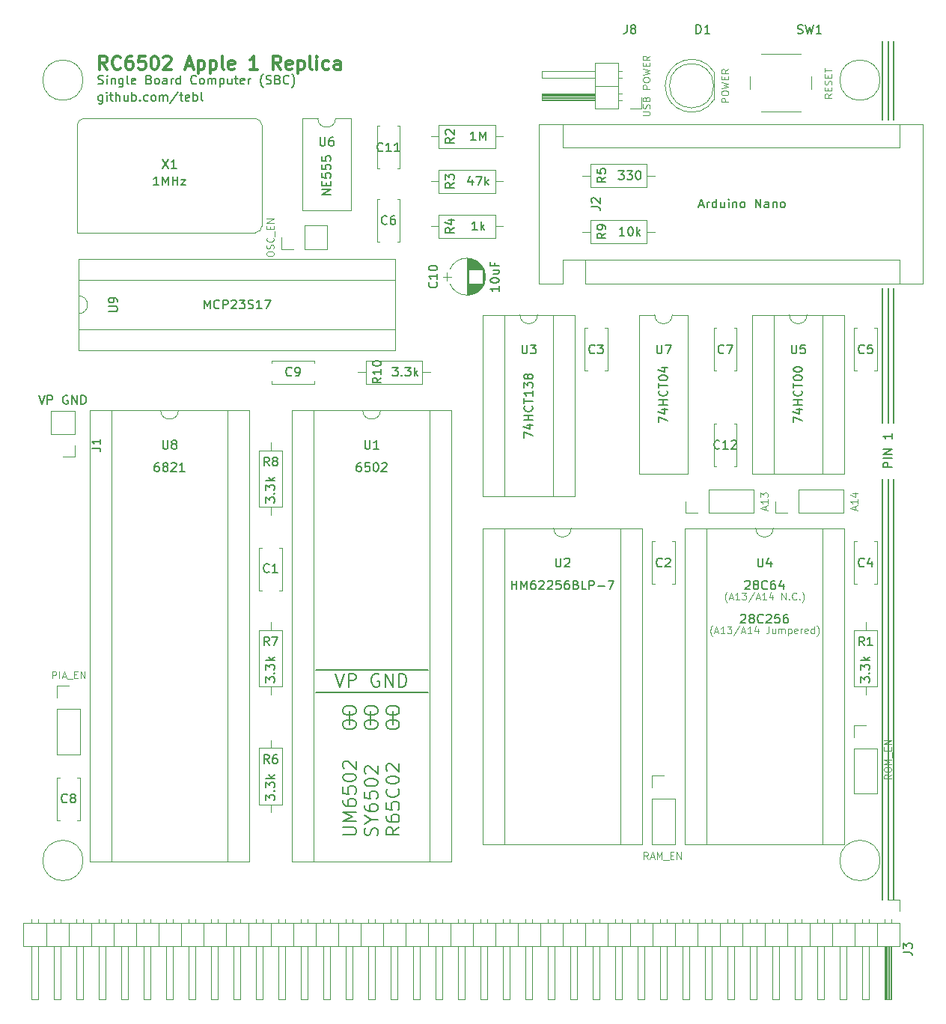
<source format=gto>
G04 #@! TF.FileFunction,Legend,Top*
%FSLAX46Y46*%
G04 Gerber Fmt 4.6, Leading zero omitted, Abs format (unit mm)*
G04 Created by KiCad (PCBNEW 4.0.7) date 01/22/20 20:09:16*
%MOMM*%
%LPD*%
G01*
G04 APERTURE LIST*
%ADD10C,0.100000*%
%ADD11C,0.150000*%
%ADD12C,0.200000*%
%ADD13C,0.300000*%
%ADD14C,0.120000*%
G04 APERTURE END LIST*
D10*
X194120238Y-106711667D02*
X194082142Y-106673571D01*
X194005952Y-106559286D01*
X193967857Y-106483095D01*
X193929761Y-106368810D01*
X193891666Y-106178333D01*
X193891666Y-106025952D01*
X193929761Y-105835476D01*
X193967857Y-105721190D01*
X194005952Y-105645000D01*
X194082142Y-105530714D01*
X194120238Y-105492619D01*
X194386904Y-106178333D02*
X194767856Y-106178333D01*
X194310713Y-106406905D02*
X194577380Y-105606905D01*
X194844047Y-106406905D01*
X195529761Y-106406905D02*
X195072618Y-106406905D01*
X195301189Y-106406905D02*
X195301189Y-105606905D01*
X195224999Y-105721190D01*
X195148808Y-105797381D01*
X195072618Y-105835476D01*
X195796428Y-105606905D02*
X196291666Y-105606905D01*
X196024999Y-105911667D01*
X196139285Y-105911667D01*
X196215475Y-105949762D01*
X196253571Y-105987857D01*
X196291666Y-106064048D01*
X196291666Y-106254524D01*
X196253571Y-106330714D01*
X196215475Y-106368810D01*
X196139285Y-106406905D01*
X195910713Y-106406905D01*
X195834523Y-106368810D01*
X195796428Y-106330714D01*
X197205952Y-105568810D02*
X196520237Y-106597381D01*
X197434523Y-106178333D02*
X197815475Y-106178333D01*
X197358332Y-106406905D02*
X197624999Y-105606905D01*
X197891666Y-106406905D01*
X198577380Y-106406905D02*
X198120237Y-106406905D01*
X198348808Y-106406905D02*
X198348808Y-105606905D01*
X198272618Y-105721190D01*
X198196427Y-105797381D01*
X198120237Y-105835476D01*
X199263094Y-105873571D02*
X199263094Y-106406905D01*
X199072618Y-105568810D02*
X198882142Y-106140238D01*
X199377380Y-106140238D01*
X200520238Y-105606905D02*
X200520238Y-106178333D01*
X200482142Y-106292619D01*
X200405952Y-106368810D01*
X200291666Y-106406905D01*
X200215476Y-106406905D01*
X201244047Y-105873571D02*
X201244047Y-106406905D01*
X200901190Y-105873571D02*
X200901190Y-106292619D01*
X200939285Y-106368810D01*
X201015476Y-106406905D01*
X201129762Y-106406905D01*
X201205952Y-106368810D01*
X201244047Y-106330714D01*
X201625000Y-106406905D02*
X201625000Y-105873571D01*
X201625000Y-105949762D02*
X201663095Y-105911667D01*
X201739286Y-105873571D01*
X201853572Y-105873571D01*
X201929762Y-105911667D01*
X201967857Y-105987857D01*
X201967857Y-106406905D01*
X201967857Y-105987857D02*
X202005953Y-105911667D01*
X202082143Y-105873571D01*
X202196429Y-105873571D01*
X202272619Y-105911667D01*
X202310714Y-105987857D01*
X202310714Y-106406905D01*
X202691667Y-105873571D02*
X202691667Y-106673571D01*
X202691667Y-105911667D02*
X202767858Y-105873571D01*
X202920239Y-105873571D01*
X202996429Y-105911667D01*
X203034524Y-105949762D01*
X203072620Y-106025952D01*
X203072620Y-106254524D01*
X203034524Y-106330714D01*
X202996429Y-106368810D01*
X202920239Y-106406905D01*
X202767858Y-106406905D01*
X202691667Y-106368810D01*
X203720239Y-106368810D02*
X203644049Y-106406905D01*
X203491668Y-106406905D01*
X203415477Y-106368810D01*
X203377382Y-106292619D01*
X203377382Y-105987857D01*
X203415477Y-105911667D01*
X203491668Y-105873571D01*
X203644049Y-105873571D01*
X203720239Y-105911667D01*
X203758334Y-105987857D01*
X203758334Y-106064048D01*
X203377382Y-106140238D01*
X204101191Y-106406905D02*
X204101191Y-105873571D01*
X204101191Y-106025952D02*
X204139286Y-105949762D01*
X204177382Y-105911667D01*
X204253572Y-105873571D01*
X204329763Y-105873571D01*
X204901191Y-106368810D02*
X204825001Y-106406905D01*
X204672620Y-106406905D01*
X204596429Y-106368810D01*
X204558334Y-106292619D01*
X204558334Y-105987857D01*
X204596429Y-105911667D01*
X204672620Y-105873571D01*
X204825001Y-105873571D01*
X204901191Y-105911667D01*
X204939286Y-105987857D01*
X204939286Y-106064048D01*
X204558334Y-106140238D01*
X205625000Y-106406905D02*
X205625000Y-105606905D01*
X205625000Y-106368810D02*
X205548810Y-106406905D01*
X205396429Y-106406905D01*
X205320238Y-106368810D01*
X205282143Y-106330714D01*
X205244048Y-106254524D01*
X205244048Y-106025952D01*
X205282143Y-105949762D01*
X205320238Y-105911667D01*
X205396429Y-105873571D01*
X205548810Y-105873571D01*
X205625000Y-105911667D01*
X205929763Y-106711667D02*
X205967858Y-106673571D01*
X206044048Y-106559286D01*
X206082144Y-106483095D01*
X206120239Y-106368810D01*
X206158334Y-106178333D01*
X206158334Y-106025952D01*
X206120239Y-105835476D01*
X206082144Y-105721190D01*
X206044048Y-105645000D01*
X205967858Y-105530714D01*
X205929763Y-105492619D01*
D11*
X197810714Y-100512619D02*
X197858333Y-100465000D01*
X197953571Y-100417381D01*
X198191667Y-100417381D01*
X198286905Y-100465000D01*
X198334524Y-100512619D01*
X198382143Y-100607857D01*
X198382143Y-100703095D01*
X198334524Y-100845952D01*
X197763095Y-101417381D01*
X198382143Y-101417381D01*
X198953571Y-100845952D02*
X198858333Y-100798333D01*
X198810714Y-100750714D01*
X198763095Y-100655476D01*
X198763095Y-100607857D01*
X198810714Y-100512619D01*
X198858333Y-100465000D01*
X198953571Y-100417381D01*
X199144048Y-100417381D01*
X199239286Y-100465000D01*
X199286905Y-100512619D01*
X199334524Y-100607857D01*
X199334524Y-100655476D01*
X199286905Y-100750714D01*
X199239286Y-100798333D01*
X199144048Y-100845952D01*
X198953571Y-100845952D01*
X198858333Y-100893571D01*
X198810714Y-100941190D01*
X198763095Y-101036429D01*
X198763095Y-101226905D01*
X198810714Y-101322143D01*
X198858333Y-101369762D01*
X198953571Y-101417381D01*
X199144048Y-101417381D01*
X199239286Y-101369762D01*
X199286905Y-101322143D01*
X199334524Y-101226905D01*
X199334524Y-101036429D01*
X199286905Y-100941190D01*
X199239286Y-100893571D01*
X199144048Y-100845952D01*
X200334524Y-101322143D02*
X200286905Y-101369762D01*
X200144048Y-101417381D01*
X200048810Y-101417381D01*
X199905952Y-101369762D01*
X199810714Y-101274524D01*
X199763095Y-101179286D01*
X199715476Y-100988810D01*
X199715476Y-100845952D01*
X199763095Y-100655476D01*
X199810714Y-100560238D01*
X199905952Y-100465000D01*
X200048810Y-100417381D01*
X200144048Y-100417381D01*
X200286905Y-100465000D01*
X200334524Y-100512619D01*
X201191667Y-100417381D02*
X201001190Y-100417381D01*
X200905952Y-100465000D01*
X200858333Y-100512619D01*
X200763095Y-100655476D01*
X200715476Y-100845952D01*
X200715476Y-101226905D01*
X200763095Y-101322143D01*
X200810714Y-101369762D01*
X200905952Y-101417381D01*
X201096429Y-101417381D01*
X201191667Y-101369762D01*
X201239286Y-101322143D01*
X201286905Y-101226905D01*
X201286905Y-100988810D01*
X201239286Y-100893571D01*
X201191667Y-100845952D01*
X201096429Y-100798333D01*
X200905952Y-100798333D01*
X200810714Y-100845952D01*
X200763095Y-100893571D01*
X200715476Y-100988810D01*
X202144048Y-100750714D02*
X202144048Y-101417381D01*
X201905952Y-100369762D02*
X201667857Y-101084048D01*
X202286905Y-101084048D01*
D10*
X195777382Y-102901667D02*
X195739286Y-102863571D01*
X195663096Y-102749286D01*
X195625001Y-102673095D01*
X195586905Y-102558810D01*
X195548810Y-102368333D01*
X195548810Y-102215952D01*
X195586905Y-102025476D01*
X195625001Y-101911190D01*
X195663096Y-101835000D01*
X195739286Y-101720714D01*
X195777382Y-101682619D01*
X196044048Y-102368333D02*
X196425000Y-102368333D01*
X195967857Y-102596905D02*
X196234524Y-101796905D01*
X196501191Y-102596905D01*
X197186905Y-102596905D02*
X196729762Y-102596905D01*
X196958333Y-102596905D02*
X196958333Y-101796905D01*
X196882143Y-101911190D01*
X196805952Y-101987381D01*
X196729762Y-102025476D01*
X197453572Y-101796905D02*
X197948810Y-101796905D01*
X197682143Y-102101667D01*
X197796429Y-102101667D01*
X197872619Y-102139762D01*
X197910715Y-102177857D01*
X197948810Y-102254048D01*
X197948810Y-102444524D01*
X197910715Y-102520714D01*
X197872619Y-102558810D01*
X197796429Y-102596905D01*
X197567857Y-102596905D01*
X197491667Y-102558810D01*
X197453572Y-102520714D01*
X198863096Y-101758810D02*
X198177381Y-102787381D01*
X199091667Y-102368333D02*
X199472619Y-102368333D01*
X199015476Y-102596905D02*
X199282143Y-101796905D01*
X199548810Y-102596905D01*
X200234524Y-102596905D02*
X199777381Y-102596905D01*
X200005952Y-102596905D02*
X200005952Y-101796905D01*
X199929762Y-101911190D01*
X199853571Y-101987381D01*
X199777381Y-102025476D01*
X200920238Y-102063571D02*
X200920238Y-102596905D01*
X200729762Y-101758810D02*
X200539286Y-102330238D01*
X201034524Y-102330238D01*
X201948810Y-102596905D02*
X201948810Y-101796905D01*
X202405953Y-102596905D01*
X202405953Y-101796905D01*
X202786905Y-102520714D02*
X202825000Y-102558810D01*
X202786905Y-102596905D01*
X202748810Y-102558810D01*
X202786905Y-102520714D01*
X202786905Y-102596905D01*
X203625000Y-102520714D02*
X203586905Y-102558810D01*
X203472619Y-102596905D01*
X203396429Y-102596905D01*
X203282143Y-102558810D01*
X203205952Y-102482619D01*
X203167857Y-102406429D01*
X203129762Y-102254048D01*
X203129762Y-102139762D01*
X203167857Y-101987381D01*
X203205952Y-101911190D01*
X203282143Y-101835000D01*
X203396429Y-101796905D01*
X203472619Y-101796905D01*
X203586905Y-101835000D01*
X203625000Y-101873095D01*
X203967857Y-102520714D02*
X204005952Y-102558810D01*
X203967857Y-102596905D01*
X203929762Y-102558810D01*
X203967857Y-102520714D01*
X203967857Y-102596905D01*
X204272619Y-102901667D02*
X204310714Y-102863571D01*
X204386904Y-102749286D01*
X204425000Y-102673095D01*
X204463095Y-102558810D01*
X204501190Y-102368333D01*
X204501190Y-102215952D01*
X204463095Y-102025476D01*
X204425000Y-101911190D01*
X204386904Y-101835000D01*
X204310714Y-101720714D01*
X204272619Y-101682619D01*
D11*
X125126667Y-45505714D02*
X125126667Y-46315238D01*
X125079048Y-46410476D01*
X125031429Y-46458095D01*
X124936190Y-46505714D01*
X124793333Y-46505714D01*
X124698095Y-46458095D01*
X125126667Y-46124762D02*
X125031429Y-46172381D01*
X124840952Y-46172381D01*
X124745714Y-46124762D01*
X124698095Y-46077143D01*
X124650476Y-45981905D01*
X124650476Y-45696190D01*
X124698095Y-45600952D01*
X124745714Y-45553333D01*
X124840952Y-45505714D01*
X125031429Y-45505714D01*
X125126667Y-45553333D01*
X125602857Y-46172381D02*
X125602857Y-45505714D01*
X125602857Y-45172381D02*
X125555238Y-45220000D01*
X125602857Y-45267619D01*
X125650476Y-45220000D01*
X125602857Y-45172381D01*
X125602857Y-45267619D01*
X125936190Y-45505714D02*
X126317142Y-45505714D01*
X126079047Y-45172381D02*
X126079047Y-46029524D01*
X126126666Y-46124762D01*
X126221904Y-46172381D01*
X126317142Y-46172381D01*
X126650476Y-46172381D02*
X126650476Y-45172381D01*
X127079048Y-46172381D02*
X127079048Y-45648571D01*
X127031429Y-45553333D01*
X126936191Y-45505714D01*
X126793333Y-45505714D01*
X126698095Y-45553333D01*
X126650476Y-45600952D01*
X127983810Y-45505714D02*
X127983810Y-46172381D01*
X127555238Y-45505714D02*
X127555238Y-46029524D01*
X127602857Y-46124762D01*
X127698095Y-46172381D01*
X127840953Y-46172381D01*
X127936191Y-46124762D01*
X127983810Y-46077143D01*
X128460000Y-46172381D02*
X128460000Y-45172381D01*
X128460000Y-45553333D02*
X128555238Y-45505714D01*
X128745715Y-45505714D01*
X128840953Y-45553333D01*
X128888572Y-45600952D01*
X128936191Y-45696190D01*
X128936191Y-45981905D01*
X128888572Y-46077143D01*
X128840953Y-46124762D01*
X128745715Y-46172381D01*
X128555238Y-46172381D01*
X128460000Y-46124762D01*
X129364762Y-46077143D02*
X129412381Y-46124762D01*
X129364762Y-46172381D01*
X129317143Y-46124762D01*
X129364762Y-46077143D01*
X129364762Y-46172381D01*
X130269524Y-46124762D02*
X130174286Y-46172381D01*
X129983809Y-46172381D01*
X129888571Y-46124762D01*
X129840952Y-46077143D01*
X129793333Y-45981905D01*
X129793333Y-45696190D01*
X129840952Y-45600952D01*
X129888571Y-45553333D01*
X129983809Y-45505714D01*
X130174286Y-45505714D01*
X130269524Y-45553333D01*
X130840952Y-46172381D02*
X130745714Y-46124762D01*
X130698095Y-46077143D01*
X130650476Y-45981905D01*
X130650476Y-45696190D01*
X130698095Y-45600952D01*
X130745714Y-45553333D01*
X130840952Y-45505714D01*
X130983810Y-45505714D01*
X131079048Y-45553333D01*
X131126667Y-45600952D01*
X131174286Y-45696190D01*
X131174286Y-45981905D01*
X131126667Y-46077143D01*
X131079048Y-46124762D01*
X130983810Y-46172381D01*
X130840952Y-46172381D01*
X131602857Y-46172381D02*
X131602857Y-45505714D01*
X131602857Y-45600952D02*
X131650476Y-45553333D01*
X131745714Y-45505714D01*
X131888572Y-45505714D01*
X131983810Y-45553333D01*
X132031429Y-45648571D01*
X132031429Y-46172381D01*
X132031429Y-45648571D02*
X132079048Y-45553333D01*
X132174286Y-45505714D01*
X132317143Y-45505714D01*
X132412381Y-45553333D01*
X132460000Y-45648571D01*
X132460000Y-46172381D01*
X133650476Y-45124762D02*
X132793333Y-46410476D01*
X133840952Y-45505714D02*
X134221904Y-45505714D01*
X133983809Y-45172381D02*
X133983809Y-46029524D01*
X134031428Y-46124762D01*
X134126666Y-46172381D01*
X134221904Y-46172381D01*
X134936191Y-46124762D02*
X134840953Y-46172381D01*
X134650476Y-46172381D01*
X134555238Y-46124762D01*
X134507619Y-46029524D01*
X134507619Y-45648571D01*
X134555238Y-45553333D01*
X134650476Y-45505714D01*
X134840953Y-45505714D01*
X134936191Y-45553333D01*
X134983810Y-45648571D01*
X134983810Y-45743810D01*
X134507619Y-45839048D01*
X135412381Y-46172381D02*
X135412381Y-45172381D01*
X135412381Y-45553333D02*
X135507619Y-45505714D01*
X135698096Y-45505714D01*
X135793334Y-45553333D01*
X135840953Y-45600952D01*
X135888572Y-45696190D01*
X135888572Y-45981905D01*
X135840953Y-46077143D01*
X135793334Y-46124762D01*
X135698096Y-46172381D01*
X135507619Y-46172381D01*
X135412381Y-46124762D01*
X136460000Y-46172381D02*
X136364762Y-46124762D01*
X136317143Y-46029524D01*
X136317143Y-45172381D01*
X124650476Y-44219762D02*
X124793333Y-44267381D01*
X125031429Y-44267381D01*
X125126667Y-44219762D01*
X125174286Y-44172143D01*
X125221905Y-44076905D01*
X125221905Y-43981667D01*
X125174286Y-43886429D01*
X125126667Y-43838810D01*
X125031429Y-43791190D01*
X124840952Y-43743571D01*
X124745714Y-43695952D01*
X124698095Y-43648333D01*
X124650476Y-43553095D01*
X124650476Y-43457857D01*
X124698095Y-43362619D01*
X124745714Y-43315000D01*
X124840952Y-43267381D01*
X125079048Y-43267381D01*
X125221905Y-43315000D01*
X125650476Y-44267381D02*
X125650476Y-43600714D01*
X125650476Y-43267381D02*
X125602857Y-43315000D01*
X125650476Y-43362619D01*
X125698095Y-43315000D01*
X125650476Y-43267381D01*
X125650476Y-43362619D01*
X126126666Y-43600714D02*
X126126666Y-44267381D01*
X126126666Y-43695952D02*
X126174285Y-43648333D01*
X126269523Y-43600714D01*
X126412381Y-43600714D01*
X126507619Y-43648333D01*
X126555238Y-43743571D01*
X126555238Y-44267381D01*
X127460000Y-43600714D02*
X127460000Y-44410238D01*
X127412381Y-44505476D01*
X127364762Y-44553095D01*
X127269523Y-44600714D01*
X127126666Y-44600714D01*
X127031428Y-44553095D01*
X127460000Y-44219762D02*
X127364762Y-44267381D01*
X127174285Y-44267381D01*
X127079047Y-44219762D01*
X127031428Y-44172143D01*
X126983809Y-44076905D01*
X126983809Y-43791190D01*
X127031428Y-43695952D01*
X127079047Y-43648333D01*
X127174285Y-43600714D01*
X127364762Y-43600714D01*
X127460000Y-43648333D01*
X128079047Y-44267381D02*
X127983809Y-44219762D01*
X127936190Y-44124524D01*
X127936190Y-43267381D01*
X128840953Y-44219762D02*
X128745715Y-44267381D01*
X128555238Y-44267381D01*
X128460000Y-44219762D01*
X128412381Y-44124524D01*
X128412381Y-43743571D01*
X128460000Y-43648333D01*
X128555238Y-43600714D01*
X128745715Y-43600714D01*
X128840953Y-43648333D01*
X128888572Y-43743571D01*
X128888572Y-43838810D01*
X128412381Y-43934048D01*
X130412382Y-43743571D02*
X130555239Y-43791190D01*
X130602858Y-43838810D01*
X130650477Y-43934048D01*
X130650477Y-44076905D01*
X130602858Y-44172143D01*
X130555239Y-44219762D01*
X130460001Y-44267381D01*
X130079048Y-44267381D01*
X130079048Y-43267381D01*
X130412382Y-43267381D01*
X130507620Y-43315000D01*
X130555239Y-43362619D01*
X130602858Y-43457857D01*
X130602858Y-43553095D01*
X130555239Y-43648333D01*
X130507620Y-43695952D01*
X130412382Y-43743571D01*
X130079048Y-43743571D01*
X131221905Y-44267381D02*
X131126667Y-44219762D01*
X131079048Y-44172143D01*
X131031429Y-44076905D01*
X131031429Y-43791190D01*
X131079048Y-43695952D01*
X131126667Y-43648333D01*
X131221905Y-43600714D01*
X131364763Y-43600714D01*
X131460001Y-43648333D01*
X131507620Y-43695952D01*
X131555239Y-43791190D01*
X131555239Y-44076905D01*
X131507620Y-44172143D01*
X131460001Y-44219762D01*
X131364763Y-44267381D01*
X131221905Y-44267381D01*
X132412382Y-44267381D02*
X132412382Y-43743571D01*
X132364763Y-43648333D01*
X132269525Y-43600714D01*
X132079048Y-43600714D01*
X131983810Y-43648333D01*
X132412382Y-44219762D02*
X132317144Y-44267381D01*
X132079048Y-44267381D01*
X131983810Y-44219762D01*
X131936191Y-44124524D01*
X131936191Y-44029286D01*
X131983810Y-43934048D01*
X132079048Y-43886429D01*
X132317144Y-43886429D01*
X132412382Y-43838810D01*
X132888572Y-44267381D02*
X132888572Y-43600714D01*
X132888572Y-43791190D02*
X132936191Y-43695952D01*
X132983810Y-43648333D01*
X133079048Y-43600714D01*
X133174287Y-43600714D01*
X133936192Y-44267381D02*
X133936192Y-43267381D01*
X133936192Y-44219762D02*
X133840954Y-44267381D01*
X133650477Y-44267381D01*
X133555239Y-44219762D01*
X133507620Y-44172143D01*
X133460001Y-44076905D01*
X133460001Y-43791190D01*
X133507620Y-43695952D01*
X133555239Y-43648333D01*
X133650477Y-43600714D01*
X133840954Y-43600714D01*
X133936192Y-43648333D01*
X135745716Y-44172143D02*
X135698097Y-44219762D01*
X135555240Y-44267381D01*
X135460002Y-44267381D01*
X135317144Y-44219762D01*
X135221906Y-44124524D01*
X135174287Y-44029286D01*
X135126668Y-43838810D01*
X135126668Y-43695952D01*
X135174287Y-43505476D01*
X135221906Y-43410238D01*
X135317144Y-43315000D01*
X135460002Y-43267381D01*
X135555240Y-43267381D01*
X135698097Y-43315000D01*
X135745716Y-43362619D01*
X136317144Y-44267381D02*
X136221906Y-44219762D01*
X136174287Y-44172143D01*
X136126668Y-44076905D01*
X136126668Y-43791190D01*
X136174287Y-43695952D01*
X136221906Y-43648333D01*
X136317144Y-43600714D01*
X136460002Y-43600714D01*
X136555240Y-43648333D01*
X136602859Y-43695952D01*
X136650478Y-43791190D01*
X136650478Y-44076905D01*
X136602859Y-44172143D01*
X136555240Y-44219762D01*
X136460002Y-44267381D01*
X136317144Y-44267381D01*
X137079049Y-44267381D02*
X137079049Y-43600714D01*
X137079049Y-43695952D02*
X137126668Y-43648333D01*
X137221906Y-43600714D01*
X137364764Y-43600714D01*
X137460002Y-43648333D01*
X137507621Y-43743571D01*
X137507621Y-44267381D01*
X137507621Y-43743571D02*
X137555240Y-43648333D01*
X137650478Y-43600714D01*
X137793335Y-43600714D01*
X137888573Y-43648333D01*
X137936192Y-43743571D01*
X137936192Y-44267381D01*
X138412382Y-43600714D02*
X138412382Y-44600714D01*
X138412382Y-43648333D02*
X138507620Y-43600714D01*
X138698097Y-43600714D01*
X138793335Y-43648333D01*
X138840954Y-43695952D01*
X138888573Y-43791190D01*
X138888573Y-44076905D01*
X138840954Y-44172143D01*
X138793335Y-44219762D01*
X138698097Y-44267381D01*
X138507620Y-44267381D01*
X138412382Y-44219762D01*
X139745716Y-43600714D02*
X139745716Y-44267381D01*
X139317144Y-43600714D02*
X139317144Y-44124524D01*
X139364763Y-44219762D01*
X139460001Y-44267381D01*
X139602859Y-44267381D01*
X139698097Y-44219762D01*
X139745716Y-44172143D01*
X140079049Y-43600714D02*
X140460001Y-43600714D01*
X140221906Y-43267381D02*
X140221906Y-44124524D01*
X140269525Y-44219762D01*
X140364763Y-44267381D01*
X140460001Y-44267381D01*
X141174288Y-44219762D02*
X141079050Y-44267381D01*
X140888573Y-44267381D01*
X140793335Y-44219762D01*
X140745716Y-44124524D01*
X140745716Y-43743571D01*
X140793335Y-43648333D01*
X140888573Y-43600714D01*
X141079050Y-43600714D01*
X141174288Y-43648333D01*
X141221907Y-43743571D01*
X141221907Y-43838810D01*
X140745716Y-43934048D01*
X141650478Y-44267381D02*
X141650478Y-43600714D01*
X141650478Y-43791190D02*
X141698097Y-43695952D01*
X141745716Y-43648333D01*
X141840954Y-43600714D01*
X141936193Y-43600714D01*
X143317146Y-44648333D02*
X143269526Y-44600714D01*
X143174288Y-44457857D01*
X143126669Y-44362619D01*
X143079050Y-44219762D01*
X143031431Y-43981667D01*
X143031431Y-43791190D01*
X143079050Y-43553095D01*
X143126669Y-43410238D01*
X143174288Y-43315000D01*
X143269526Y-43172143D01*
X143317146Y-43124524D01*
X143650479Y-44219762D02*
X143793336Y-44267381D01*
X144031432Y-44267381D01*
X144126670Y-44219762D01*
X144174289Y-44172143D01*
X144221908Y-44076905D01*
X144221908Y-43981667D01*
X144174289Y-43886429D01*
X144126670Y-43838810D01*
X144031432Y-43791190D01*
X143840955Y-43743571D01*
X143745717Y-43695952D01*
X143698098Y-43648333D01*
X143650479Y-43553095D01*
X143650479Y-43457857D01*
X143698098Y-43362619D01*
X143745717Y-43315000D01*
X143840955Y-43267381D01*
X144079051Y-43267381D01*
X144221908Y-43315000D01*
X144983813Y-43743571D02*
X145126670Y-43791190D01*
X145174289Y-43838810D01*
X145221908Y-43934048D01*
X145221908Y-44076905D01*
X145174289Y-44172143D01*
X145126670Y-44219762D01*
X145031432Y-44267381D01*
X144650479Y-44267381D01*
X144650479Y-43267381D01*
X144983813Y-43267381D01*
X145079051Y-43315000D01*
X145126670Y-43362619D01*
X145174289Y-43457857D01*
X145174289Y-43553095D01*
X145126670Y-43648333D01*
X145079051Y-43695952D01*
X144983813Y-43743571D01*
X144650479Y-43743571D01*
X146221908Y-44172143D02*
X146174289Y-44219762D01*
X146031432Y-44267381D01*
X145936194Y-44267381D01*
X145793336Y-44219762D01*
X145698098Y-44124524D01*
X145650479Y-44029286D01*
X145602860Y-43838810D01*
X145602860Y-43695952D01*
X145650479Y-43505476D01*
X145698098Y-43410238D01*
X145793336Y-43315000D01*
X145936194Y-43267381D01*
X146031432Y-43267381D01*
X146174289Y-43315000D01*
X146221908Y-43362619D01*
X146555241Y-44648333D02*
X146602860Y-44600714D01*
X146698098Y-44457857D01*
X146745717Y-44362619D01*
X146793336Y-44219762D01*
X146840955Y-43981667D01*
X146840955Y-43791190D01*
X146793336Y-43553095D01*
X146745717Y-43410238D01*
X146698098Y-43315000D01*
X146602860Y-43172143D01*
X146555241Y-43124524D01*
D12*
X153035000Y-115189000D02*
X153035000Y-116713000D01*
X155448000Y-116713000D02*
X155448000Y-115189000D01*
X157988000Y-115189000D02*
X157988000Y-116713000D01*
X213360000Y-82550000D02*
X213360000Y-67310000D01*
X213995000Y-67310000D02*
X213995000Y-82550000D01*
X214630000Y-82550000D02*
X214630000Y-67310000D01*
X214630000Y-88900000D02*
X214630000Y-125730000D01*
X213995000Y-126365000D02*
X213995000Y-88900000D01*
X213360000Y-88900000D02*
X213360000Y-127000000D01*
D11*
X214447381Y-87605952D02*
X213447381Y-87605952D01*
X213447381Y-87224999D01*
X213495000Y-87129761D01*
X213542619Y-87082142D01*
X213637857Y-87034523D01*
X213780714Y-87034523D01*
X213875952Y-87082142D01*
X213923571Y-87129761D01*
X213971190Y-87224999D01*
X213971190Y-87605952D01*
X214447381Y-86605952D02*
X213447381Y-86605952D01*
X214447381Y-86129762D02*
X213447381Y-86129762D01*
X214447381Y-85558333D01*
X213447381Y-85558333D01*
X214447381Y-83796428D02*
X214447381Y-84367857D01*
X214447381Y-84082143D02*
X213447381Y-84082143D01*
X213590238Y-84177381D01*
X213685476Y-84272619D01*
X213733095Y-84367857D01*
D12*
X214630000Y-39370000D02*
X214630000Y-48260000D01*
X213995000Y-48260000D02*
X213995000Y-39370000D01*
X213360000Y-48260000D02*
X213360000Y-39370000D01*
X214630000Y-125730000D02*
X214630000Y-136525000D01*
X213995000Y-136525000D02*
X213995000Y-126365000D01*
X213360000Y-136525000D02*
X213360000Y-127000000D01*
X149225000Y-110490000D02*
X161925000Y-110490000D01*
X149225000Y-113030000D02*
X161925000Y-113030000D01*
X151467857Y-110938571D02*
X151967857Y-112438571D01*
X152467857Y-110938571D01*
X152967857Y-112438571D02*
X152967857Y-110938571D01*
X153539285Y-110938571D01*
X153682143Y-111010000D01*
X153753571Y-111081429D01*
X153825000Y-111224286D01*
X153825000Y-111438571D01*
X153753571Y-111581429D01*
X153682143Y-111652857D01*
X153539285Y-111724286D01*
X152967857Y-111724286D01*
X156396428Y-111010000D02*
X156253571Y-110938571D01*
X156039285Y-110938571D01*
X155825000Y-111010000D01*
X155682142Y-111152857D01*
X155610714Y-111295714D01*
X155539285Y-111581429D01*
X155539285Y-111795714D01*
X155610714Y-112081429D01*
X155682142Y-112224286D01*
X155825000Y-112367143D01*
X156039285Y-112438571D01*
X156182142Y-112438571D01*
X156396428Y-112367143D01*
X156467857Y-112295714D01*
X156467857Y-111795714D01*
X156182142Y-111795714D01*
X157110714Y-112438571D02*
X157110714Y-110938571D01*
X157967857Y-112438571D01*
X157967857Y-110938571D01*
X158682143Y-112438571D02*
X158682143Y-110938571D01*
X159039286Y-110938571D01*
X159253571Y-111010000D01*
X159396429Y-111152857D01*
X159467857Y-111295714D01*
X159539286Y-111581429D01*
X159539286Y-111795714D01*
X159467857Y-112081429D01*
X159396429Y-112224286D01*
X159253571Y-112367143D01*
X159039286Y-112438571D01*
X158682143Y-112438571D01*
X152303571Y-116832143D02*
X152303571Y-116546429D01*
X152375000Y-116403571D01*
X152517857Y-116260714D01*
X152803571Y-116189286D01*
X153303571Y-116189286D01*
X153589286Y-116260714D01*
X153732143Y-116403571D01*
X153803571Y-116546429D01*
X153803571Y-116832143D01*
X153732143Y-116975000D01*
X153589286Y-117117857D01*
X153303571Y-117189286D01*
X152803571Y-117189286D01*
X152517857Y-117117857D01*
X152375000Y-116975000D01*
X152303571Y-116832143D01*
X152303571Y-115260714D02*
X152303571Y-114975000D01*
X152375000Y-114832142D01*
X152517857Y-114689285D01*
X152803571Y-114617857D01*
X153303571Y-114617857D01*
X153589286Y-114689285D01*
X153732143Y-114832142D01*
X153803571Y-114975000D01*
X153803571Y-115260714D01*
X153732143Y-115403571D01*
X153589286Y-115546428D01*
X153303571Y-115617857D01*
X152803571Y-115617857D01*
X152517857Y-115546428D01*
X152375000Y-115403571D01*
X152303571Y-115260714D01*
X154753571Y-116832143D02*
X154753571Y-116546429D01*
X154825000Y-116403571D01*
X154967857Y-116260714D01*
X155253571Y-116189286D01*
X155753571Y-116189286D01*
X156039286Y-116260714D01*
X156182143Y-116403571D01*
X156253571Y-116546429D01*
X156253571Y-116832143D01*
X156182143Y-116975000D01*
X156039286Y-117117857D01*
X155753571Y-117189286D01*
X155253571Y-117189286D01*
X154967857Y-117117857D01*
X154825000Y-116975000D01*
X154753571Y-116832143D01*
X154753571Y-115260714D02*
X154753571Y-114975000D01*
X154825000Y-114832142D01*
X154967857Y-114689285D01*
X155253571Y-114617857D01*
X155753571Y-114617857D01*
X156039286Y-114689285D01*
X156182143Y-114832142D01*
X156253571Y-114975000D01*
X156253571Y-115260714D01*
X156182143Y-115403571D01*
X156039286Y-115546428D01*
X155753571Y-115617857D01*
X155253571Y-115617857D01*
X154967857Y-115546428D01*
X154825000Y-115403571D01*
X154753571Y-115260714D01*
X157203571Y-116832143D02*
X157203571Y-116546429D01*
X157275000Y-116403571D01*
X157417857Y-116260714D01*
X157703571Y-116189286D01*
X158203571Y-116189286D01*
X158489286Y-116260714D01*
X158632143Y-116403571D01*
X158703571Y-116546429D01*
X158703571Y-116832143D01*
X158632143Y-116975000D01*
X158489286Y-117117857D01*
X158203571Y-117189286D01*
X157703571Y-117189286D01*
X157417857Y-117117857D01*
X157275000Y-116975000D01*
X157203571Y-116832143D01*
X157203571Y-115260714D02*
X157203571Y-114975000D01*
X157275000Y-114832142D01*
X157417857Y-114689285D01*
X157703571Y-114617857D01*
X158203571Y-114617857D01*
X158489286Y-114689285D01*
X158632143Y-114832142D01*
X158703571Y-114975000D01*
X158703571Y-115260714D01*
X158632143Y-115403571D01*
X158489286Y-115546428D01*
X158203571Y-115617857D01*
X157703571Y-115617857D01*
X157417857Y-115546428D01*
X157275000Y-115403571D01*
X157203571Y-115260714D01*
X152303571Y-129182857D02*
X153517857Y-129182857D01*
X153660714Y-129111429D01*
X153732143Y-129040000D01*
X153803571Y-128897143D01*
X153803571Y-128611429D01*
X153732143Y-128468571D01*
X153660714Y-128397143D01*
X153517857Y-128325714D01*
X152303571Y-128325714D01*
X153803571Y-127611428D02*
X152303571Y-127611428D01*
X153375000Y-127111428D01*
X152303571Y-126611428D01*
X153803571Y-126611428D01*
X152303571Y-125254285D02*
X152303571Y-125539999D01*
X152375000Y-125682856D01*
X152446429Y-125754285D01*
X152660714Y-125897142D01*
X152946429Y-125968571D01*
X153517857Y-125968571D01*
X153660714Y-125897142D01*
X153732143Y-125825714D01*
X153803571Y-125682856D01*
X153803571Y-125397142D01*
X153732143Y-125254285D01*
X153660714Y-125182856D01*
X153517857Y-125111428D01*
X153160714Y-125111428D01*
X153017857Y-125182856D01*
X152946429Y-125254285D01*
X152875000Y-125397142D01*
X152875000Y-125682856D01*
X152946429Y-125825714D01*
X153017857Y-125897142D01*
X153160714Y-125968571D01*
X152303571Y-123754285D02*
X152303571Y-124468571D01*
X153017857Y-124540000D01*
X152946429Y-124468571D01*
X152875000Y-124325714D01*
X152875000Y-123968571D01*
X152946429Y-123825714D01*
X153017857Y-123754285D01*
X153160714Y-123682857D01*
X153517857Y-123682857D01*
X153660714Y-123754285D01*
X153732143Y-123825714D01*
X153803571Y-123968571D01*
X153803571Y-124325714D01*
X153732143Y-124468571D01*
X153660714Y-124540000D01*
X152303571Y-122754286D02*
X152303571Y-122611429D01*
X152375000Y-122468572D01*
X152446429Y-122397143D01*
X152589286Y-122325714D01*
X152875000Y-122254286D01*
X153232143Y-122254286D01*
X153517857Y-122325714D01*
X153660714Y-122397143D01*
X153732143Y-122468572D01*
X153803571Y-122611429D01*
X153803571Y-122754286D01*
X153732143Y-122897143D01*
X153660714Y-122968572D01*
X153517857Y-123040000D01*
X153232143Y-123111429D01*
X152875000Y-123111429D01*
X152589286Y-123040000D01*
X152446429Y-122968572D01*
X152375000Y-122897143D01*
X152303571Y-122754286D01*
X152446429Y-121682858D02*
X152375000Y-121611429D01*
X152303571Y-121468572D01*
X152303571Y-121111429D01*
X152375000Y-120968572D01*
X152446429Y-120897143D01*
X152589286Y-120825715D01*
X152732143Y-120825715D01*
X152946429Y-120897143D01*
X153803571Y-121754286D01*
X153803571Y-120825715D01*
X156182143Y-129254286D02*
X156253571Y-129040000D01*
X156253571Y-128682857D01*
X156182143Y-128540000D01*
X156110714Y-128468571D01*
X155967857Y-128397143D01*
X155825000Y-128397143D01*
X155682143Y-128468571D01*
X155610714Y-128540000D01*
X155539286Y-128682857D01*
X155467857Y-128968571D01*
X155396429Y-129111429D01*
X155325000Y-129182857D01*
X155182143Y-129254286D01*
X155039286Y-129254286D01*
X154896429Y-129182857D01*
X154825000Y-129111429D01*
X154753571Y-128968571D01*
X154753571Y-128611429D01*
X154825000Y-128397143D01*
X155539286Y-127468572D02*
X156253571Y-127468572D01*
X154753571Y-127968572D02*
X155539286Y-127468572D01*
X154753571Y-126968572D01*
X154753571Y-125825715D02*
X154753571Y-126111429D01*
X154825000Y-126254286D01*
X154896429Y-126325715D01*
X155110714Y-126468572D01*
X155396429Y-126540001D01*
X155967857Y-126540001D01*
X156110714Y-126468572D01*
X156182143Y-126397144D01*
X156253571Y-126254286D01*
X156253571Y-125968572D01*
X156182143Y-125825715D01*
X156110714Y-125754286D01*
X155967857Y-125682858D01*
X155610714Y-125682858D01*
X155467857Y-125754286D01*
X155396429Y-125825715D01*
X155325000Y-125968572D01*
X155325000Y-126254286D01*
X155396429Y-126397144D01*
X155467857Y-126468572D01*
X155610714Y-126540001D01*
X154753571Y-124325715D02*
X154753571Y-125040001D01*
X155467857Y-125111430D01*
X155396429Y-125040001D01*
X155325000Y-124897144D01*
X155325000Y-124540001D01*
X155396429Y-124397144D01*
X155467857Y-124325715D01*
X155610714Y-124254287D01*
X155967857Y-124254287D01*
X156110714Y-124325715D01*
X156182143Y-124397144D01*
X156253571Y-124540001D01*
X156253571Y-124897144D01*
X156182143Y-125040001D01*
X156110714Y-125111430D01*
X154753571Y-123325716D02*
X154753571Y-123182859D01*
X154825000Y-123040002D01*
X154896429Y-122968573D01*
X155039286Y-122897144D01*
X155325000Y-122825716D01*
X155682143Y-122825716D01*
X155967857Y-122897144D01*
X156110714Y-122968573D01*
X156182143Y-123040002D01*
X156253571Y-123182859D01*
X156253571Y-123325716D01*
X156182143Y-123468573D01*
X156110714Y-123540002D01*
X155967857Y-123611430D01*
X155682143Y-123682859D01*
X155325000Y-123682859D01*
X155039286Y-123611430D01*
X154896429Y-123540002D01*
X154825000Y-123468573D01*
X154753571Y-123325716D01*
X154896429Y-122254288D02*
X154825000Y-122182859D01*
X154753571Y-122040002D01*
X154753571Y-121682859D01*
X154825000Y-121540002D01*
X154896429Y-121468573D01*
X155039286Y-121397145D01*
X155182143Y-121397145D01*
X155396429Y-121468573D01*
X156253571Y-122325716D01*
X156253571Y-121397145D01*
X158703571Y-128325714D02*
X157989286Y-128825714D01*
X158703571Y-129182857D02*
X157203571Y-129182857D01*
X157203571Y-128611429D01*
X157275000Y-128468571D01*
X157346429Y-128397143D01*
X157489286Y-128325714D01*
X157703571Y-128325714D01*
X157846429Y-128397143D01*
X157917857Y-128468571D01*
X157989286Y-128611429D01*
X157989286Y-129182857D01*
X157203571Y-127040000D02*
X157203571Y-127325714D01*
X157275000Y-127468571D01*
X157346429Y-127540000D01*
X157560714Y-127682857D01*
X157846429Y-127754286D01*
X158417857Y-127754286D01*
X158560714Y-127682857D01*
X158632143Y-127611429D01*
X158703571Y-127468571D01*
X158703571Y-127182857D01*
X158632143Y-127040000D01*
X158560714Y-126968571D01*
X158417857Y-126897143D01*
X158060714Y-126897143D01*
X157917857Y-126968571D01*
X157846429Y-127040000D01*
X157775000Y-127182857D01*
X157775000Y-127468571D01*
X157846429Y-127611429D01*
X157917857Y-127682857D01*
X158060714Y-127754286D01*
X157203571Y-125540000D02*
X157203571Y-126254286D01*
X157917857Y-126325715D01*
X157846429Y-126254286D01*
X157775000Y-126111429D01*
X157775000Y-125754286D01*
X157846429Y-125611429D01*
X157917857Y-125540000D01*
X158060714Y-125468572D01*
X158417857Y-125468572D01*
X158560714Y-125540000D01*
X158632143Y-125611429D01*
X158703571Y-125754286D01*
X158703571Y-126111429D01*
X158632143Y-126254286D01*
X158560714Y-126325715D01*
X158560714Y-123968572D02*
X158632143Y-124040001D01*
X158703571Y-124254287D01*
X158703571Y-124397144D01*
X158632143Y-124611429D01*
X158489286Y-124754287D01*
X158346429Y-124825715D01*
X158060714Y-124897144D01*
X157846429Y-124897144D01*
X157560714Y-124825715D01*
X157417857Y-124754287D01*
X157275000Y-124611429D01*
X157203571Y-124397144D01*
X157203571Y-124254287D01*
X157275000Y-124040001D01*
X157346429Y-123968572D01*
X157203571Y-123040001D02*
X157203571Y-122897144D01*
X157275000Y-122754287D01*
X157346429Y-122682858D01*
X157489286Y-122611429D01*
X157775000Y-122540001D01*
X158132143Y-122540001D01*
X158417857Y-122611429D01*
X158560714Y-122682858D01*
X158632143Y-122754287D01*
X158703571Y-122897144D01*
X158703571Y-123040001D01*
X158632143Y-123182858D01*
X158560714Y-123254287D01*
X158417857Y-123325715D01*
X158132143Y-123397144D01*
X157775000Y-123397144D01*
X157489286Y-123325715D01*
X157346429Y-123254287D01*
X157275000Y-123182858D01*
X157203571Y-123040001D01*
X157346429Y-121968573D02*
X157275000Y-121897144D01*
X157203571Y-121754287D01*
X157203571Y-121397144D01*
X157275000Y-121254287D01*
X157346429Y-121182858D01*
X157489286Y-121111430D01*
X157632143Y-121111430D01*
X157846429Y-121182858D01*
X158703571Y-122040001D01*
X158703571Y-121111430D01*
D10*
X186251905Y-47802381D02*
X186899524Y-47802381D01*
X186975714Y-47764286D01*
X187013810Y-47726190D01*
X187051905Y-47650000D01*
X187051905Y-47497619D01*
X187013810Y-47421428D01*
X186975714Y-47383333D01*
X186899524Y-47345238D01*
X186251905Y-47345238D01*
X187013810Y-47002381D02*
X187051905Y-46888095D01*
X187051905Y-46697619D01*
X187013810Y-46621429D01*
X186975714Y-46583333D01*
X186899524Y-46545238D01*
X186823333Y-46545238D01*
X186747143Y-46583333D01*
X186709048Y-46621429D01*
X186670952Y-46697619D01*
X186632857Y-46850000D01*
X186594762Y-46926191D01*
X186556667Y-46964286D01*
X186480476Y-47002381D01*
X186404286Y-47002381D01*
X186328095Y-46964286D01*
X186290000Y-46926191D01*
X186251905Y-46850000D01*
X186251905Y-46659524D01*
X186290000Y-46545238D01*
X186632857Y-45935714D02*
X186670952Y-45821428D01*
X186709048Y-45783333D01*
X186785238Y-45745238D01*
X186899524Y-45745238D01*
X186975714Y-45783333D01*
X187013810Y-45821428D01*
X187051905Y-45897619D01*
X187051905Y-46202381D01*
X186251905Y-46202381D01*
X186251905Y-45935714D01*
X186290000Y-45859524D01*
X186328095Y-45821428D01*
X186404286Y-45783333D01*
X186480476Y-45783333D01*
X186556667Y-45821428D01*
X186594762Y-45859524D01*
X186632857Y-45935714D01*
X186632857Y-46202381D01*
X187051905Y-44792857D02*
X186251905Y-44792857D01*
X186251905Y-44488095D01*
X186290000Y-44411904D01*
X186328095Y-44373809D01*
X186404286Y-44335714D01*
X186518571Y-44335714D01*
X186594762Y-44373809D01*
X186632857Y-44411904D01*
X186670952Y-44488095D01*
X186670952Y-44792857D01*
X186251905Y-43840476D02*
X186251905Y-43688095D01*
X186290000Y-43611904D01*
X186366190Y-43535714D01*
X186518571Y-43497619D01*
X186785238Y-43497619D01*
X186937619Y-43535714D01*
X187013810Y-43611904D01*
X187051905Y-43688095D01*
X187051905Y-43840476D01*
X187013810Y-43916666D01*
X186937619Y-43992857D01*
X186785238Y-44030952D01*
X186518571Y-44030952D01*
X186366190Y-43992857D01*
X186290000Y-43916666D01*
X186251905Y-43840476D01*
X186251905Y-43230952D02*
X187051905Y-43040476D01*
X186480476Y-42888095D01*
X187051905Y-42735714D01*
X186251905Y-42545238D01*
X186632857Y-42240476D02*
X186632857Y-41973809D01*
X187051905Y-41859523D02*
X187051905Y-42240476D01*
X186251905Y-42240476D01*
X186251905Y-41859523D01*
X187051905Y-41059523D02*
X186670952Y-41326190D01*
X187051905Y-41516666D02*
X186251905Y-41516666D01*
X186251905Y-41211904D01*
X186290000Y-41135713D01*
X186328095Y-41097618D01*
X186404286Y-41059523D01*
X186518571Y-41059523D01*
X186594762Y-41097618D01*
X186632857Y-41135713D01*
X186670952Y-41211904D01*
X186670952Y-41516666D01*
X195941905Y-46297619D02*
X195141905Y-46297619D01*
X195141905Y-45992857D01*
X195180000Y-45916666D01*
X195218095Y-45878571D01*
X195294286Y-45840476D01*
X195408571Y-45840476D01*
X195484762Y-45878571D01*
X195522857Y-45916666D01*
X195560952Y-45992857D01*
X195560952Y-46297619D01*
X195141905Y-45345238D02*
X195141905Y-45192857D01*
X195180000Y-45116666D01*
X195256190Y-45040476D01*
X195408571Y-45002381D01*
X195675238Y-45002381D01*
X195827619Y-45040476D01*
X195903810Y-45116666D01*
X195941905Y-45192857D01*
X195941905Y-45345238D01*
X195903810Y-45421428D01*
X195827619Y-45497619D01*
X195675238Y-45535714D01*
X195408571Y-45535714D01*
X195256190Y-45497619D01*
X195180000Y-45421428D01*
X195141905Y-45345238D01*
X195141905Y-44735714D02*
X195941905Y-44545238D01*
X195370476Y-44392857D01*
X195941905Y-44240476D01*
X195141905Y-44050000D01*
X195522857Y-43745238D02*
X195522857Y-43478571D01*
X195941905Y-43364285D02*
X195941905Y-43745238D01*
X195141905Y-43745238D01*
X195141905Y-43364285D01*
X195941905Y-42564285D02*
X195560952Y-42830952D01*
X195941905Y-43021428D02*
X195141905Y-43021428D01*
X195141905Y-42716666D01*
X195180000Y-42640475D01*
X195218095Y-42602380D01*
X195294286Y-42564285D01*
X195408571Y-42564285D01*
X195484762Y-42602380D01*
X195522857Y-42640475D01*
X195560952Y-42716666D01*
X195560952Y-43021428D01*
X207625905Y-45357905D02*
X207244952Y-45624572D01*
X207625905Y-45815048D02*
X206825905Y-45815048D01*
X206825905Y-45510286D01*
X206864000Y-45434095D01*
X206902095Y-45396000D01*
X206978286Y-45357905D01*
X207092571Y-45357905D01*
X207168762Y-45396000D01*
X207206857Y-45434095D01*
X207244952Y-45510286D01*
X207244952Y-45815048D01*
X207206857Y-45015048D02*
X207206857Y-44748381D01*
X207625905Y-44634095D02*
X207625905Y-45015048D01*
X206825905Y-45015048D01*
X206825905Y-44634095D01*
X207587810Y-44329333D02*
X207625905Y-44215047D01*
X207625905Y-44024571D01*
X207587810Y-43948381D01*
X207549714Y-43910285D01*
X207473524Y-43872190D01*
X207397333Y-43872190D01*
X207321143Y-43910285D01*
X207283048Y-43948381D01*
X207244952Y-44024571D01*
X207206857Y-44176952D01*
X207168762Y-44253143D01*
X207130667Y-44291238D01*
X207054476Y-44329333D01*
X206978286Y-44329333D01*
X206902095Y-44291238D01*
X206864000Y-44253143D01*
X206825905Y-44176952D01*
X206825905Y-43986476D01*
X206864000Y-43872190D01*
X207206857Y-43529333D02*
X207206857Y-43262666D01*
X207625905Y-43148380D02*
X207625905Y-43529333D01*
X206825905Y-43529333D01*
X206825905Y-43148380D01*
X206825905Y-42919809D02*
X206825905Y-42462666D01*
X207625905Y-42691237D02*
X206825905Y-42691237D01*
D13*
X125674286Y-42588571D02*
X125174286Y-41874286D01*
X124817143Y-42588571D02*
X124817143Y-41088571D01*
X125388571Y-41088571D01*
X125531429Y-41160000D01*
X125602857Y-41231429D01*
X125674286Y-41374286D01*
X125674286Y-41588571D01*
X125602857Y-41731429D01*
X125531429Y-41802857D01*
X125388571Y-41874286D01*
X124817143Y-41874286D01*
X127174286Y-42445714D02*
X127102857Y-42517143D01*
X126888571Y-42588571D01*
X126745714Y-42588571D01*
X126531429Y-42517143D01*
X126388571Y-42374286D01*
X126317143Y-42231429D01*
X126245714Y-41945714D01*
X126245714Y-41731429D01*
X126317143Y-41445714D01*
X126388571Y-41302857D01*
X126531429Y-41160000D01*
X126745714Y-41088571D01*
X126888571Y-41088571D01*
X127102857Y-41160000D01*
X127174286Y-41231429D01*
X128460000Y-41088571D02*
X128174286Y-41088571D01*
X128031429Y-41160000D01*
X127960000Y-41231429D01*
X127817143Y-41445714D01*
X127745714Y-41731429D01*
X127745714Y-42302857D01*
X127817143Y-42445714D01*
X127888571Y-42517143D01*
X128031429Y-42588571D01*
X128317143Y-42588571D01*
X128460000Y-42517143D01*
X128531429Y-42445714D01*
X128602857Y-42302857D01*
X128602857Y-41945714D01*
X128531429Y-41802857D01*
X128460000Y-41731429D01*
X128317143Y-41660000D01*
X128031429Y-41660000D01*
X127888571Y-41731429D01*
X127817143Y-41802857D01*
X127745714Y-41945714D01*
X129960000Y-41088571D02*
X129245714Y-41088571D01*
X129174285Y-41802857D01*
X129245714Y-41731429D01*
X129388571Y-41660000D01*
X129745714Y-41660000D01*
X129888571Y-41731429D01*
X129960000Y-41802857D01*
X130031428Y-41945714D01*
X130031428Y-42302857D01*
X129960000Y-42445714D01*
X129888571Y-42517143D01*
X129745714Y-42588571D01*
X129388571Y-42588571D01*
X129245714Y-42517143D01*
X129174285Y-42445714D01*
X130959999Y-41088571D02*
X131102856Y-41088571D01*
X131245713Y-41160000D01*
X131317142Y-41231429D01*
X131388571Y-41374286D01*
X131459999Y-41660000D01*
X131459999Y-42017143D01*
X131388571Y-42302857D01*
X131317142Y-42445714D01*
X131245713Y-42517143D01*
X131102856Y-42588571D01*
X130959999Y-42588571D01*
X130817142Y-42517143D01*
X130745713Y-42445714D01*
X130674285Y-42302857D01*
X130602856Y-42017143D01*
X130602856Y-41660000D01*
X130674285Y-41374286D01*
X130745713Y-41231429D01*
X130817142Y-41160000D01*
X130959999Y-41088571D01*
X132031427Y-41231429D02*
X132102856Y-41160000D01*
X132245713Y-41088571D01*
X132602856Y-41088571D01*
X132745713Y-41160000D01*
X132817142Y-41231429D01*
X132888570Y-41374286D01*
X132888570Y-41517143D01*
X132817142Y-41731429D01*
X131959999Y-42588571D01*
X132888570Y-42588571D01*
X134602855Y-42160000D02*
X135317141Y-42160000D01*
X134459998Y-42588571D02*
X134959998Y-41088571D01*
X135459998Y-42588571D01*
X135959998Y-41588571D02*
X135959998Y-43088571D01*
X135959998Y-41660000D02*
X136102855Y-41588571D01*
X136388569Y-41588571D01*
X136531426Y-41660000D01*
X136602855Y-41731429D01*
X136674284Y-41874286D01*
X136674284Y-42302857D01*
X136602855Y-42445714D01*
X136531426Y-42517143D01*
X136388569Y-42588571D01*
X136102855Y-42588571D01*
X135959998Y-42517143D01*
X137317141Y-41588571D02*
X137317141Y-43088571D01*
X137317141Y-41660000D02*
X137459998Y-41588571D01*
X137745712Y-41588571D01*
X137888569Y-41660000D01*
X137959998Y-41731429D01*
X138031427Y-41874286D01*
X138031427Y-42302857D01*
X137959998Y-42445714D01*
X137888569Y-42517143D01*
X137745712Y-42588571D01*
X137459998Y-42588571D01*
X137317141Y-42517143D01*
X138888570Y-42588571D02*
X138745712Y-42517143D01*
X138674284Y-42374286D01*
X138674284Y-41088571D01*
X140031426Y-42517143D02*
X139888569Y-42588571D01*
X139602855Y-42588571D01*
X139459998Y-42517143D01*
X139388569Y-42374286D01*
X139388569Y-41802857D01*
X139459998Y-41660000D01*
X139602855Y-41588571D01*
X139888569Y-41588571D01*
X140031426Y-41660000D01*
X140102855Y-41802857D01*
X140102855Y-41945714D01*
X139388569Y-42088571D01*
X142674283Y-42588571D02*
X141817140Y-42588571D01*
X142245712Y-42588571D02*
X142245712Y-41088571D01*
X142102855Y-41302857D01*
X141959997Y-41445714D01*
X141817140Y-41517143D01*
X145317140Y-42588571D02*
X144817140Y-41874286D01*
X144459997Y-42588571D02*
X144459997Y-41088571D01*
X145031425Y-41088571D01*
X145174283Y-41160000D01*
X145245711Y-41231429D01*
X145317140Y-41374286D01*
X145317140Y-41588571D01*
X145245711Y-41731429D01*
X145174283Y-41802857D01*
X145031425Y-41874286D01*
X144459997Y-41874286D01*
X146531425Y-42517143D02*
X146388568Y-42588571D01*
X146102854Y-42588571D01*
X145959997Y-42517143D01*
X145888568Y-42374286D01*
X145888568Y-41802857D01*
X145959997Y-41660000D01*
X146102854Y-41588571D01*
X146388568Y-41588571D01*
X146531425Y-41660000D01*
X146602854Y-41802857D01*
X146602854Y-41945714D01*
X145888568Y-42088571D01*
X147245711Y-41588571D02*
X147245711Y-43088571D01*
X147245711Y-41660000D02*
X147388568Y-41588571D01*
X147674282Y-41588571D01*
X147817139Y-41660000D01*
X147888568Y-41731429D01*
X147959997Y-41874286D01*
X147959997Y-42302857D01*
X147888568Y-42445714D01*
X147817139Y-42517143D01*
X147674282Y-42588571D01*
X147388568Y-42588571D01*
X147245711Y-42517143D01*
X148817140Y-42588571D02*
X148674282Y-42517143D01*
X148602854Y-42374286D01*
X148602854Y-41088571D01*
X149388568Y-42588571D02*
X149388568Y-41588571D01*
X149388568Y-41088571D02*
X149317139Y-41160000D01*
X149388568Y-41231429D01*
X149459996Y-41160000D01*
X149388568Y-41088571D01*
X149388568Y-41231429D01*
X150745711Y-42517143D02*
X150602854Y-42588571D01*
X150317140Y-42588571D01*
X150174282Y-42517143D01*
X150102854Y-42445714D01*
X150031425Y-42302857D01*
X150031425Y-41874286D01*
X150102854Y-41731429D01*
X150174282Y-41660000D01*
X150317140Y-41588571D01*
X150602854Y-41588571D01*
X150745711Y-41660000D01*
X152031425Y-42588571D02*
X152031425Y-41802857D01*
X151959996Y-41660000D01*
X151817139Y-41588571D01*
X151531425Y-41588571D01*
X151388568Y-41660000D01*
X152031425Y-42517143D02*
X151888568Y-42588571D01*
X151531425Y-42588571D01*
X151388568Y-42517143D01*
X151317139Y-42374286D01*
X151317139Y-42231429D01*
X151388568Y-42088571D01*
X151531425Y-42017143D01*
X151888568Y-42017143D01*
X152031425Y-41945714D01*
D14*
X199025000Y-94495000D02*
X193445000Y-94495000D01*
X193445000Y-94495000D02*
X193445000Y-130295000D01*
X193445000Y-130295000D02*
X206605000Y-130295000D01*
X206605000Y-130295000D02*
X206605000Y-94495000D01*
X206605000Y-94495000D02*
X201025000Y-94495000D01*
X191015000Y-94495000D02*
X191015000Y-130295000D01*
X191015000Y-130295000D02*
X209035000Y-130295000D01*
X209035000Y-130295000D02*
X209035000Y-94495000D01*
X209035000Y-94495000D02*
X191015000Y-94495000D01*
X201025000Y-94495000D02*
G75*
G02X199025000Y-94495000I-1000000J0D01*
G01*
X154575000Y-81160000D02*
X148995000Y-81160000D01*
X148995000Y-81160000D02*
X148995000Y-132200000D01*
X148995000Y-132200000D02*
X162155000Y-132200000D01*
X162155000Y-132200000D02*
X162155000Y-81160000D01*
X162155000Y-81160000D02*
X156575000Y-81160000D01*
X146565000Y-81160000D02*
X146565000Y-132200000D01*
X146565000Y-132200000D02*
X164585000Y-132200000D01*
X164585000Y-132200000D02*
X164585000Y-81160000D01*
X164585000Y-81160000D02*
X146565000Y-81160000D01*
X156575000Y-81160000D02*
G75*
G02X154575000Y-81160000I-1000000J0D01*
G01*
X187595000Y-70365000D02*
X185825000Y-70365000D01*
X185825000Y-70365000D02*
X185825000Y-88385000D01*
X185825000Y-88385000D02*
X191365000Y-88385000D01*
X191365000Y-88385000D02*
X191365000Y-70365000D01*
X191365000Y-70365000D02*
X189595000Y-70365000D01*
X189595000Y-70365000D02*
G75*
G02X187595000Y-70365000I-1000000J0D01*
G01*
X142835000Y-101510000D02*
X142835000Y-96690000D01*
X145455000Y-101510000D02*
X145455000Y-96690000D01*
X142835000Y-101510000D02*
X143149000Y-101510000D01*
X145141000Y-101510000D02*
X145455000Y-101510000D01*
X142835000Y-96690000D02*
X143149000Y-96690000D01*
X145141000Y-96690000D02*
X145455000Y-96690000D01*
X189905000Y-95975000D02*
X189905000Y-100795000D01*
X187285000Y-95975000D02*
X187285000Y-100795000D01*
X189905000Y-95975000D02*
X189591000Y-95975000D01*
X187599000Y-95975000D02*
X187285000Y-95975000D01*
X189905000Y-100795000D02*
X189591000Y-100795000D01*
X187599000Y-100795000D02*
X187285000Y-100795000D01*
X212765000Y-95975000D02*
X212765000Y-100795000D01*
X210145000Y-95975000D02*
X210145000Y-100795000D01*
X212765000Y-95975000D02*
X212451000Y-95975000D01*
X210459000Y-95975000D02*
X210145000Y-95975000D01*
X212765000Y-100795000D02*
X212451000Y-100795000D01*
X210459000Y-100795000D02*
X210145000Y-100795000D01*
X212765000Y-71845000D02*
X212765000Y-76665000D01*
X210145000Y-71845000D02*
X210145000Y-76665000D01*
X212765000Y-71845000D02*
X212451000Y-71845000D01*
X210459000Y-71845000D02*
X210145000Y-71845000D01*
X212765000Y-76665000D02*
X212451000Y-76665000D01*
X210459000Y-76665000D02*
X210145000Y-76665000D01*
X158790000Y-57240000D02*
X158790000Y-62060000D01*
X156170000Y-57240000D02*
X156170000Y-62060000D01*
X158790000Y-57240000D02*
X158476000Y-57240000D01*
X156484000Y-57240000D02*
X156170000Y-57240000D01*
X158790000Y-62060000D02*
X158476000Y-62060000D01*
X156484000Y-62060000D02*
X156170000Y-62060000D01*
X196890000Y-71845000D02*
X196890000Y-76665000D01*
X194270000Y-71845000D02*
X194270000Y-76665000D01*
X196890000Y-71845000D02*
X196576000Y-71845000D01*
X194584000Y-71845000D02*
X194270000Y-71845000D01*
X196890000Y-76665000D02*
X196576000Y-76665000D01*
X194584000Y-76665000D02*
X194270000Y-76665000D01*
X119975000Y-127545000D02*
X119975000Y-122725000D01*
X122595000Y-127545000D02*
X122595000Y-122725000D01*
X119975000Y-127545000D02*
X120289000Y-127545000D01*
X122281000Y-127545000D02*
X122595000Y-127545000D01*
X119975000Y-122725000D02*
X120289000Y-122725000D01*
X122281000Y-122725000D02*
X122595000Y-122725000D01*
X144235000Y-75525000D02*
X149055000Y-75525000D01*
X144235000Y-78145000D02*
X149055000Y-78145000D01*
X144235000Y-75525000D02*
X144235000Y-75839000D01*
X144235000Y-77831000D02*
X144235000Y-78145000D01*
X149055000Y-75525000D02*
X149055000Y-75839000D01*
X149055000Y-77831000D02*
X149055000Y-78145000D01*
X158790000Y-48985000D02*
X158790000Y-53805000D01*
X156170000Y-48985000D02*
X156170000Y-53805000D01*
X158790000Y-48985000D02*
X158476000Y-48985000D01*
X156484000Y-48985000D02*
X156170000Y-48985000D01*
X158790000Y-53805000D02*
X158476000Y-53805000D01*
X156484000Y-53805000D02*
X156170000Y-53805000D01*
X179705000Y-64135000D02*
X177165000Y-64135000D01*
X177165000Y-64135000D02*
X177165000Y-66805000D01*
X179705000Y-66805000D02*
X217935000Y-66805000D01*
X174495000Y-66805000D02*
X177165000Y-66805000D01*
X177165000Y-51435000D02*
X177165000Y-48765000D01*
X177165000Y-51435000D02*
X215265000Y-51435000D01*
X215265000Y-51435000D02*
X215265000Y-48765000D01*
X179705000Y-64135000D02*
X179705000Y-66805000D01*
X179705000Y-64135000D02*
X215265000Y-64135000D01*
X215265000Y-64135000D02*
X215265000Y-66805000D01*
X217935000Y-66805000D02*
X217935000Y-48765000D01*
X217935000Y-48765000D02*
X174495000Y-48765000D01*
X174495000Y-48765000D02*
X174495000Y-66805000D01*
X215325000Y-139135000D02*
X212725000Y-139135000D01*
X212725000Y-139135000D02*
X212725000Y-141755000D01*
X212725000Y-141755000D02*
X215325000Y-141755000D01*
X215325000Y-141755000D02*
X215325000Y-139135000D01*
X214375000Y-141755000D02*
X213615000Y-141755000D01*
X213615000Y-141755000D02*
X213615000Y-147755000D01*
X213615000Y-147755000D02*
X214375000Y-147755000D01*
X214375000Y-147755000D02*
X214375000Y-141755000D01*
X214375000Y-138705000D02*
X214375000Y-139135000D01*
X213615000Y-138705000D02*
X213615000Y-139135000D01*
X214255000Y-141755000D02*
X214255000Y-147755000D01*
X214135000Y-141755000D02*
X214135000Y-147755000D01*
X214015000Y-141755000D02*
X214015000Y-147755000D01*
X213895000Y-141755000D02*
X213895000Y-147755000D01*
X213775000Y-141755000D02*
X213775000Y-147755000D01*
X213655000Y-141755000D02*
X213655000Y-147755000D01*
X212725000Y-139135000D02*
X210185000Y-139135000D01*
X210185000Y-139135000D02*
X210185000Y-141755000D01*
X210185000Y-141755000D02*
X212725000Y-141755000D01*
X212725000Y-141755000D02*
X212725000Y-139135000D01*
X211835000Y-141755000D02*
X211075000Y-141755000D01*
X211075000Y-141755000D02*
X211075000Y-147755000D01*
X211075000Y-147755000D02*
X211835000Y-147755000D01*
X211835000Y-147755000D02*
X211835000Y-141755000D01*
X211835000Y-138705000D02*
X211835000Y-139135000D01*
X211075000Y-138705000D02*
X211075000Y-139135000D01*
X210185000Y-139135000D02*
X207645000Y-139135000D01*
X207645000Y-139135000D02*
X207645000Y-141755000D01*
X207645000Y-141755000D02*
X210185000Y-141755000D01*
X210185000Y-141755000D02*
X210185000Y-139135000D01*
X209295000Y-141755000D02*
X208535000Y-141755000D01*
X208535000Y-141755000D02*
X208535000Y-147755000D01*
X208535000Y-147755000D02*
X209295000Y-147755000D01*
X209295000Y-147755000D02*
X209295000Y-141755000D01*
X209295000Y-138705000D02*
X209295000Y-139135000D01*
X208535000Y-138705000D02*
X208535000Y-139135000D01*
X207645000Y-139135000D02*
X205105000Y-139135000D01*
X205105000Y-139135000D02*
X205105000Y-141755000D01*
X205105000Y-141755000D02*
X207645000Y-141755000D01*
X207645000Y-141755000D02*
X207645000Y-139135000D01*
X206755000Y-141755000D02*
X205995000Y-141755000D01*
X205995000Y-141755000D02*
X205995000Y-147755000D01*
X205995000Y-147755000D02*
X206755000Y-147755000D01*
X206755000Y-147755000D02*
X206755000Y-141755000D01*
X206755000Y-138705000D02*
X206755000Y-139135000D01*
X205995000Y-138705000D02*
X205995000Y-139135000D01*
X205105000Y-139135000D02*
X202565000Y-139135000D01*
X202565000Y-139135000D02*
X202565000Y-141755000D01*
X202565000Y-141755000D02*
X205105000Y-141755000D01*
X205105000Y-141755000D02*
X205105000Y-139135000D01*
X204215000Y-141755000D02*
X203455000Y-141755000D01*
X203455000Y-141755000D02*
X203455000Y-147755000D01*
X203455000Y-147755000D02*
X204215000Y-147755000D01*
X204215000Y-147755000D02*
X204215000Y-141755000D01*
X204215000Y-138705000D02*
X204215000Y-139135000D01*
X203455000Y-138705000D02*
X203455000Y-139135000D01*
X202565000Y-139135000D02*
X200025000Y-139135000D01*
X200025000Y-139135000D02*
X200025000Y-141755000D01*
X200025000Y-141755000D02*
X202565000Y-141755000D01*
X202565000Y-141755000D02*
X202565000Y-139135000D01*
X201675000Y-141755000D02*
X200915000Y-141755000D01*
X200915000Y-141755000D02*
X200915000Y-147755000D01*
X200915000Y-147755000D02*
X201675000Y-147755000D01*
X201675000Y-147755000D02*
X201675000Y-141755000D01*
X201675000Y-138705000D02*
X201675000Y-139135000D01*
X200915000Y-138705000D02*
X200915000Y-139135000D01*
X200025000Y-139135000D02*
X197485000Y-139135000D01*
X197485000Y-139135000D02*
X197485000Y-141755000D01*
X197485000Y-141755000D02*
X200025000Y-141755000D01*
X200025000Y-141755000D02*
X200025000Y-139135000D01*
X199135000Y-141755000D02*
X198375000Y-141755000D01*
X198375000Y-141755000D02*
X198375000Y-147755000D01*
X198375000Y-147755000D02*
X199135000Y-147755000D01*
X199135000Y-147755000D02*
X199135000Y-141755000D01*
X199135000Y-138705000D02*
X199135000Y-139135000D01*
X198375000Y-138705000D02*
X198375000Y-139135000D01*
X197485000Y-139135000D02*
X194945000Y-139135000D01*
X194945000Y-139135000D02*
X194945000Y-141755000D01*
X194945000Y-141755000D02*
X197485000Y-141755000D01*
X197485000Y-141755000D02*
X197485000Y-139135000D01*
X196595000Y-141755000D02*
X195835000Y-141755000D01*
X195835000Y-141755000D02*
X195835000Y-147755000D01*
X195835000Y-147755000D02*
X196595000Y-147755000D01*
X196595000Y-147755000D02*
X196595000Y-141755000D01*
X196595000Y-138705000D02*
X196595000Y-139135000D01*
X195835000Y-138705000D02*
X195835000Y-139135000D01*
X194945000Y-139135000D02*
X192405000Y-139135000D01*
X192405000Y-139135000D02*
X192405000Y-141755000D01*
X192405000Y-141755000D02*
X194945000Y-141755000D01*
X194945000Y-141755000D02*
X194945000Y-139135000D01*
X194055000Y-141755000D02*
X193295000Y-141755000D01*
X193295000Y-141755000D02*
X193295000Y-147755000D01*
X193295000Y-147755000D02*
X194055000Y-147755000D01*
X194055000Y-147755000D02*
X194055000Y-141755000D01*
X194055000Y-138705000D02*
X194055000Y-139135000D01*
X193295000Y-138705000D02*
X193295000Y-139135000D01*
X192405000Y-139135000D02*
X189865000Y-139135000D01*
X189865000Y-139135000D02*
X189865000Y-141755000D01*
X189865000Y-141755000D02*
X192405000Y-141755000D01*
X192405000Y-141755000D02*
X192405000Y-139135000D01*
X191515000Y-141755000D02*
X190755000Y-141755000D01*
X190755000Y-141755000D02*
X190755000Y-147755000D01*
X190755000Y-147755000D02*
X191515000Y-147755000D01*
X191515000Y-147755000D02*
X191515000Y-141755000D01*
X191515000Y-138705000D02*
X191515000Y-139135000D01*
X190755000Y-138705000D02*
X190755000Y-139135000D01*
X189865000Y-139135000D02*
X187325000Y-139135000D01*
X187325000Y-139135000D02*
X187325000Y-141755000D01*
X187325000Y-141755000D02*
X189865000Y-141755000D01*
X189865000Y-141755000D02*
X189865000Y-139135000D01*
X188975000Y-141755000D02*
X188215000Y-141755000D01*
X188215000Y-141755000D02*
X188215000Y-147755000D01*
X188215000Y-147755000D02*
X188975000Y-147755000D01*
X188975000Y-147755000D02*
X188975000Y-141755000D01*
X188975000Y-138705000D02*
X188975000Y-139135000D01*
X188215000Y-138705000D02*
X188215000Y-139135000D01*
X187325000Y-139135000D02*
X184785000Y-139135000D01*
X184785000Y-139135000D02*
X184785000Y-141755000D01*
X184785000Y-141755000D02*
X187325000Y-141755000D01*
X187325000Y-141755000D02*
X187325000Y-139135000D01*
X186435000Y-141755000D02*
X185675000Y-141755000D01*
X185675000Y-141755000D02*
X185675000Y-147755000D01*
X185675000Y-147755000D02*
X186435000Y-147755000D01*
X186435000Y-147755000D02*
X186435000Y-141755000D01*
X186435000Y-138705000D02*
X186435000Y-139135000D01*
X185675000Y-138705000D02*
X185675000Y-139135000D01*
X184785000Y-139135000D02*
X182245000Y-139135000D01*
X182245000Y-139135000D02*
X182245000Y-141755000D01*
X182245000Y-141755000D02*
X184785000Y-141755000D01*
X184785000Y-141755000D02*
X184785000Y-139135000D01*
X183895000Y-141755000D02*
X183135000Y-141755000D01*
X183135000Y-141755000D02*
X183135000Y-147755000D01*
X183135000Y-147755000D02*
X183895000Y-147755000D01*
X183895000Y-147755000D02*
X183895000Y-141755000D01*
X183895000Y-138705000D02*
X183895000Y-139135000D01*
X183135000Y-138705000D02*
X183135000Y-139135000D01*
X182245000Y-139135000D02*
X179705000Y-139135000D01*
X179705000Y-139135000D02*
X179705000Y-141755000D01*
X179705000Y-141755000D02*
X182245000Y-141755000D01*
X182245000Y-141755000D02*
X182245000Y-139135000D01*
X181355000Y-141755000D02*
X180595000Y-141755000D01*
X180595000Y-141755000D02*
X180595000Y-147755000D01*
X180595000Y-147755000D02*
X181355000Y-147755000D01*
X181355000Y-147755000D02*
X181355000Y-141755000D01*
X181355000Y-138705000D02*
X181355000Y-139135000D01*
X180595000Y-138705000D02*
X180595000Y-139135000D01*
X179705000Y-139135000D02*
X177165000Y-139135000D01*
X177165000Y-139135000D02*
X177165000Y-141755000D01*
X177165000Y-141755000D02*
X179705000Y-141755000D01*
X179705000Y-141755000D02*
X179705000Y-139135000D01*
X178815000Y-141755000D02*
X178055000Y-141755000D01*
X178055000Y-141755000D02*
X178055000Y-147755000D01*
X178055000Y-147755000D02*
X178815000Y-147755000D01*
X178815000Y-147755000D02*
X178815000Y-141755000D01*
X178815000Y-138705000D02*
X178815000Y-139135000D01*
X178055000Y-138705000D02*
X178055000Y-139135000D01*
X177165000Y-139135000D02*
X174625000Y-139135000D01*
X174625000Y-139135000D02*
X174625000Y-141755000D01*
X174625000Y-141755000D02*
X177165000Y-141755000D01*
X177165000Y-141755000D02*
X177165000Y-139135000D01*
X176275000Y-141755000D02*
X175515000Y-141755000D01*
X175515000Y-141755000D02*
X175515000Y-147755000D01*
X175515000Y-147755000D02*
X176275000Y-147755000D01*
X176275000Y-147755000D02*
X176275000Y-141755000D01*
X176275000Y-138705000D02*
X176275000Y-139135000D01*
X175515000Y-138705000D02*
X175515000Y-139135000D01*
X174625000Y-139135000D02*
X172085000Y-139135000D01*
X172085000Y-139135000D02*
X172085000Y-141755000D01*
X172085000Y-141755000D02*
X174625000Y-141755000D01*
X174625000Y-141755000D02*
X174625000Y-139135000D01*
X173735000Y-141755000D02*
X172975000Y-141755000D01*
X172975000Y-141755000D02*
X172975000Y-147755000D01*
X172975000Y-147755000D02*
X173735000Y-147755000D01*
X173735000Y-147755000D02*
X173735000Y-141755000D01*
X173735000Y-138705000D02*
X173735000Y-139135000D01*
X172975000Y-138705000D02*
X172975000Y-139135000D01*
X172085000Y-139135000D02*
X169545000Y-139135000D01*
X169545000Y-139135000D02*
X169545000Y-141755000D01*
X169545000Y-141755000D02*
X172085000Y-141755000D01*
X172085000Y-141755000D02*
X172085000Y-139135000D01*
X171195000Y-141755000D02*
X170435000Y-141755000D01*
X170435000Y-141755000D02*
X170435000Y-147755000D01*
X170435000Y-147755000D02*
X171195000Y-147755000D01*
X171195000Y-147755000D02*
X171195000Y-141755000D01*
X171195000Y-138705000D02*
X171195000Y-139135000D01*
X170435000Y-138705000D02*
X170435000Y-139135000D01*
X169545000Y-139135000D02*
X167005000Y-139135000D01*
X167005000Y-139135000D02*
X167005000Y-141755000D01*
X167005000Y-141755000D02*
X169545000Y-141755000D01*
X169545000Y-141755000D02*
X169545000Y-139135000D01*
X168655000Y-141755000D02*
X167895000Y-141755000D01*
X167895000Y-141755000D02*
X167895000Y-147755000D01*
X167895000Y-147755000D02*
X168655000Y-147755000D01*
X168655000Y-147755000D02*
X168655000Y-141755000D01*
X168655000Y-138705000D02*
X168655000Y-139135000D01*
X167895000Y-138705000D02*
X167895000Y-139135000D01*
X167005000Y-139135000D02*
X164465000Y-139135000D01*
X164465000Y-139135000D02*
X164465000Y-141755000D01*
X164465000Y-141755000D02*
X167005000Y-141755000D01*
X167005000Y-141755000D02*
X167005000Y-139135000D01*
X166115000Y-141755000D02*
X165355000Y-141755000D01*
X165355000Y-141755000D02*
X165355000Y-147755000D01*
X165355000Y-147755000D02*
X166115000Y-147755000D01*
X166115000Y-147755000D02*
X166115000Y-141755000D01*
X166115000Y-138705000D02*
X166115000Y-139135000D01*
X165355000Y-138705000D02*
X165355000Y-139135000D01*
X164465000Y-139135000D02*
X161925000Y-139135000D01*
X161925000Y-139135000D02*
X161925000Y-141755000D01*
X161925000Y-141755000D02*
X164465000Y-141755000D01*
X164465000Y-141755000D02*
X164465000Y-139135000D01*
X163575000Y-141755000D02*
X162815000Y-141755000D01*
X162815000Y-141755000D02*
X162815000Y-147755000D01*
X162815000Y-147755000D02*
X163575000Y-147755000D01*
X163575000Y-147755000D02*
X163575000Y-141755000D01*
X163575000Y-138705000D02*
X163575000Y-139135000D01*
X162815000Y-138705000D02*
X162815000Y-139135000D01*
X161925000Y-139135000D02*
X159385000Y-139135000D01*
X159385000Y-139135000D02*
X159385000Y-141755000D01*
X159385000Y-141755000D02*
X161925000Y-141755000D01*
X161925000Y-141755000D02*
X161925000Y-139135000D01*
X161035000Y-141755000D02*
X160275000Y-141755000D01*
X160275000Y-141755000D02*
X160275000Y-147755000D01*
X160275000Y-147755000D02*
X161035000Y-147755000D01*
X161035000Y-147755000D02*
X161035000Y-141755000D01*
X161035000Y-138705000D02*
X161035000Y-139135000D01*
X160275000Y-138705000D02*
X160275000Y-139135000D01*
X159385000Y-139135000D02*
X156845000Y-139135000D01*
X156845000Y-139135000D02*
X156845000Y-141755000D01*
X156845000Y-141755000D02*
X159385000Y-141755000D01*
X159385000Y-141755000D02*
X159385000Y-139135000D01*
X158495000Y-141755000D02*
X157735000Y-141755000D01*
X157735000Y-141755000D02*
X157735000Y-147755000D01*
X157735000Y-147755000D02*
X158495000Y-147755000D01*
X158495000Y-147755000D02*
X158495000Y-141755000D01*
X158495000Y-138705000D02*
X158495000Y-139135000D01*
X157735000Y-138705000D02*
X157735000Y-139135000D01*
X156845000Y-139135000D02*
X154305000Y-139135000D01*
X154305000Y-139135000D02*
X154305000Y-141755000D01*
X154305000Y-141755000D02*
X156845000Y-141755000D01*
X156845000Y-141755000D02*
X156845000Y-139135000D01*
X155955000Y-141755000D02*
X155195000Y-141755000D01*
X155195000Y-141755000D02*
X155195000Y-147755000D01*
X155195000Y-147755000D02*
X155955000Y-147755000D01*
X155955000Y-147755000D02*
X155955000Y-141755000D01*
X155955000Y-138705000D02*
X155955000Y-139135000D01*
X155195000Y-138705000D02*
X155195000Y-139135000D01*
X154305000Y-139135000D02*
X151765000Y-139135000D01*
X151765000Y-139135000D02*
X151765000Y-141755000D01*
X151765000Y-141755000D02*
X154305000Y-141755000D01*
X154305000Y-141755000D02*
X154305000Y-139135000D01*
X153415000Y-141755000D02*
X152655000Y-141755000D01*
X152655000Y-141755000D02*
X152655000Y-147755000D01*
X152655000Y-147755000D02*
X153415000Y-147755000D01*
X153415000Y-147755000D02*
X153415000Y-141755000D01*
X153415000Y-138705000D02*
X153415000Y-139135000D01*
X152655000Y-138705000D02*
X152655000Y-139135000D01*
X151765000Y-139135000D02*
X149225000Y-139135000D01*
X149225000Y-139135000D02*
X149225000Y-141755000D01*
X149225000Y-141755000D02*
X151765000Y-141755000D01*
X151765000Y-141755000D02*
X151765000Y-139135000D01*
X150875000Y-141755000D02*
X150115000Y-141755000D01*
X150115000Y-141755000D02*
X150115000Y-147755000D01*
X150115000Y-147755000D02*
X150875000Y-147755000D01*
X150875000Y-147755000D02*
X150875000Y-141755000D01*
X150875000Y-138705000D02*
X150875000Y-139135000D01*
X150115000Y-138705000D02*
X150115000Y-139135000D01*
X149225000Y-139135000D02*
X146685000Y-139135000D01*
X146685000Y-139135000D02*
X146685000Y-141755000D01*
X146685000Y-141755000D02*
X149225000Y-141755000D01*
X149225000Y-141755000D02*
X149225000Y-139135000D01*
X148335000Y-141755000D02*
X147575000Y-141755000D01*
X147575000Y-141755000D02*
X147575000Y-147755000D01*
X147575000Y-147755000D02*
X148335000Y-147755000D01*
X148335000Y-147755000D02*
X148335000Y-141755000D01*
X148335000Y-138705000D02*
X148335000Y-139135000D01*
X147575000Y-138705000D02*
X147575000Y-139135000D01*
X146685000Y-139135000D02*
X144145000Y-139135000D01*
X144145000Y-139135000D02*
X144145000Y-141755000D01*
X144145000Y-141755000D02*
X146685000Y-141755000D01*
X146685000Y-141755000D02*
X146685000Y-139135000D01*
X145795000Y-141755000D02*
X145035000Y-141755000D01*
X145035000Y-141755000D02*
X145035000Y-147755000D01*
X145035000Y-147755000D02*
X145795000Y-147755000D01*
X145795000Y-147755000D02*
X145795000Y-141755000D01*
X145795000Y-138705000D02*
X145795000Y-139135000D01*
X145035000Y-138705000D02*
X145035000Y-139135000D01*
X144145000Y-139135000D02*
X141605000Y-139135000D01*
X141605000Y-139135000D02*
X141605000Y-141755000D01*
X141605000Y-141755000D02*
X144145000Y-141755000D01*
X144145000Y-141755000D02*
X144145000Y-139135000D01*
X143255000Y-141755000D02*
X142495000Y-141755000D01*
X142495000Y-141755000D02*
X142495000Y-147755000D01*
X142495000Y-147755000D02*
X143255000Y-147755000D01*
X143255000Y-147755000D02*
X143255000Y-141755000D01*
X143255000Y-138705000D02*
X143255000Y-139135000D01*
X142495000Y-138705000D02*
X142495000Y-139135000D01*
X141605000Y-139135000D02*
X139065000Y-139135000D01*
X139065000Y-139135000D02*
X139065000Y-141755000D01*
X139065000Y-141755000D02*
X141605000Y-141755000D01*
X141605000Y-141755000D02*
X141605000Y-139135000D01*
X140715000Y-141755000D02*
X139955000Y-141755000D01*
X139955000Y-141755000D02*
X139955000Y-147755000D01*
X139955000Y-147755000D02*
X140715000Y-147755000D01*
X140715000Y-147755000D02*
X140715000Y-141755000D01*
X140715000Y-138705000D02*
X140715000Y-139135000D01*
X139955000Y-138705000D02*
X139955000Y-139135000D01*
X139065000Y-139135000D02*
X136525000Y-139135000D01*
X136525000Y-139135000D02*
X136525000Y-141755000D01*
X136525000Y-141755000D02*
X139065000Y-141755000D01*
X139065000Y-141755000D02*
X139065000Y-139135000D01*
X138175000Y-141755000D02*
X137415000Y-141755000D01*
X137415000Y-141755000D02*
X137415000Y-147755000D01*
X137415000Y-147755000D02*
X138175000Y-147755000D01*
X138175000Y-147755000D02*
X138175000Y-141755000D01*
X138175000Y-138705000D02*
X138175000Y-139135000D01*
X137415000Y-138705000D02*
X137415000Y-139135000D01*
X136525000Y-139135000D02*
X133985000Y-139135000D01*
X133985000Y-139135000D02*
X133985000Y-141755000D01*
X133985000Y-141755000D02*
X136525000Y-141755000D01*
X136525000Y-141755000D02*
X136525000Y-139135000D01*
X135635000Y-141755000D02*
X134875000Y-141755000D01*
X134875000Y-141755000D02*
X134875000Y-147755000D01*
X134875000Y-147755000D02*
X135635000Y-147755000D01*
X135635000Y-147755000D02*
X135635000Y-141755000D01*
X135635000Y-138705000D02*
X135635000Y-139135000D01*
X134875000Y-138705000D02*
X134875000Y-139135000D01*
X133985000Y-139135000D02*
X131445000Y-139135000D01*
X131445000Y-139135000D02*
X131445000Y-141755000D01*
X131445000Y-141755000D02*
X133985000Y-141755000D01*
X133985000Y-141755000D02*
X133985000Y-139135000D01*
X133095000Y-141755000D02*
X132335000Y-141755000D01*
X132335000Y-141755000D02*
X132335000Y-147755000D01*
X132335000Y-147755000D02*
X133095000Y-147755000D01*
X133095000Y-147755000D02*
X133095000Y-141755000D01*
X133095000Y-138705000D02*
X133095000Y-139135000D01*
X132335000Y-138705000D02*
X132335000Y-139135000D01*
X131445000Y-139135000D02*
X128905000Y-139135000D01*
X128905000Y-139135000D02*
X128905000Y-141755000D01*
X128905000Y-141755000D02*
X131445000Y-141755000D01*
X131445000Y-141755000D02*
X131445000Y-139135000D01*
X130555000Y-141755000D02*
X129795000Y-141755000D01*
X129795000Y-141755000D02*
X129795000Y-147755000D01*
X129795000Y-147755000D02*
X130555000Y-147755000D01*
X130555000Y-147755000D02*
X130555000Y-141755000D01*
X130555000Y-138705000D02*
X130555000Y-139135000D01*
X129795000Y-138705000D02*
X129795000Y-139135000D01*
X128905000Y-139135000D02*
X126365000Y-139135000D01*
X126365000Y-139135000D02*
X126365000Y-141755000D01*
X126365000Y-141755000D02*
X128905000Y-141755000D01*
X128905000Y-141755000D02*
X128905000Y-139135000D01*
X128015000Y-141755000D02*
X127255000Y-141755000D01*
X127255000Y-141755000D02*
X127255000Y-147755000D01*
X127255000Y-147755000D02*
X128015000Y-147755000D01*
X128015000Y-147755000D02*
X128015000Y-141755000D01*
X128015000Y-138705000D02*
X128015000Y-139135000D01*
X127255000Y-138705000D02*
X127255000Y-139135000D01*
X126365000Y-139135000D02*
X123825000Y-139135000D01*
X123825000Y-139135000D02*
X123825000Y-141755000D01*
X123825000Y-141755000D02*
X126365000Y-141755000D01*
X126365000Y-141755000D02*
X126365000Y-139135000D01*
X125475000Y-141755000D02*
X124715000Y-141755000D01*
X124715000Y-141755000D02*
X124715000Y-147755000D01*
X124715000Y-147755000D02*
X125475000Y-147755000D01*
X125475000Y-147755000D02*
X125475000Y-141755000D01*
X125475000Y-138705000D02*
X125475000Y-139135000D01*
X124715000Y-138705000D02*
X124715000Y-139135000D01*
X123825000Y-139135000D02*
X121285000Y-139135000D01*
X121285000Y-139135000D02*
X121285000Y-141755000D01*
X121285000Y-141755000D02*
X123825000Y-141755000D01*
X123825000Y-141755000D02*
X123825000Y-139135000D01*
X122935000Y-141755000D02*
X122175000Y-141755000D01*
X122175000Y-141755000D02*
X122175000Y-147755000D01*
X122175000Y-147755000D02*
X122935000Y-147755000D01*
X122935000Y-147755000D02*
X122935000Y-141755000D01*
X122935000Y-138705000D02*
X122935000Y-139135000D01*
X122175000Y-138705000D02*
X122175000Y-139135000D01*
X121285000Y-139135000D02*
X118745000Y-139135000D01*
X118745000Y-139135000D02*
X118745000Y-141755000D01*
X118745000Y-141755000D02*
X121285000Y-141755000D01*
X121285000Y-141755000D02*
X121285000Y-139135000D01*
X120395000Y-141755000D02*
X119635000Y-141755000D01*
X119635000Y-141755000D02*
X119635000Y-147755000D01*
X119635000Y-147755000D02*
X120395000Y-147755000D01*
X120395000Y-147755000D02*
X120395000Y-141755000D01*
X120395000Y-138705000D02*
X120395000Y-139135000D01*
X119635000Y-138705000D02*
X119635000Y-139135000D01*
X118745000Y-139135000D02*
X116145000Y-139135000D01*
X116145000Y-139135000D02*
X116145000Y-141755000D01*
X116145000Y-141755000D02*
X118745000Y-141755000D01*
X118745000Y-141755000D02*
X118745000Y-139135000D01*
X117855000Y-141755000D02*
X117095000Y-141755000D01*
X117095000Y-141755000D02*
X117095000Y-147755000D01*
X117095000Y-147755000D02*
X117855000Y-147755000D01*
X117855000Y-147755000D02*
X117855000Y-141755000D01*
X117855000Y-138705000D02*
X117855000Y-139135000D01*
X117095000Y-138705000D02*
X117095000Y-139135000D01*
X213995000Y-136525000D02*
X215265000Y-136525000D01*
X215265000Y-136525000D02*
X215265000Y-137795000D01*
X212765000Y-106010000D02*
X210145000Y-106010000D01*
X210145000Y-106010000D02*
X210145000Y-112430000D01*
X210145000Y-112430000D02*
X212765000Y-112430000D01*
X212765000Y-112430000D02*
X212765000Y-106010000D01*
X211455000Y-105120000D02*
X211455000Y-106010000D01*
X211455000Y-113320000D02*
X211455000Y-112430000D01*
X169580000Y-51475000D02*
X169580000Y-48855000D01*
X169580000Y-48855000D02*
X163160000Y-48855000D01*
X163160000Y-48855000D02*
X163160000Y-51475000D01*
X163160000Y-51475000D02*
X169580000Y-51475000D01*
X170470000Y-50165000D02*
X169580000Y-50165000D01*
X162270000Y-50165000D02*
X163160000Y-50165000D01*
X169580000Y-56555000D02*
X169580000Y-53935000D01*
X169580000Y-53935000D02*
X163160000Y-53935000D01*
X163160000Y-53935000D02*
X163160000Y-56555000D01*
X163160000Y-56555000D02*
X169580000Y-56555000D01*
X170470000Y-55245000D02*
X169580000Y-55245000D01*
X162270000Y-55245000D02*
X163160000Y-55245000D01*
X163160000Y-59015000D02*
X163160000Y-61635000D01*
X163160000Y-61635000D02*
X169580000Y-61635000D01*
X169580000Y-61635000D02*
X169580000Y-59015000D01*
X169580000Y-59015000D02*
X163160000Y-59015000D01*
X162270000Y-60325000D02*
X163160000Y-60325000D01*
X170470000Y-60325000D02*
X169580000Y-60325000D01*
X180305000Y-53300000D02*
X180305000Y-55920000D01*
X180305000Y-55920000D02*
X186725000Y-55920000D01*
X186725000Y-55920000D02*
X186725000Y-53300000D01*
X186725000Y-53300000D02*
X180305000Y-53300000D01*
X179415000Y-54610000D02*
X180305000Y-54610000D01*
X187615000Y-54610000D02*
X186725000Y-54610000D01*
X145455000Y-119345000D02*
X142835000Y-119345000D01*
X142835000Y-119345000D02*
X142835000Y-125765000D01*
X142835000Y-125765000D02*
X145455000Y-125765000D01*
X145455000Y-125765000D02*
X145455000Y-119345000D01*
X144145000Y-118455000D02*
X144145000Y-119345000D01*
X144145000Y-126655000D02*
X144145000Y-125765000D01*
X142835000Y-112430000D02*
X145455000Y-112430000D01*
X145455000Y-112430000D02*
X145455000Y-106010000D01*
X145455000Y-106010000D02*
X142835000Y-106010000D01*
X142835000Y-106010000D02*
X142835000Y-112430000D01*
X144145000Y-113320000D02*
X144145000Y-112430000D01*
X144145000Y-105120000D02*
X144145000Y-106010000D01*
X142835000Y-92110000D02*
X145455000Y-92110000D01*
X145455000Y-92110000D02*
X145455000Y-85690000D01*
X145455000Y-85690000D02*
X142835000Y-85690000D01*
X142835000Y-85690000D02*
X142835000Y-92110000D01*
X144145000Y-93000000D02*
X144145000Y-92110000D01*
X144145000Y-84800000D02*
X144145000Y-85690000D01*
X180305000Y-59650000D02*
X180305000Y-62270000D01*
X180305000Y-62270000D02*
X186725000Y-62270000D01*
X186725000Y-62270000D02*
X186725000Y-59650000D01*
X186725000Y-59650000D02*
X180305000Y-59650000D01*
X179415000Y-60960000D02*
X180305000Y-60960000D01*
X187615000Y-60960000D02*
X186725000Y-60960000D01*
X204105000Y-40855000D02*
X199605000Y-40855000D01*
X205355000Y-44855000D02*
X205355000Y-43355000D01*
X199605000Y-47355000D02*
X204105000Y-47355000D01*
X198355000Y-43355000D02*
X198355000Y-44855000D01*
X176165000Y-94495000D02*
X170585000Y-94495000D01*
X170585000Y-94495000D02*
X170585000Y-130295000D01*
X170585000Y-130295000D02*
X183745000Y-130295000D01*
X183745000Y-130295000D02*
X183745000Y-94495000D01*
X183745000Y-94495000D02*
X178165000Y-94495000D01*
X168155000Y-94495000D02*
X168155000Y-130295000D01*
X168155000Y-130295000D02*
X186175000Y-130295000D01*
X186175000Y-130295000D02*
X186175000Y-94495000D01*
X186175000Y-94495000D02*
X168155000Y-94495000D01*
X178165000Y-94495000D02*
G75*
G02X176165000Y-94495000I-1000000J0D01*
G01*
X202835000Y-70365000D02*
X201065000Y-70365000D01*
X201065000Y-70365000D02*
X201065000Y-88385000D01*
X201065000Y-88385000D02*
X206605000Y-88385000D01*
X206605000Y-88385000D02*
X206605000Y-70365000D01*
X206605000Y-70365000D02*
X204835000Y-70365000D01*
X198635000Y-70365000D02*
X198635000Y-88385000D01*
X198635000Y-88385000D02*
X209035000Y-88385000D01*
X209035000Y-88385000D02*
X209035000Y-70365000D01*
X209035000Y-70365000D02*
X198635000Y-70365000D01*
X204835000Y-70365000D02*
G75*
G02X202835000Y-70365000I-1000000J0D01*
G01*
X131715000Y-81160000D02*
X126135000Y-81160000D01*
X126135000Y-81160000D02*
X126135000Y-132200000D01*
X126135000Y-132200000D02*
X139295000Y-132200000D01*
X139295000Y-132200000D02*
X139295000Y-81160000D01*
X139295000Y-81160000D02*
X133715000Y-81160000D01*
X123705000Y-81160000D02*
X123705000Y-132200000D01*
X123705000Y-132200000D02*
X141725000Y-132200000D01*
X141725000Y-132200000D02*
X141725000Y-81160000D01*
X141725000Y-81160000D02*
X123705000Y-81160000D01*
X133715000Y-81160000D02*
G75*
G02X131715000Y-81160000I-1000000J0D01*
G01*
X122435000Y-70215000D02*
X122435000Y-71985000D01*
X122435000Y-71985000D02*
X158235000Y-71985000D01*
X158235000Y-71985000D02*
X158235000Y-66445000D01*
X158235000Y-66445000D02*
X122435000Y-66445000D01*
X122435000Y-66445000D02*
X122435000Y-68215000D01*
X122435000Y-74415000D02*
X158235000Y-74415000D01*
X158235000Y-74415000D02*
X158235000Y-64015000D01*
X158235000Y-64015000D02*
X122435000Y-64015000D01*
X122435000Y-64015000D02*
X122435000Y-74415000D01*
X122435000Y-68215000D02*
G75*
G02X122435000Y-70215000I0J-1000000D01*
G01*
X172355000Y-70365000D02*
X170585000Y-70365000D01*
X170585000Y-70365000D02*
X170585000Y-90925000D01*
X170585000Y-90925000D02*
X176125000Y-90925000D01*
X176125000Y-90925000D02*
X176125000Y-70365000D01*
X176125000Y-70365000D02*
X174355000Y-70365000D01*
X168155000Y-70365000D02*
X168155000Y-90925000D01*
X168155000Y-90925000D02*
X178555000Y-90925000D01*
X178555000Y-90925000D02*
X178555000Y-70365000D01*
X178555000Y-70365000D02*
X168155000Y-70365000D01*
X174355000Y-70365000D02*
G75*
G02X172355000Y-70365000I-1000000J0D01*
G01*
X149495000Y-48140000D02*
X147725000Y-48140000D01*
X147725000Y-48140000D02*
X147725000Y-58540000D01*
X147725000Y-58540000D02*
X153265000Y-58540000D01*
X153265000Y-58540000D02*
X153265000Y-48140000D01*
X153265000Y-48140000D02*
X151495000Y-48140000D01*
X151495000Y-48140000D02*
G75*
G02X149495000Y-48140000I-1000000J0D01*
G01*
X182285000Y-71845000D02*
X182285000Y-76665000D01*
X179665000Y-71845000D02*
X179665000Y-76665000D01*
X182285000Y-71845000D02*
X181971000Y-71845000D01*
X179979000Y-71845000D02*
X179665000Y-71845000D01*
X182285000Y-76665000D02*
X181971000Y-76665000D01*
X179979000Y-76665000D02*
X179665000Y-76665000D01*
X166354000Y-63990000D02*
X166354000Y-68090000D01*
X166394000Y-63990000D02*
X166394000Y-68090000D01*
X166434000Y-63991000D02*
X166434000Y-68089000D01*
X166474000Y-63993000D02*
X166474000Y-68087000D01*
X166514000Y-63996000D02*
X166514000Y-68084000D01*
X166554000Y-63999000D02*
X166554000Y-68081000D01*
X166594000Y-64003000D02*
X166594000Y-65260000D01*
X166594000Y-66820000D02*
X166594000Y-68077000D01*
X166634000Y-64008000D02*
X166634000Y-65260000D01*
X166634000Y-66820000D02*
X166634000Y-68072000D01*
X166674000Y-64014000D02*
X166674000Y-65260000D01*
X166674000Y-66820000D02*
X166674000Y-68066000D01*
X166714000Y-64021000D02*
X166714000Y-65260000D01*
X166714000Y-66820000D02*
X166714000Y-68059000D01*
X166754000Y-64028000D02*
X166754000Y-65260000D01*
X166754000Y-66820000D02*
X166754000Y-68052000D01*
X166794000Y-64036000D02*
X166794000Y-65260000D01*
X166794000Y-66820000D02*
X166794000Y-68044000D01*
X166834000Y-64045000D02*
X166834000Y-65260000D01*
X166834000Y-66820000D02*
X166834000Y-68035000D01*
X166874000Y-64055000D02*
X166874000Y-65260000D01*
X166874000Y-66820000D02*
X166874000Y-68025000D01*
X166914000Y-64066000D02*
X166914000Y-65260000D01*
X166914000Y-66820000D02*
X166914000Y-68014000D01*
X166954000Y-64077000D02*
X166954000Y-65260000D01*
X166954000Y-66820000D02*
X166954000Y-68003000D01*
X166994000Y-64090000D02*
X166994000Y-65260000D01*
X166994000Y-66820000D02*
X166994000Y-67990000D01*
X167034000Y-64103000D02*
X167034000Y-65260000D01*
X167034000Y-66820000D02*
X167034000Y-67977000D01*
X167075000Y-64117000D02*
X167075000Y-65260000D01*
X167075000Y-66820000D02*
X167075000Y-67963000D01*
X167115000Y-64133000D02*
X167115000Y-65260000D01*
X167115000Y-66820000D02*
X167115000Y-67947000D01*
X167155000Y-64149000D02*
X167155000Y-65260000D01*
X167155000Y-66820000D02*
X167155000Y-67931000D01*
X167195000Y-64166000D02*
X167195000Y-65260000D01*
X167195000Y-66820000D02*
X167195000Y-67914000D01*
X167235000Y-64184000D02*
X167235000Y-65260000D01*
X167235000Y-66820000D02*
X167235000Y-67896000D01*
X167275000Y-64203000D02*
X167275000Y-65260000D01*
X167275000Y-66820000D02*
X167275000Y-67877000D01*
X167315000Y-64223000D02*
X167315000Y-65260000D01*
X167315000Y-66820000D02*
X167315000Y-67857000D01*
X167355000Y-64244000D02*
X167355000Y-65260000D01*
X167355000Y-66820000D02*
X167355000Y-67836000D01*
X167395000Y-64267000D02*
X167395000Y-65260000D01*
X167395000Y-66820000D02*
X167395000Y-67813000D01*
X167435000Y-64290000D02*
X167435000Y-65260000D01*
X167435000Y-66820000D02*
X167435000Y-67790000D01*
X167475000Y-64315000D02*
X167475000Y-65260000D01*
X167475000Y-66820000D02*
X167475000Y-67765000D01*
X167515000Y-64341000D02*
X167515000Y-65260000D01*
X167515000Y-66820000D02*
X167515000Y-67739000D01*
X167555000Y-64368000D02*
X167555000Y-65260000D01*
X167555000Y-66820000D02*
X167555000Y-67712000D01*
X167595000Y-64397000D02*
X167595000Y-65260000D01*
X167595000Y-66820000D02*
X167595000Y-67683000D01*
X167635000Y-64427000D02*
X167635000Y-65260000D01*
X167635000Y-66820000D02*
X167635000Y-67653000D01*
X167675000Y-64459000D02*
X167675000Y-65260000D01*
X167675000Y-66820000D02*
X167675000Y-67621000D01*
X167715000Y-64493000D02*
X167715000Y-65260000D01*
X167715000Y-66820000D02*
X167715000Y-67587000D01*
X167755000Y-64528000D02*
X167755000Y-65260000D01*
X167755000Y-66820000D02*
X167755000Y-67552000D01*
X167795000Y-64565000D02*
X167795000Y-65260000D01*
X167795000Y-66820000D02*
X167795000Y-67515000D01*
X167835000Y-64604000D02*
X167835000Y-65260000D01*
X167835000Y-66820000D02*
X167835000Y-67476000D01*
X167875000Y-64645000D02*
X167875000Y-65260000D01*
X167875000Y-66820000D02*
X167875000Y-67435000D01*
X167915000Y-64689000D02*
X167915000Y-65260000D01*
X167915000Y-66820000D02*
X167915000Y-67391000D01*
X167955000Y-64735000D02*
X167955000Y-65260000D01*
X167955000Y-66820000D02*
X167955000Y-67345000D01*
X167995000Y-64784000D02*
X167995000Y-65260000D01*
X167995000Y-66820000D02*
X167995000Y-67296000D01*
X168035000Y-64836000D02*
X168035000Y-65260000D01*
X168035000Y-66820000D02*
X168035000Y-67244000D01*
X168075000Y-64892000D02*
X168075000Y-65260000D01*
X168075000Y-66820000D02*
X168075000Y-67188000D01*
X168115000Y-64952000D02*
X168115000Y-65260000D01*
X168115000Y-66820000D02*
X168115000Y-67128000D01*
X168155000Y-65017000D02*
X168155000Y-67063000D01*
X168195000Y-65088000D02*
X168195000Y-66992000D01*
X168235000Y-65166000D02*
X168235000Y-66914000D01*
X168275000Y-65254000D02*
X168275000Y-66826000D01*
X168315000Y-65354000D02*
X168315000Y-66726000D01*
X168355000Y-65473000D02*
X168355000Y-66607000D01*
X168395000Y-65625000D02*
X168395000Y-66455000D01*
X168435000Y-65875000D02*
X168435000Y-66205000D01*
X163654000Y-66040000D02*
X164554000Y-66040000D01*
X164104000Y-65590000D02*
X164104000Y-66490000D01*
X168293361Y-65260911D02*
G75*
G03X164415005Y-65260000I-1939361J-779089D01*
G01*
X168293361Y-66819089D02*
G75*
G02X164415005Y-66820000I-1939361J779089D01*
G01*
X168293361Y-66819089D02*
G75*
G03X168292995Y-65260000I-1939361J779089D01*
G01*
X196890000Y-82640000D02*
X196890000Y-87460000D01*
X194270000Y-82640000D02*
X194270000Y-87460000D01*
X196890000Y-82640000D02*
X196576000Y-82640000D01*
X194584000Y-82640000D02*
X194270000Y-82640000D01*
X196890000Y-87460000D02*
X196576000Y-87460000D01*
X194584000Y-87460000D02*
X194270000Y-87460000D01*
X213106000Y-132080000D02*
G75*
G03X213106000Y-132080000I-2286000J0D01*
G01*
X122936000Y-132080000D02*
G75*
G03X122936000Y-132080000I-2286000J0D01*
G01*
X213106000Y-43815000D02*
G75*
G03X213106000Y-43815000I-2286000J0D01*
G01*
X122936000Y-43815000D02*
G75*
G03X122936000Y-43815000I-2286000J0D01*
G01*
X121980000Y-83820000D02*
X121980000Y-81220000D01*
X121980000Y-81220000D02*
X119320000Y-81220000D01*
X119320000Y-81220000D02*
X119320000Y-83820000D01*
X119320000Y-83820000D02*
X121980000Y-83820000D01*
X121980000Y-85090000D02*
X121980000Y-86420000D01*
X121980000Y-86420000D02*
X120650000Y-86420000D01*
X188780000Y-44449538D02*
G75*
G03X194330000Y-45994830I2990000J-462D01*
G01*
X188780000Y-44450462D02*
G75*
G02X194330000Y-42905170I2990000J462D01*
G01*
X194270000Y-44450000D02*
G75*
G03X194270000Y-44450000I-2500000J0D01*
G01*
X194330000Y-45995000D02*
X194330000Y-42905000D01*
X183445000Y-47050000D02*
X183445000Y-44450000D01*
X183445000Y-44450000D02*
X180825000Y-44450000D01*
X180825000Y-44450000D02*
X180825000Y-47050000D01*
X180825000Y-47050000D02*
X183445000Y-47050000D01*
X180825000Y-46100000D02*
X180825000Y-45340000D01*
X180825000Y-45340000D02*
X174825000Y-45340000D01*
X174825000Y-45340000D02*
X174825000Y-46100000D01*
X174825000Y-46100000D02*
X180825000Y-46100000D01*
X183875000Y-46100000D02*
X183445000Y-46100000D01*
X183875000Y-45340000D02*
X183445000Y-45340000D01*
X180825000Y-45980000D02*
X174825000Y-45980000D01*
X180825000Y-45860000D02*
X174825000Y-45860000D01*
X180825000Y-45740000D02*
X174825000Y-45740000D01*
X180825000Y-45620000D02*
X174825000Y-45620000D01*
X180825000Y-45500000D02*
X174825000Y-45500000D01*
X180825000Y-45380000D02*
X174825000Y-45380000D01*
X183445000Y-44450000D02*
X183445000Y-41850000D01*
X183445000Y-41850000D02*
X180825000Y-41850000D01*
X180825000Y-41850000D02*
X180825000Y-44450000D01*
X180825000Y-44450000D02*
X183445000Y-44450000D01*
X180825000Y-43560000D02*
X180825000Y-42800000D01*
X180825000Y-42800000D02*
X174825000Y-42800000D01*
X174825000Y-42800000D02*
X174825000Y-43560000D01*
X174825000Y-43560000D02*
X180825000Y-43560000D01*
X183875000Y-43560000D02*
X183445000Y-43560000D01*
X183875000Y-42800000D02*
X183445000Y-42800000D01*
X186055000Y-45720000D02*
X186055000Y-46990000D01*
X186055000Y-46990000D02*
X184785000Y-46990000D01*
X193675000Y-92770000D02*
X198815000Y-92770000D01*
X198815000Y-92770000D02*
X198815000Y-90110000D01*
X198815000Y-90110000D02*
X193675000Y-90110000D01*
X193675000Y-90110000D02*
X193675000Y-92770000D01*
X192405000Y-92770000D02*
X191075000Y-92770000D01*
X191075000Y-92770000D02*
X191075000Y-91440000D01*
X203835000Y-92770000D02*
X208975000Y-92770000D01*
X208975000Y-92770000D02*
X208975000Y-90110000D01*
X208975000Y-90110000D02*
X203835000Y-90110000D01*
X203835000Y-90110000D02*
X203835000Y-92770000D01*
X202565000Y-92770000D02*
X201235000Y-92770000D01*
X201235000Y-92770000D02*
X201235000Y-91440000D01*
X161325000Y-78145000D02*
X161325000Y-75525000D01*
X161325000Y-75525000D02*
X154905000Y-75525000D01*
X154905000Y-75525000D02*
X154905000Y-78145000D01*
X154905000Y-78145000D02*
X161325000Y-78145000D01*
X162215000Y-76835000D02*
X161325000Y-76835000D01*
X154015000Y-76835000D02*
X154905000Y-76835000D01*
X122265000Y-48910000D02*
X122265000Y-61060000D01*
X142415000Y-48160000D02*
X123015000Y-48160000D01*
X143165000Y-60310000D02*
X143165000Y-48910000D01*
X122265000Y-61060000D02*
X142415000Y-61060000D01*
X142415000Y-61060000D02*
G75*
G03X143165000Y-60310000I0J750000D01*
G01*
X143165000Y-48910000D02*
G75*
G03X142415000Y-48160000I-750000J0D01*
G01*
X123015000Y-48160000D02*
G75*
G03X122265000Y-48910000I0J-750000D01*
G01*
X210125000Y-124520000D02*
X212785000Y-124520000D01*
X210125000Y-119380000D02*
X210125000Y-124520000D01*
X212785000Y-119380000D02*
X212785000Y-124520000D01*
X210125000Y-119380000D02*
X212785000Y-119380000D01*
X210125000Y-118110000D02*
X210125000Y-116780000D01*
X210125000Y-116780000D02*
X211455000Y-116780000D01*
X187265000Y-130235000D02*
X189925000Y-130235000D01*
X187265000Y-125095000D02*
X187265000Y-130235000D01*
X189925000Y-125095000D02*
X189925000Y-130235000D01*
X187265000Y-125095000D02*
X189925000Y-125095000D01*
X187265000Y-123825000D02*
X187265000Y-122495000D01*
X187265000Y-122495000D02*
X188595000Y-122495000D01*
X119955000Y-120075000D02*
X122615000Y-120075000D01*
X119955000Y-114935000D02*
X119955000Y-120075000D01*
X122615000Y-114935000D02*
X122615000Y-120075000D01*
X119955000Y-114935000D02*
X122615000Y-114935000D01*
X119955000Y-113665000D02*
X119955000Y-112335000D01*
X119955000Y-112335000D02*
X121285000Y-112335000D01*
X150555000Y-62925000D02*
X150555000Y-60265000D01*
X147955000Y-62925000D02*
X150555000Y-62925000D01*
X147955000Y-60265000D02*
X150555000Y-60265000D01*
X147955000Y-62925000D02*
X147955000Y-60265000D01*
X146685000Y-62925000D02*
X145355000Y-62925000D01*
X145355000Y-62925000D02*
X145355000Y-61595000D01*
D11*
X199263095Y-97877381D02*
X199263095Y-98686905D01*
X199310714Y-98782143D01*
X199358333Y-98829762D01*
X199453571Y-98877381D01*
X199644048Y-98877381D01*
X199739286Y-98829762D01*
X199786905Y-98782143D01*
X199834524Y-98686905D01*
X199834524Y-97877381D01*
X200739286Y-98210714D02*
X200739286Y-98877381D01*
X200501190Y-97829762D02*
X200263095Y-98544048D01*
X200882143Y-98544048D01*
X197334524Y-104322619D02*
X197382143Y-104275000D01*
X197477381Y-104227381D01*
X197715477Y-104227381D01*
X197810715Y-104275000D01*
X197858334Y-104322619D01*
X197905953Y-104417857D01*
X197905953Y-104513095D01*
X197858334Y-104655952D01*
X197286905Y-105227381D01*
X197905953Y-105227381D01*
X198477381Y-104655952D02*
X198382143Y-104608333D01*
X198334524Y-104560714D01*
X198286905Y-104465476D01*
X198286905Y-104417857D01*
X198334524Y-104322619D01*
X198382143Y-104275000D01*
X198477381Y-104227381D01*
X198667858Y-104227381D01*
X198763096Y-104275000D01*
X198810715Y-104322619D01*
X198858334Y-104417857D01*
X198858334Y-104465476D01*
X198810715Y-104560714D01*
X198763096Y-104608333D01*
X198667858Y-104655952D01*
X198477381Y-104655952D01*
X198382143Y-104703571D01*
X198334524Y-104751190D01*
X198286905Y-104846429D01*
X198286905Y-105036905D01*
X198334524Y-105132143D01*
X198382143Y-105179762D01*
X198477381Y-105227381D01*
X198667858Y-105227381D01*
X198763096Y-105179762D01*
X198810715Y-105132143D01*
X198858334Y-105036905D01*
X198858334Y-104846429D01*
X198810715Y-104751190D01*
X198763096Y-104703571D01*
X198667858Y-104655952D01*
X199858334Y-105132143D02*
X199810715Y-105179762D01*
X199667858Y-105227381D01*
X199572620Y-105227381D01*
X199429762Y-105179762D01*
X199334524Y-105084524D01*
X199286905Y-104989286D01*
X199239286Y-104798810D01*
X199239286Y-104655952D01*
X199286905Y-104465476D01*
X199334524Y-104370238D01*
X199429762Y-104275000D01*
X199572620Y-104227381D01*
X199667858Y-104227381D01*
X199810715Y-104275000D01*
X199858334Y-104322619D01*
X200239286Y-104322619D02*
X200286905Y-104275000D01*
X200382143Y-104227381D01*
X200620239Y-104227381D01*
X200715477Y-104275000D01*
X200763096Y-104322619D01*
X200810715Y-104417857D01*
X200810715Y-104513095D01*
X200763096Y-104655952D01*
X200191667Y-105227381D01*
X200810715Y-105227381D01*
X201715477Y-104227381D02*
X201239286Y-104227381D01*
X201191667Y-104703571D01*
X201239286Y-104655952D01*
X201334524Y-104608333D01*
X201572620Y-104608333D01*
X201667858Y-104655952D01*
X201715477Y-104703571D01*
X201763096Y-104798810D01*
X201763096Y-105036905D01*
X201715477Y-105132143D01*
X201667858Y-105179762D01*
X201572620Y-105227381D01*
X201334524Y-105227381D01*
X201239286Y-105179762D01*
X201191667Y-105132143D01*
X202620239Y-104227381D02*
X202429762Y-104227381D01*
X202334524Y-104275000D01*
X202286905Y-104322619D01*
X202191667Y-104465476D01*
X202144048Y-104655952D01*
X202144048Y-105036905D01*
X202191667Y-105132143D01*
X202239286Y-105179762D01*
X202334524Y-105227381D01*
X202525001Y-105227381D01*
X202620239Y-105179762D01*
X202667858Y-105132143D01*
X202715477Y-105036905D01*
X202715477Y-104798810D01*
X202667858Y-104703571D01*
X202620239Y-104655952D01*
X202525001Y-104608333D01*
X202334524Y-104608333D01*
X202239286Y-104655952D01*
X202191667Y-104703571D01*
X202144048Y-104798810D01*
X154813095Y-84542381D02*
X154813095Y-85351905D01*
X154860714Y-85447143D01*
X154908333Y-85494762D01*
X155003571Y-85542381D01*
X155194048Y-85542381D01*
X155289286Y-85494762D01*
X155336905Y-85447143D01*
X155384524Y-85351905D01*
X155384524Y-84542381D01*
X156384524Y-85542381D02*
X155813095Y-85542381D01*
X156098809Y-85542381D02*
X156098809Y-84542381D01*
X156003571Y-84685238D01*
X155908333Y-84780476D01*
X155813095Y-84828095D01*
X154336905Y-87082381D02*
X154146428Y-87082381D01*
X154051190Y-87130000D01*
X154003571Y-87177619D01*
X153908333Y-87320476D01*
X153860714Y-87510952D01*
X153860714Y-87891905D01*
X153908333Y-87987143D01*
X153955952Y-88034762D01*
X154051190Y-88082381D01*
X154241667Y-88082381D01*
X154336905Y-88034762D01*
X154384524Y-87987143D01*
X154432143Y-87891905D01*
X154432143Y-87653810D01*
X154384524Y-87558571D01*
X154336905Y-87510952D01*
X154241667Y-87463333D01*
X154051190Y-87463333D01*
X153955952Y-87510952D01*
X153908333Y-87558571D01*
X153860714Y-87653810D01*
X155336905Y-87082381D02*
X154860714Y-87082381D01*
X154813095Y-87558571D01*
X154860714Y-87510952D01*
X154955952Y-87463333D01*
X155194048Y-87463333D01*
X155289286Y-87510952D01*
X155336905Y-87558571D01*
X155384524Y-87653810D01*
X155384524Y-87891905D01*
X155336905Y-87987143D01*
X155289286Y-88034762D01*
X155194048Y-88082381D01*
X154955952Y-88082381D01*
X154860714Y-88034762D01*
X154813095Y-87987143D01*
X156003571Y-87082381D02*
X156098810Y-87082381D01*
X156194048Y-87130000D01*
X156241667Y-87177619D01*
X156289286Y-87272857D01*
X156336905Y-87463333D01*
X156336905Y-87701429D01*
X156289286Y-87891905D01*
X156241667Y-87987143D01*
X156194048Y-88034762D01*
X156098810Y-88082381D01*
X156003571Y-88082381D01*
X155908333Y-88034762D01*
X155860714Y-87987143D01*
X155813095Y-87891905D01*
X155765476Y-87701429D01*
X155765476Y-87463333D01*
X155813095Y-87272857D01*
X155860714Y-87177619D01*
X155908333Y-87130000D01*
X156003571Y-87082381D01*
X156717857Y-87177619D02*
X156765476Y-87130000D01*
X156860714Y-87082381D01*
X157098810Y-87082381D01*
X157194048Y-87130000D01*
X157241667Y-87177619D01*
X157289286Y-87272857D01*
X157289286Y-87368095D01*
X157241667Y-87510952D01*
X156670238Y-88082381D01*
X157289286Y-88082381D01*
X187833095Y-73747381D02*
X187833095Y-74556905D01*
X187880714Y-74652143D01*
X187928333Y-74699762D01*
X188023571Y-74747381D01*
X188214048Y-74747381D01*
X188309286Y-74699762D01*
X188356905Y-74652143D01*
X188404524Y-74556905D01*
X188404524Y-73747381D01*
X188785476Y-73747381D02*
X189452143Y-73747381D01*
X189023571Y-74747381D01*
X188047381Y-82541667D02*
X188047381Y-81875000D01*
X189047381Y-82303572D01*
X188380714Y-81065476D02*
X189047381Y-81065476D01*
X187999762Y-81303572D02*
X188714048Y-81541667D01*
X188714048Y-80922619D01*
X189047381Y-80541667D02*
X188047381Y-80541667D01*
X188523571Y-80541667D02*
X188523571Y-79970238D01*
X189047381Y-79970238D02*
X188047381Y-79970238D01*
X188952143Y-78922619D02*
X188999762Y-78970238D01*
X189047381Y-79113095D01*
X189047381Y-79208333D01*
X188999762Y-79351191D01*
X188904524Y-79446429D01*
X188809286Y-79494048D01*
X188618810Y-79541667D01*
X188475952Y-79541667D01*
X188285476Y-79494048D01*
X188190238Y-79446429D01*
X188095000Y-79351191D01*
X188047381Y-79208333D01*
X188047381Y-79113095D01*
X188095000Y-78970238D01*
X188142619Y-78922619D01*
X188047381Y-78636905D02*
X188047381Y-78065476D01*
X189047381Y-78351191D02*
X188047381Y-78351191D01*
X188047381Y-77541667D02*
X188047381Y-77446428D01*
X188095000Y-77351190D01*
X188142619Y-77303571D01*
X188237857Y-77255952D01*
X188428333Y-77208333D01*
X188666429Y-77208333D01*
X188856905Y-77255952D01*
X188952143Y-77303571D01*
X188999762Y-77351190D01*
X189047381Y-77446428D01*
X189047381Y-77541667D01*
X188999762Y-77636905D01*
X188952143Y-77684524D01*
X188856905Y-77732143D01*
X188666429Y-77779762D01*
X188428333Y-77779762D01*
X188237857Y-77732143D01*
X188142619Y-77684524D01*
X188095000Y-77636905D01*
X188047381Y-77541667D01*
X188380714Y-76351190D02*
X189047381Y-76351190D01*
X187999762Y-76589286D02*
X188714048Y-76827381D01*
X188714048Y-76208333D01*
X143978334Y-99417143D02*
X143930715Y-99464762D01*
X143787858Y-99512381D01*
X143692620Y-99512381D01*
X143549762Y-99464762D01*
X143454524Y-99369524D01*
X143406905Y-99274286D01*
X143359286Y-99083810D01*
X143359286Y-98940952D01*
X143406905Y-98750476D01*
X143454524Y-98655238D01*
X143549762Y-98560000D01*
X143692620Y-98512381D01*
X143787858Y-98512381D01*
X143930715Y-98560000D01*
X143978334Y-98607619D01*
X144930715Y-99512381D02*
X144359286Y-99512381D01*
X144645000Y-99512381D02*
X144645000Y-98512381D01*
X144549762Y-98655238D01*
X144454524Y-98750476D01*
X144359286Y-98798095D01*
X188428334Y-98782143D02*
X188380715Y-98829762D01*
X188237858Y-98877381D01*
X188142620Y-98877381D01*
X187999762Y-98829762D01*
X187904524Y-98734524D01*
X187856905Y-98639286D01*
X187809286Y-98448810D01*
X187809286Y-98305952D01*
X187856905Y-98115476D01*
X187904524Y-98020238D01*
X187999762Y-97925000D01*
X188142620Y-97877381D01*
X188237858Y-97877381D01*
X188380715Y-97925000D01*
X188428334Y-97972619D01*
X188809286Y-97972619D02*
X188856905Y-97925000D01*
X188952143Y-97877381D01*
X189190239Y-97877381D01*
X189285477Y-97925000D01*
X189333096Y-97972619D01*
X189380715Y-98067857D01*
X189380715Y-98163095D01*
X189333096Y-98305952D01*
X188761667Y-98877381D01*
X189380715Y-98877381D01*
X211288334Y-98782143D02*
X211240715Y-98829762D01*
X211097858Y-98877381D01*
X211002620Y-98877381D01*
X210859762Y-98829762D01*
X210764524Y-98734524D01*
X210716905Y-98639286D01*
X210669286Y-98448810D01*
X210669286Y-98305952D01*
X210716905Y-98115476D01*
X210764524Y-98020238D01*
X210859762Y-97925000D01*
X211002620Y-97877381D01*
X211097858Y-97877381D01*
X211240715Y-97925000D01*
X211288334Y-97972619D01*
X212145477Y-98210714D02*
X212145477Y-98877381D01*
X211907381Y-97829762D02*
X211669286Y-98544048D01*
X212288334Y-98544048D01*
X211288334Y-74652143D02*
X211240715Y-74699762D01*
X211097858Y-74747381D01*
X211002620Y-74747381D01*
X210859762Y-74699762D01*
X210764524Y-74604524D01*
X210716905Y-74509286D01*
X210669286Y-74318810D01*
X210669286Y-74175952D01*
X210716905Y-73985476D01*
X210764524Y-73890238D01*
X210859762Y-73795000D01*
X211002620Y-73747381D01*
X211097858Y-73747381D01*
X211240715Y-73795000D01*
X211288334Y-73842619D01*
X212193096Y-73747381D02*
X211716905Y-73747381D01*
X211669286Y-74223571D01*
X211716905Y-74175952D01*
X211812143Y-74128333D01*
X212050239Y-74128333D01*
X212145477Y-74175952D01*
X212193096Y-74223571D01*
X212240715Y-74318810D01*
X212240715Y-74556905D01*
X212193096Y-74652143D01*
X212145477Y-74699762D01*
X212050239Y-74747381D01*
X211812143Y-74747381D01*
X211716905Y-74699762D01*
X211669286Y-74652143D01*
X157313334Y-60047143D02*
X157265715Y-60094762D01*
X157122858Y-60142381D01*
X157027620Y-60142381D01*
X156884762Y-60094762D01*
X156789524Y-59999524D01*
X156741905Y-59904286D01*
X156694286Y-59713810D01*
X156694286Y-59570952D01*
X156741905Y-59380476D01*
X156789524Y-59285238D01*
X156884762Y-59190000D01*
X157027620Y-59142381D01*
X157122858Y-59142381D01*
X157265715Y-59190000D01*
X157313334Y-59237619D01*
X158170477Y-59142381D02*
X157980000Y-59142381D01*
X157884762Y-59190000D01*
X157837143Y-59237619D01*
X157741905Y-59380476D01*
X157694286Y-59570952D01*
X157694286Y-59951905D01*
X157741905Y-60047143D01*
X157789524Y-60094762D01*
X157884762Y-60142381D01*
X158075239Y-60142381D01*
X158170477Y-60094762D01*
X158218096Y-60047143D01*
X158265715Y-59951905D01*
X158265715Y-59713810D01*
X158218096Y-59618571D01*
X158170477Y-59570952D01*
X158075239Y-59523333D01*
X157884762Y-59523333D01*
X157789524Y-59570952D01*
X157741905Y-59618571D01*
X157694286Y-59713810D01*
X195413334Y-74652143D02*
X195365715Y-74699762D01*
X195222858Y-74747381D01*
X195127620Y-74747381D01*
X194984762Y-74699762D01*
X194889524Y-74604524D01*
X194841905Y-74509286D01*
X194794286Y-74318810D01*
X194794286Y-74175952D01*
X194841905Y-73985476D01*
X194889524Y-73890238D01*
X194984762Y-73795000D01*
X195127620Y-73747381D01*
X195222858Y-73747381D01*
X195365715Y-73795000D01*
X195413334Y-73842619D01*
X195746667Y-73747381D02*
X196413334Y-73747381D01*
X195984762Y-74747381D01*
X121118334Y-125452143D02*
X121070715Y-125499762D01*
X120927858Y-125547381D01*
X120832620Y-125547381D01*
X120689762Y-125499762D01*
X120594524Y-125404524D01*
X120546905Y-125309286D01*
X120499286Y-125118810D01*
X120499286Y-124975952D01*
X120546905Y-124785476D01*
X120594524Y-124690238D01*
X120689762Y-124595000D01*
X120832620Y-124547381D01*
X120927858Y-124547381D01*
X121070715Y-124595000D01*
X121118334Y-124642619D01*
X121689762Y-124975952D02*
X121594524Y-124928333D01*
X121546905Y-124880714D01*
X121499286Y-124785476D01*
X121499286Y-124737857D01*
X121546905Y-124642619D01*
X121594524Y-124595000D01*
X121689762Y-124547381D01*
X121880239Y-124547381D01*
X121975477Y-124595000D01*
X122023096Y-124642619D01*
X122070715Y-124737857D01*
X122070715Y-124785476D01*
X122023096Y-124880714D01*
X121975477Y-124928333D01*
X121880239Y-124975952D01*
X121689762Y-124975952D01*
X121594524Y-125023571D01*
X121546905Y-125071190D01*
X121499286Y-125166429D01*
X121499286Y-125356905D01*
X121546905Y-125452143D01*
X121594524Y-125499762D01*
X121689762Y-125547381D01*
X121880239Y-125547381D01*
X121975477Y-125499762D01*
X122023096Y-125452143D01*
X122070715Y-125356905D01*
X122070715Y-125166429D01*
X122023096Y-125071190D01*
X121975477Y-125023571D01*
X121880239Y-124975952D01*
X146518334Y-77192143D02*
X146470715Y-77239762D01*
X146327858Y-77287381D01*
X146232620Y-77287381D01*
X146089762Y-77239762D01*
X145994524Y-77144524D01*
X145946905Y-77049286D01*
X145899286Y-76858810D01*
X145899286Y-76715952D01*
X145946905Y-76525476D01*
X145994524Y-76430238D01*
X146089762Y-76335000D01*
X146232620Y-76287381D01*
X146327858Y-76287381D01*
X146470715Y-76335000D01*
X146518334Y-76382619D01*
X146994524Y-77287381D02*
X147185000Y-77287381D01*
X147280239Y-77239762D01*
X147327858Y-77192143D01*
X147423096Y-77049286D01*
X147470715Y-76858810D01*
X147470715Y-76477857D01*
X147423096Y-76382619D01*
X147375477Y-76335000D01*
X147280239Y-76287381D01*
X147089762Y-76287381D01*
X146994524Y-76335000D01*
X146946905Y-76382619D01*
X146899286Y-76477857D01*
X146899286Y-76715952D01*
X146946905Y-76811190D01*
X146994524Y-76858810D01*
X147089762Y-76906429D01*
X147280239Y-76906429D01*
X147375477Y-76858810D01*
X147423096Y-76811190D01*
X147470715Y-76715952D01*
X156837143Y-51792143D02*
X156789524Y-51839762D01*
X156646667Y-51887381D01*
X156551429Y-51887381D01*
X156408571Y-51839762D01*
X156313333Y-51744524D01*
X156265714Y-51649286D01*
X156218095Y-51458810D01*
X156218095Y-51315952D01*
X156265714Y-51125476D01*
X156313333Y-51030238D01*
X156408571Y-50935000D01*
X156551429Y-50887381D01*
X156646667Y-50887381D01*
X156789524Y-50935000D01*
X156837143Y-50982619D01*
X157789524Y-51887381D02*
X157218095Y-51887381D01*
X157503809Y-51887381D02*
X157503809Y-50887381D01*
X157408571Y-51030238D01*
X157313333Y-51125476D01*
X157218095Y-51173095D01*
X158741905Y-51887381D02*
X158170476Y-51887381D01*
X158456190Y-51887381D02*
X158456190Y-50887381D01*
X158360952Y-51030238D01*
X158265714Y-51125476D01*
X158170476Y-51173095D01*
X180427381Y-58118333D02*
X181141667Y-58118333D01*
X181284524Y-58165953D01*
X181379762Y-58261191D01*
X181427381Y-58404048D01*
X181427381Y-58499286D01*
X180522619Y-57689762D02*
X180475000Y-57642143D01*
X180427381Y-57546905D01*
X180427381Y-57308809D01*
X180475000Y-57213571D01*
X180522619Y-57165952D01*
X180617857Y-57118333D01*
X180713095Y-57118333D01*
X180855952Y-57165952D01*
X181427381Y-57737381D01*
X181427381Y-57118333D01*
X192627857Y-57951667D02*
X193104048Y-57951667D01*
X192532619Y-58237381D02*
X192865952Y-57237381D01*
X193199286Y-58237381D01*
X193532619Y-58237381D02*
X193532619Y-57570714D01*
X193532619Y-57761190D02*
X193580238Y-57665952D01*
X193627857Y-57618333D01*
X193723095Y-57570714D01*
X193818334Y-57570714D01*
X194580239Y-58237381D02*
X194580239Y-57237381D01*
X194580239Y-58189762D02*
X194485001Y-58237381D01*
X194294524Y-58237381D01*
X194199286Y-58189762D01*
X194151667Y-58142143D01*
X194104048Y-58046905D01*
X194104048Y-57761190D01*
X194151667Y-57665952D01*
X194199286Y-57618333D01*
X194294524Y-57570714D01*
X194485001Y-57570714D01*
X194580239Y-57618333D01*
X195485001Y-57570714D02*
X195485001Y-58237381D01*
X195056429Y-57570714D02*
X195056429Y-58094524D01*
X195104048Y-58189762D01*
X195199286Y-58237381D01*
X195342144Y-58237381D01*
X195437382Y-58189762D01*
X195485001Y-58142143D01*
X195961191Y-58237381D02*
X195961191Y-57570714D01*
X195961191Y-57237381D02*
X195913572Y-57285000D01*
X195961191Y-57332619D01*
X196008810Y-57285000D01*
X195961191Y-57237381D01*
X195961191Y-57332619D01*
X196437381Y-57570714D02*
X196437381Y-58237381D01*
X196437381Y-57665952D02*
X196485000Y-57618333D01*
X196580238Y-57570714D01*
X196723096Y-57570714D01*
X196818334Y-57618333D01*
X196865953Y-57713571D01*
X196865953Y-58237381D01*
X197485000Y-58237381D02*
X197389762Y-58189762D01*
X197342143Y-58142143D01*
X197294524Y-58046905D01*
X197294524Y-57761190D01*
X197342143Y-57665952D01*
X197389762Y-57618333D01*
X197485000Y-57570714D01*
X197627858Y-57570714D01*
X197723096Y-57618333D01*
X197770715Y-57665952D01*
X197818334Y-57761190D01*
X197818334Y-58046905D01*
X197770715Y-58142143D01*
X197723096Y-58189762D01*
X197627858Y-58237381D01*
X197485000Y-58237381D01*
X199008810Y-58237381D02*
X199008810Y-57237381D01*
X199580239Y-58237381D01*
X199580239Y-57237381D01*
X200485001Y-58237381D02*
X200485001Y-57713571D01*
X200437382Y-57618333D01*
X200342144Y-57570714D01*
X200151667Y-57570714D01*
X200056429Y-57618333D01*
X200485001Y-58189762D02*
X200389763Y-58237381D01*
X200151667Y-58237381D01*
X200056429Y-58189762D01*
X200008810Y-58094524D01*
X200008810Y-57999286D01*
X200056429Y-57904048D01*
X200151667Y-57856429D01*
X200389763Y-57856429D01*
X200485001Y-57808810D01*
X200961191Y-57570714D02*
X200961191Y-58237381D01*
X200961191Y-57665952D02*
X201008810Y-57618333D01*
X201104048Y-57570714D01*
X201246906Y-57570714D01*
X201342144Y-57618333D01*
X201389763Y-57713571D01*
X201389763Y-58237381D01*
X202008810Y-58237381D02*
X201913572Y-58189762D01*
X201865953Y-58142143D01*
X201818334Y-58046905D01*
X201818334Y-57761190D01*
X201865953Y-57665952D01*
X201913572Y-57618333D01*
X202008810Y-57570714D01*
X202151668Y-57570714D01*
X202246906Y-57618333D01*
X202294525Y-57665952D01*
X202342144Y-57761190D01*
X202342144Y-58046905D01*
X202294525Y-58142143D01*
X202246906Y-58189762D01*
X202151668Y-58237381D01*
X202008810Y-58237381D01*
X215717381Y-142443333D02*
X216431667Y-142443333D01*
X216574524Y-142490953D01*
X216669762Y-142586191D01*
X216717381Y-142729048D01*
X216717381Y-142824286D01*
X215717381Y-142062381D02*
X215717381Y-141443333D01*
X216098333Y-141776667D01*
X216098333Y-141633809D01*
X216145952Y-141538571D01*
X216193571Y-141490952D01*
X216288810Y-141443333D01*
X216526905Y-141443333D01*
X216622143Y-141490952D01*
X216669762Y-141538571D01*
X216717381Y-141633809D01*
X216717381Y-141919524D01*
X216669762Y-142014762D01*
X216622143Y-142062381D01*
X211288334Y-107767381D02*
X210955000Y-107291190D01*
X210716905Y-107767381D02*
X210716905Y-106767381D01*
X211097858Y-106767381D01*
X211193096Y-106815000D01*
X211240715Y-106862619D01*
X211288334Y-106957857D01*
X211288334Y-107100714D01*
X211240715Y-107195952D01*
X211193096Y-107243571D01*
X211097858Y-107291190D01*
X210716905Y-107291190D01*
X212240715Y-107767381D02*
X211669286Y-107767381D01*
X211955000Y-107767381D02*
X211955000Y-106767381D01*
X211859762Y-106910238D01*
X211764524Y-107005476D01*
X211669286Y-107053095D01*
X210907381Y-111942381D02*
X210907381Y-111323333D01*
X211288333Y-111656667D01*
X211288333Y-111513809D01*
X211335952Y-111418571D01*
X211383571Y-111370952D01*
X211478810Y-111323333D01*
X211716905Y-111323333D01*
X211812143Y-111370952D01*
X211859762Y-111418571D01*
X211907381Y-111513809D01*
X211907381Y-111799524D01*
X211859762Y-111894762D01*
X211812143Y-111942381D01*
X211812143Y-110894762D02*
X211859762Y-110847143D01*
X211907381Y-110894762D01*
X211859762Y-110942381D01*
X211812143Y-110894762D01*
X211907381Y-110894762D01*
X210907381Y-110513810D02*
X210907381Y-109894762D01*
X211288333Y-110228096D01*
X211288333Y-110085238D01*
X211335952Y-109990000D01*
X211383571Y-109942381D01*
X211478810Y-109894762D01*
X211716905Y-109894762D01*
X211812143Y-109942381D01*
X211859762Y-109990000D01*
X211907381Y-110085238D01*
X211907381Y-110370953D01*
X211859762Y-110466191D01*
X211812143Y-110513810D01*
X211907381Y-109466191D02*
X210907381Y-109466191D01*
X211526429Y-109370953D02*
X211907381Y-109085238D01*
X211240714Y-109085238D02*
X211621667Y-109466191D01*
X164917381Y-50331666D02*
X164441190Y-50665000D01*
X164917381Y-50903095D02*
X163917381Y-50903095D01*
X163917381Y-50522142D01*
X163965000Y-50426904D01*
X164012619Y-50379285D01*
X164107857Y-50331666D01*
X164250714Y-50331666D01*
X164345952Y-50379285D01*
X164393571Y-50426904D01*
X164441190Y-50522142D01*
X164441190Y-50903095D01*
X164012619Y-49950714D02*
X163965000Y-49903095D01*
X163917381Y-49807857D01*
X163917381Y-49569761D01*
X163965000Y-49474523D01*
X164012619Y-49426904D01*
X164107857Y-49379285D01*
X164203095Y-49379285D01*
X164345952Y-49426904D01*
X164917381Y-49998333D01*
X164917381Y-49379285D01*
X167354286Y-50617381D02*
X166782857Y-50617381D01*
X167068571Y-50617381D02*
X167068571Y-49617381D01*
X166973333Y-49760238D01*
X166878095Y-49855476D01*
X166782857Y-49903095D01*
X167782857Y-50617381D02*
X167782857Y-49617381D01*
X168116191Y-50331667D01*
X168449524Y-49617381D01*
X168449524Y-50617381D01*
X164917381Y-55411666D02*
X164441190Y-55745000D01*
X164917381Y-55983095D02*
X163917381Y-55983095D01*
X163917381Y-55602142D01*
X163965000Y-55506904D01*
X164012619Y-55459285D01*
X164107857Y-55411666D01*
X164250714Y-55411666D01*
X164345952Y-55459285D01*
X164393571Y-55506904D01*
X164441190Y-55602142D01*
X164441190Y-55983095D01*
X163917381Y-55078333D02*
X163917381Y-54459285D01*
X164298333Y-54792619D01*
X164298333Y-54649761D01*
X164345952Y-54554523D01*
X164393571Y-54506904D01*
X164488810Y-54459285D01*
X164726905Y-54459285D01*
X164822143Y-54506904D01*
X164869762Y-54554523D01*
X164917381Y-54649761D01*
X164917381Y-54935476D01*
X164869762Y-55030714D01*
X164822143Y-55078333D01*
X166949524Y-55030714D02*
X166949524Y-55697381D01*
X166711428Y-54649762D02*
X166473333Y-55364048D01*
X167092381Y-55364048D01*
X167378095Y-54697381D02*
X168044762Y-54697381D01*
X167616190Y-55697381D01*
X168425714Y-55697381D02*
X168425714Y-54697381D01*
X168520952Y-55316429D02*
X168806667Y-55697381D01*
X168806667Y-55030714D02*
X168425714Y-55411667D01*
X164917381Y-60491666D02*
X164441190Y-60825000D01*
X164917381Y-61063095D02*
X163917381Y-61063095D01*
X163917381Y-60682142D01*
X163965000Y-60586904D01*
X164012619Y-60539285D01*
X164107857Y-60491666D01*
X164250714Y-60491666D01*
X164345952Y-60539285D01*
X164393571Y-60586904D01*
X164441190Y-60682142D01*
X164441190Y-61063095D01*
X164250714Y-59634523D02*
X164917381Y-59634523D01*
X163869762Y-59872619D02*
X164584048Y-60110714D01*
X164584048Y-59491666D01*
X167520953Y-60777381D02*
X166949524Y-60777381D01*
X167235238Y-60777381D02*
X167235238Y-59777381D01*
X167140000Y-59920238D01*
X167044762Y-60015476D01*
X166949524Y-60063095D01*
X167949524Y-60777381D02*
X167949524Y-59777381D01*
X168044762Y-60396429D02*
X168330477Y-60777381D01*
X168330477Y-60110714D02*
X167949524Y-60491667D01*
X182062381Y-54776666D02*
X181586190Y-55110000D01*
X182062381Y-55348095D02*
X181062381Y-55348095D01*
X181062381Y-54967142D01*
X181110000Y-54871904D01*
X181157619Y-54824285D01*
X181252857Y-54776666D01*
X181395714Y-54776666D01*
X181490952Y-54824285D01*
X181538571Y-54871904D01*
X181586190Y-54967142D01*
X181586190Y-55348095D01*
X181062381Y-53871904D02*
X181062381Y-54348095D01*
X181538571Y-54395714D01*
X181490952Y-54348095D01*
X181443333Y-54252857D01*
X181443333Y-54014761D01*
X181490952Y-53919523D01*
X181538571Y-53871904D01*
X181633810Y-53824285D01*
X181871905Y-53824285D01*
X181967143Y-53871904D01*
X182014762Y-53919523D01*
X182062381Y-54014761D01*
X182062381Y-54252857D01*
X182014762Y-54348095D01*
X181967143Y-54395714D01*
X183499286Y-54062381D02*
X184118334Y-54062381D01*
X183785000Y-54443333D01*
X183927858Y-54443333D01*
X184023096Y-54490952D01*
X184070715Y-54538571D01*
X184118334Y-54633810D01*
X184118334Y-54871905D01*
X184070715Y-54967143D01*
X184023096Y-55014762D01*
X183927858Y-55062381D01*
X183642143Y-55062381D01*
X183546905Y-55014762D01*
X183499286Y-54967143D01*
X184451667Y-54062381D02*
X185070715Y-54062381D01*
X184737381Y-54443333D01*
X184880239Y-54443333D01*
X184975477Y-54490952D01*
X185023096Y-54538571D01*
X185070715Y-54633810D01*
X185070715Y-54871905D01*
X185023096Y-54967143D01*
X184975477Y-55014762D01*
X184880239Y-55062381D01*
X184594524Y-55062381D01*
X184499286Y-55014762D01*
X184451667Y-54967143D01*
X185689762Y-54062381D02*
X185785001Y-54062381D01*
X185880239Y-54110000D01*
X185927858Y-54157619D01*
X185975477Y-54252857D01*
X186023096Y-54443333D01*
X186023096Y-54681429D01*
X185975477Y-54871905D01*
X185927858Y-54967143D01*
X185880239Y-55014762D01*
X185785001Y-55062381D01*
X185689762Y-55062381D01*
X185594524Y-55014762D01*
X185546905Y-54967143D01*
X185499286Y-54871905D01*
X185451667Y-54681429D01*
X185451667Y-54443333D01*
X185499286Y-54252857D01*
X185546905Y-54157619D01*
X185594524Y-54110000D01*
X185689762Y-54062381D01*
X143978334Y-121102381D02*
X143645000Y-120626190D01*
X143406905Y-121102381D02*
X143406905Y-120102381D01*
X143787858Y-120102381D01*
X143883096Y-120150000D01*
X143930715Y-120197619D01*
X143978334Y-120292857D01*
X143978334Y-120435714D01*
X143930715Y-120530952D01*
X143883096Y-120578571D01*
X143787858Y-120626190D01*
X143406905Y-120626190D01*
X144835477Y-120102381D02*
X144645000Y-120102381D01*
X144549762Y-120150000D01*
X144502143Y-120197619D01*
X144406905Y-120340476D01*
X144359286Y-120530952D01*
X144359286Y-120911905D01*
X144406905Y-121007143D01*
X144454524Y-121054762D01*
X144549762Y-121102381D01*
X144740239Y-121102381D01*
X144835477Y-121054762D01*
X144883096Y-121007143D01*
X144930715Y-120911905D01*
X144930715Y-120673810D01*
X144883096Y-120578571D01*
X144835477Y-120530952D01*
X144740239Y-120483333D01*
X144549762Y-120483333D01*
X144454524Y-120530952D01*
X144406905Y-120578571D01*
X144359286Y-120673810D01*
X143597381Y-125277381D02*
X143597381Y-124658333D01*
X143978333Y-124991667D01*
X143978333Y-124848809D01*
X144025952Y-124753571D01*
X144073571Y-124705952D01*
X144168810Y-124658333D01*
X144406905Y-124658333D01*
X144502143Y-124705952D01*
X144549762Y-124753571D01*
X144597381Y-124848809D01*
X144597381Y-125134524D01*
X144549762Y-125229762D01*
X144502143Y-125277381D01*
X144502143Y-124229762D02*
X144549762Y-124182143D01*
X144597381Y-124229762D01*
X144549762Y-124277381D01*
X144502143Y-124229762D01*
X144597381Y-124229762D01*
X143597381Y-123848810D02*
X143597381Y-123229762D01*
X143978333Y-123563096D01*
X143978333Y-123420238D01*
X144025952Y-123325000D01*
X144073571Y-123277381D01*
X144168810Y-123229762D01*
X144406905Y-123229762D01*
X144502143Y-123277381D01*
X144549762Y-123325000D01*
X144597381Y-123420238D01*
X144597381Y-123705953D01*
X144549762Y-123801191D01*
X144502143Y-123848810D01*
X144597381Y-122801191D02*
X143597381Y-122801191D01*
X144216429Y-122705953D02*
X144597381Y-122420238D01*
X143930714Y-122420238D02*
X144311667Y-122801191D01*
X143978334Y-107767381D02*
X143645000Y-107291190D01*
X143406905Y-107767381D02*
X143406905Y-106767381D01*
X143787858Y-106767381D01*
X143883096Y-106815000D01*
X143930715Y-106862619D01*
X143978334Y-106957857D01*
X143978334Y-107100714D01*
X143930715Y-107195952D01*
X143883096Y-107243571D01*
X143787858Y-107291190D01*
X143406905Y-107291190D01*
X144311667Y-106767381D02*
X144978334Y-106767381D01*
X144549762Y-107767381D01*
X143597381Y-111942381D02*
X143597381Y-111323333D01*
X143978333Y-111656667D01*
X143978333Y-111513809D01*
X144025952Y-111418571D01*
X144073571Y-111370952D01*
X144168810Y-111323333D01*
X144406905Y-111323333D01*
X144502143Y-111370952D01*
X144549762Y-111418571D01*
X144597381Y-111513809D01*
X144597381Y-111799524D01*
X144549762Y-111894762D01*
X144502143Y-111942381D01*
X144502143Y-110894762D02*
X144549762Y-110847143D01*
X144597381Y-110894762D01*
X144549762Y-110942381D01*
X144502143Y-110894762D01*
X144597381Y-110894762D01*
X143597381Y-110513810D02*
X143597381Y-109894762D01*
X143978333Y-110228096D01*
X143978333Y-110085238D01*
X144025952Y-109990000D01*
X144073571Y-109942381D01*
X144168810Y-109894762D01*
X144406905Y-109894762D01*
X144502143Y-109942381D01*
X144549762Y-109990000D01*
X144597381Y-110085238D01*
X144597381Y-110370953D01*
X144549762Y-110466191D01*
X144502143Y-110513810D01*
X144597381Y-109466191D02*
X143597381Y-109466191D01*
X144216429Y-109370953D02*
X144597381Y-109085238D01*
X143930714Y-109085238D02*
X144311667Y-109466191D01*
X143978334Y-87447381D02*
X143645000Y-86971190D01*
X143406905Y-87447381D02*
X143406905Y-86447381D01*
X143787858Y-86447381D01*
X143883096Y-86495000D01*
X143930715Y-86542619D01*
X143978334Y-86637857D01*
X143978334Y-86780714D01*
X143930715Y-86875952D01*
X143883096Y-86923571D01*
X143787858Y-86971190D01*
X143406905Y-86971190D01*
X144549762Y-86875952D02*
X144454524Y-86828333D01*
X144406905Y-86780714D01*
X144359286Y-86685476D01*
X144359286Y-86637857D01*
X144406905Y-86542619D01*
X144454524Y-86495000D01*
X144549762Y-86447381D01*
X144740239Y-86447381D01*
X144835477Y-86495000D01*
X144883096Y-86542619D01*
X144930715Y-86637857D01*
X144930715Y-86685476D01*
X144883096Y-86780714D01*
X144835477Y-86828333D01*
X144740239Y-86875952D01*
X144549762Y-86875952D01*
X144454524Y-86923571D01*
X144406905Y-86971190D01*
X144359286Y-87066429D01*
X144359286Y-87256905D01*
X144406905Y-87352143D01*
X144454524Y-87399762D01*
X144549762Y-87447381D01*
X144740239Y-87447381D01*
X144835477Y-87399762D01*
X144883096Y-87352143D01*
X144930715Y-87256905D01*
X144930715Y-87066429D01*
X144883096Y-86971190D01*
X144835477Y-86923571D01*
X144740239Y-86875952D01*
X143597381Y-91622381D02*
X143597381Y-91003333D01*
X143978333Y-91336667D01*
X143978333Y-91193809D01*
X144025952Y-91098571D01*
X144073571Y-91050952D01*
X144168810Y-91003333D01*
X144406905Y-91003333D01*
X144502143Y-91050952D01*
X144549762Y-91098571D01*
X144597381Y-91193809D01*
X144597381Y-91479524D01*
X144549762Y-91574762D01*
X144502143Y-91622381D01*
X144502143Y-90574762D02*
X144549762Y-90527143D01*
X144597381Y-90574762D01*
X144549762Y-90622381D01*
X144502143Y-90574762D01*
X144597381Y-90574762D01*
X143597381Y-90193810D02*
X143597381Y-89574762D01*
X143978333Y-89908096D01*
X143978333Y-89765238D01*
X144025952Y-89670000D01*
X144073571Y-89622381D01*
X144168810Y-89574762D01*
X144406905Y-89574762D01*
X144502143Y-89622381D01*
X144549762Y-89670000D01*
X144597381Y-89765238D01*
X144597381Y-90050953D01*
X144549762Y-90146191D01*
X144502143Y-90193810D01*
X144597381Y-89146191D02*
X143597381Y-89146191D01*
X144216429Y-89050953D02*
X144597381Y-88765238D01*
X143930714Y-88765238D02*
X144311667Y-89146191D01*
X182062381Y-61126666D02*
X181586190Y-61460000D01*
X182062381Y-61698095D02*
X181062381Y-61698095D01*
X181062381Y-61317142D01*
X181110000Y-61221904D01*
X181157619Y-61174285D01*
X181252857Y-61126666D01*
X181395714Y-61126666D01*
X181490952Y-61174285D01*
X181538571Y-61221904D01*
X181586190Y-61317142D01*
X181586190Y-61698095D01*
X182062381Y-60650476D02*
X182062381Y-60460000D01*
X182014762Y-60364761D01*
X181967143Y-60317142D01*
X181824286Y-60221904D01*
X181633810Y-60174285D01*
X181252857Y-60174285D01*
X181157619Y-60221904D01*
X181110000Y-60269523D01*
X181062381Y-60364761D01*
X181062381Y-60555238D01*
X181110000Y-60650476D01*
X181157619Y-60698095D01*
X181252857Y-60745714D01*
X181490952Y-60745714D01*
X181586190Y-60698095D01*
X181633810Y-60650476D01*
X181681429Y-60555238D01*
X181681429Y-60364761D01*
X181633810Y-60269523D01*
X181586190Y-60221904D01*
X181490952Y-60174285D01*
X184189762Y-61412381D02*
X183618333Y-61412381D01*
X183904047Y-61412381D02*
X183904047Y-60412381D01*
X183808809Y-60555238D01*
X183713571Y-60650476D01*
X183618333Y-60698095D01*
X184808809Y-60412381D02*
X184904048Y-60412381D01*
X184999286Y-60460000D01*
X185046905Y-60507619D01*
X185094524Y-60602857D01*
X185142143Y-60793333D01*
X185142143Y-61031429D01*
X185094524Y-61221905D01*
X185046905Y-61317143D01*
X184999286Y-61364762D01*
X184904048Y-61412381D01*
X184808809Y-61412381D01*
X184713571Y-61364762D01*
X184665952Y-61317143D01*
X184618333Y-61221905D01*
X184570714Y-61031429D01*
X184570714Y-60793333D01*
X184618333Y-60602857D01*
X184665952Y-60507619D01*
X184713571Y-60460000D01*
X184808809Y-60412381D01*
X185570714Y-61412381D02*
X185570714Y-60412381D01*
X185665952Y-61031429D02*
X185951667Y-61412381D01*
X185951667Y-60745714D02*
X185570714Y-61126667D01*
X203771667Y-38504762D02*
X203914524Y-38552381D01*
X204152620Y-38552381D01*
X204247858Y-38504762D01*
X204295477Y-38457143D01*
X204343096Y-38361905D01*
X204343096Y-38266667D01*
X204295477Y-38171429D01*
X204247858Y-38123810D01*
X204152620Y-38076190D01*
X203962143Y-38028571D01*
X203866905Y-37980952D01*
X203819286Y-37933333D01*
X203771667Y-37838095D01*
X203771667Y-37742857D01*
X203819286Y-37647619D01*
X203866905Y-37600000D01*
X203962143Y-37552381D01*
X204200239Y-37552381D01*
X204343096Y-37600000D01*
X204676429Y-37552381D02*
X204914524Y-38552381D01*
X205105001Y-37838095D01*
X205295477Y-38552381D01*
X205533572Y-37552381D01*
X206438334Y-38552381D02*
X205866905Y-38552381D01*
X206152619Y-38552381D02*
X206152619Y-37552381D01*
X206057381Y-37695238D01*
X205962143Y-37790476D01*
X205866905Y-37838095D01*
X176403095Y-97877381D02*
X176403095Y-98686905D01*
X176450714Y-98782143D01*
X176498333Y-98829762D01*
X176593571Y-98877381D01*
X176784048Y-98877381D01*
X176879286Y-98829762D01*
X176926905Y-98782143D01*
X176974524Y-98686905D01*
X176974524Y-97877381D01*
X177403095Y-97972619D02*
X177450714Y-97925000D01*
X177545952Y-97877381D01*
X177784048Y-97877381D01*
X177879286Y-97925000D01*
X177926905Y-97972619D01*
X177974524Y-98067857D01*
X177974524Y-98163095D01*
X177926905Y-98305952D01*
X177355476Y-98877381D01*
X177974524Y-98877381D01*
X171426905Y-101417381D02*
X171426905Y-100417381D01*
X171426905Y-100893571D02*
X171998334Y-100893571D01*
X171998334Y-101417381D02*
X171998334Y-100417381D01*
X172474524Y-101417381D02*
X172474524Y-100417381D01*
X172807858Y-101131667D01*
X173141191Y-100417381D01*
X173141191Y-101417381D01*
X174045953Y-100417381D02*
X173855476Y-100417381D01*
X173760238Y-100465000D01*
X173712619Y-100512619D01*
X173617381Y-100655476D01*
X173569762Y-100845952D01*
X173569762Y-101226905D01*
X173617381Y-101322143D01*
X173665000Y-101369762D01*
X173760238Y-101417381D01*
X173950715Y-101417381D01*
X174045953Y-101369762D01*
X174093572Y-101322143D01*
X174141191Y-101226905D01*
X174141191Y-100988810D01*
X174093572Y-100893571D01*
X174045953Y-100845952D01*
X173950715Y-100798333D01*
X173760238Y-100798333D01*
X173665000Y-100845952D01*
X173617381Y-100893571D01*
X173569762Y-100988810D01*
X174522143Y-100512619D02*
X174569762Y-100465000D01*
X174665000Y-100417381D01*
X174903096Y-100417381D01*
X174998334Y-100465000D01*
X175045953Y-100512619D01*
X175093572Y-100607857D01*
X175093572Y-100703095D01*
X175045953Y-100845952D01*
X174474524Y-101417381D01*
X175093572Y-101417381D01*
X175474524Y-100512619D02*
X175522143Y-100465000D01*
X175617381Y-100417381D01*
X175855477Y-100417381D01*
X175950715Y-100465000D01*
X175998334Y-100512619D01*
X176045953Y-100607857D01*
X176045953Y-100703095D01*
X175998334Y-100845952D01*
X175426905Y-101417381D01*
X176045953Y-101417381D01*
X176950715Y-100417381D02*
X176474524Y-100417381D01*
X176426905Y-100893571D01*
X176474524Y-100845952D01*
X176569762Y-100798333D01*
X176807858Y-100798333D01*
X176903096Y-100845952D01*
X176950715Y-100893571D01*
X176998334Y-100988810D01*
X176998334Y-101226905D01*
X176950715Y-101322143D01*
X176903096Y-101369762D01*
X176807858Y-101417381D01*
X176569762Y-101417381D01*
X176474524Y-101369762D01*
X176426905Y-101322143D01*
X177855477Y-100417381D02*
X177665000Y-100417381D01*
X177569762Y-100465000D01*
X177522143Y-100512619D01*
X177426905Y-100655476D01*
X177379286Y-100845952D01*
X177379286Y-101226905D01*
X177426905Y-101322143D01*
X177474524Y-101369762D01*
X177569762Y-101417381D01*
X177760239Y-101417381D01*
X177855477Y-101369762D01*
X177903096Y-101322143D01*
X177950715Y-101226905D01*
X177950715Y-100988810D01*
X177903096Y-100893571D01*
X177855477Y-100845952D01*
X177760239Y-100798333D01*
X177569762Y-100798333D01*
X177474524Y-100845952D01*
X177426905Y-100893571D01*
X177379286Y-100988810D01*
X178712620Y-100893571D02*
X178855477Y-100941190D01*
X178903096Y-100988810D01*
X178950715Y-101084048D01*
X178950715Y-101226905D01*
X178903096Y-101322143D01*
X178855477Y-101369762D01*
X178760239Y-101417381D01*
X178379286Y-101417381D01*
X178379286Y-100417381D01*
X178712620Y-100417381D01*
X178807858Y-100465000D01*
X178855477Y-100512619D01*
X178903096Y-100607857D01*
X178903096Y-100703095D01*
X178855477Y-100798333D01*
X178807858Y-100845952D01*
X178712620Y-100893571D01*
X178379286Y-100893571D01*
X179855477Y-101417381D02*
X179379286Y-101417381D01*
X179379286Y-100417381D01*
X180188810Y-101417381D02*
X180188810Y-100417381D01*
X180569763Y-100417381D01*
X180665001Y-100465000D01*
X180712620Y-100512619D01*
X180760239Y-100607857D01*
X180760239Y-100750714D01*
X180712620Y-100845952D01*
X180665001Y-100893571D01*
X180569763Y-100941190D01*
X180188810Y-100941190D01*
X181188810Y-101036429D02*
X181950715Y-101036429D01*
X182331667Y-100417381D02*
X182998334Y-100417381D01*
X182569762Y-101417381D01*
X203073095Y-73747381D02*
X203073095Y-74556905D01*
X203120714Y-74652143D01*
X203168333Y-74699762D01*
X203263571Y-74747381D01*
X203454048Y-74747381D01*
X203549286Y-74699762D01*
X203596905Y-74652143D01*
X203644524Y-74556905D01*
X203644524Y-73747381D01*
X204596905Y-73747381D02*
X204120714Y-73747381D01*
X204073095Y-74223571D01*
X204120714Y-74175952D01*
X204215952Y-74128333D01*
X204454048Y-74128333D01*
X204549286Y-74175952D01*
X204596905Y-74223571D01*
X204644524Y-74318810D01*
X204644524Y-74556905D01*
X204596905Y-74652143D01*
X204549286Y-74699762D01*
X204454048Y-74747381D01*
X204215952Y-74747381D01*
X204120714Y-74699762D01*
X204073095Y-74652143D01*
X203287381Y-82541667D02*
X203287381Y-81875000D01*
X204287381Y-82303572D01*
X203620714Y-81065476D02*
X204287381Y-81065476D01*
X203239762Y-81303572D02*
X203954048Y-81541667D01*
X203954048Y-80922619D01*
X204287381Y-80541667D02*
X203287381Y-80541667D01*
X203763571Y-80541667D02*
X203763571Y-79970238D01*
X204287381Y-79970238D02*
X203287381Y-79970238D01*
X204192143Y-78922619D02*
X204239762Y-78970238D01*
X204287381Y-79113095D01*
X204287381Y-79208333D01*
X204239762Y-79351191D01*
X204144524Y-79446429D01*
X204049286Y-79494048D01*
X203858810Y-79541667D01*
X203715952Y-79541667D01*
X203525476Y-79494048D01*
X203430238Y-79446429D01*
X203335000Y-79351191D01*
X203287381Y-79208333D01*
X203287381Y-79113095D01*
X203335000Y-78970238D01*
X203382619Y-78922619D01*
X203287381Y-78636905D02*
X203287381Y-78065476D01*
X204287381Y-78351191D02*
X203287381Y-78351191D01*
X203287381Y-77541667D02*
X203287381Y-77446428D01*
X203335000Y-77351190D01*
X203382619Y-77303571D01*
X203477857Y-77255952D01*
X203668333Y-77208333D01*
X203906429Y-77208333D01*
X204096905Y-77255952D01*
X204192143Y-77303571D01*
X204239762Y-77351190D01*
X204287381Y-77446428D01*
X204287381Y-77541667D01*
X204239762Y-77636905D01*
X204192143Y-77684524D01*
X204096905Y-77732143D01*
X203906429Y-77779762D01*
X203668333Y-77779762D01*
X203477857Y-77732143D01*
X203382619Y-77684524D01*
X203335000Y-77636905D01*
X203287381Y-77541667D01*
X203287381Y-76589286D02*
X203287381Y-76494047D01*
X203335000Y-76398809D01*
X203382619Y-76351190D01*
X203477857Y-76303571D01*
X203668333Y-76255952D01*
X203906429Y-76255952D01*
X204096905Y-76303571D01*
X204192143Y-76351190D01*
X204239762Y-76398809D01*
X204287381Y-76494047D01*
X204287381Y-76589286D01*
X204239762Y-76684524D01*
X204192143Y-76732143D01*
X204096905Y-76779762D01*
X203906429Y-76827381D01*
X203668333Y-76827381D01*
X203477857Y-76779762D01*
X203382619Y-76732143D01*
X203335000Y-76684524D01*
X203287381Y-76589286D01*
X131953095Y-84542381D02*
X131953095Y-85351905D01*
X132000714Y-85447143D01*
X132048333Y-85494762D01*
X132143571Y-85542381D01*
X132334048Y-85542381D01*
X132429286Y-85494762D01*
X132476905Y-85447143D01*
X132524524Y-85351905D01*
X132524524Y-84542381D01*
X133143571Y-84970952D02*
X133048333Y-84923333D01*
X133000714Y-84875714D01*
X132953095Y-84780476D01*
X132953095Y-84732857D01*
X133000714Y-84637619D01*
X133048333Y-84590000D01*
X133143571Y-84542381D01*
X133334048Y-84542381D01*
X133429286Y-84590000D01*
X133476905Y-84637619D01*
X133524524Y-84732857D01*
X133524524Y-84780476D01*
X133476905Y-84875714D01*
X133429286Y-84923333D01*
X133334048Y-84970952D01*
X133143571Y-84970952D01*
X133048333Y-85018571D01*
X133000714Y-85066190D01*
X132953095Y-85161429D01*
X132953095Y-85351905D01*
X133000714Y-85447143D01*
X133048333Y-85494762D01*
X133143571Y-85542381D01*
X133334048Y-85542381D01*
X133429286Y-85494762D01*
X133476905Y-85447143D01*
X133524524Y-85351905D01*
X133524524Y-85161429D01*
X133476905Y-85066190D01*
X133429286Y-85018571D01*
X133334048Y-84970952D01*
X131476905Y-87082381D02*
X131286428Y-87082381D01*
X131191190Y-87130000D01*
X131143571Y-87177619D01*
X131048333Y-87320476D01*
X131000714Y-87510952D01*
X131000714Y-87891905D01*
X131048333Y-87987143D01*
X131095952Y-88034762D01*
X131191190Y-88082381D01*
X131381667Y-88082381D01*
X131476905Y-88034762D01*
X131524524Y-87987143D01*
X131572143Y-87891905D01*
X131572143Y-87653810D01*
X131524524Y-87558571D01*
X131476905Y-87510952D01*
X131381667Y-87463333D01*
X131191190Y-87463333D01*
X131095952Y-87510952D01*
X131048333Y-87558571D01*
X131000714Y-87653810D01*
X132143571Y-87510952D02*
X132048333Y-87463333D01*
X132000714Y-87415714D01*
X131953095Y-87320476D01*
X131953095Y-87272857D01*
X132000714Y-87177619D01*
X132048333Y-87130000D01*
X132143571Y-87082381D01*
X132334048Y-87082381D01*
X132429286Y-87130000D01*
X132476905Y-87177619D01*
X132524524Y-87272857D01*
X132524524Y-87320476D01*
X132476905Y-87415714D01*
X132429286Y-87463333D01*
X132334048Y-87510952D01*
X132143571Y-87510952D01*
X132048333Y-87558571D01*
X132000714Y-87606190D01*
X131953095Y-87701429D01*
X131953095Y-87891905D01*
X132000714Y-87987143D01*
X132048333Y-88034762D01*
X132143571Y-88082381D01*
X132334048Y-88082381D01*
X132429286Y-88034762D01*
X132476905Y-87987143D01*
X132524524Y-87891905D01*
X132524524Y-87701429D01*
X132476905Y-87606190D01*
X132429286Y-87558571D01*
X132334048Y-87510952D01*
X132905476Y-87177619D02*
X132953095Y-87130000D01*
X133048333Y-87082381D01*
X133286429Y-87082381D01*
X133381667Y-87130000D01*
X133429286Y-87177619D01*
X133476905Y-87272857D01*
X133476905Y-87368095D01*
X133429286Y-87510952D01*
X132857857Y-88082381D01*
X133476905Y-88082381D01*
X134429286Y-88082381D02*
X133857857Y-88082381D01*
X134143571Y-88082381D02*
X134143571Y-87082381D01*
X134048333Y-87225238D01*
X133953095Y-87320476D01*
X133857857Y-87368095D01*
X125817381Y-69976905D02*
X126626905Y-69976905D01*
X126722143Y-69929286D01*
X126769762Y-69881667D01*
X126817381Y-69786429D01*
X126817381Y-69595952D01*
X126769762Y-69500714D01*
X126722143Y-69453095D01*
X126626905Y-69405476D01*
X125817381Y-69405476D01*
X126817381Y-68881667D02*
X126817381Y-68691191D01*
X126769762Y-68595952D01*
X126722143Y-68548333D01*
X126579286Y-68453095D01*
X126388810Y-68405476D01*
X126007857Y-68405476D01*
X125912619Y-68453095D01*
X125865000Y-68500714D01*
X125817381Y-68595952D01*
X125817381Y-68786429D01*
X125865000Y-68881667D01*
X125912619Y-68929286D01*
X126007857Y-68976905D01*
X126245952Y-68976905D01*
X126341190Y-68929286D01*
X126388810Y-68881667D01*
X126436429Y-68786429D01*
X126436429Y-68595952D01*
X126388810Y-68500714D01*
X126341190Y-68453095D01*
X126245952Y-68405476D01*
X136620714Y-69667381D02*
X136620714Y-68667381D01*
X136954048Y-69381667D01*
X137287381Y-68667381D01*
X137287381Y-69667381D01*
X138335000Y-69572143D02*
X138287381Y-69619762D01*
X138144524Y-69667381D01*
X138049286Y-69667381D01*
X137906428Y-69619762D01*
X137811190Y-69524524D01*
X137763571Y-69429286D01*
X137715952Y-69238810D01*
X137715952Y-69095952D01*
X137763571Y-68905476D01*
X137811190Y-68810238D01*
X137906428Y-68715000D01*
X138049286Y-68667381D01*
X138144524Y-68667381D01*
X138287381Y-68715000D01*
X138335000Y-68762619D01*
X138763571Y-69667381D02*
X138763571Y-68667381D01*
X139144524Y-68667381D01*
X139239762Y-68715000D01*
X139287381Y-68762619D01*
X139335000Y-68857857D01*
X139335000Y-69000714D01*
X139287381Y-69095952D01*
X139239762Y-69143571D01*
X139144524Y-69191190D01*
X138763571Y-69191190D01*
X139715952Y-68762619D02*
X139763571Y-68715000D01*
X139858809Y-68667381D01*
X140096905Y-68667381D01*
X140192143Y-68715000D01*
X140239762Y-68762619D01*
X140287381Y-68857857D01*
X140287381Y-68953095D01*
X140239762Y-69095952D01*
X139668333Y-69667381D01*
X140287381Y-69667381D01*
X140620714Y-68667381D02*
X141239762Y-68667381D01*
X140906428Y-69048333D01*
X141049286Y-69048333D01*
X141144524Y-69095952D01*
X141192143Y-69143571D01*
X141239762Y-69238810D01*
X141239762Y-69476905D01*
X141192143Y-69572143D01*
X141144524Y-69619762D01*
X141049286Y-69667381D01*
X140763571Y-69667381D01*
X140668333Y-69619762D01*
X140620714Y-69572143D01*
X141620714Y-69619762D02*
X141763571Y-69667381D01*
X142001667Y-69667381D01*
X142096905Y-69619762D01*
X142144524Y-69572143D01*
X142192143Y-69476905D01*
X142192143Y-69381667D01*
X142144524Y-69286429D01*
X142096905Y-69238810D01*
X142001667Y-69191190D01*
X141811190Y-69143571D01*
X141715952Y-69095952D01*
X141668333Y-69048333D01*
X141620714Y-68953095D01*
X141620714Y-68857857D01*
X141668333Y-68762619D01*
X141715952Y-68715000D01*
X141811190Y-68667381D01*
X142049286Y-68667381D01*
X142192143Y-68715000D01*
X143144524Y-69667381D02*
X142573095Y-69667381D01*
X142858809Y-69667381D02*
X142858809Y-68667381D01*
X142763571Y-68810238D01*
X142668333Y-68905476D01*
X142573095Y-68953095D01*
X143477857Y-68667381D02*
X144144524Y-68667381D01*
X143715952Y-69667381D01*
X172593095Y-73747381D02*
X172593095Y-74556905D01*
X172640714Y-74652143D01*
X172688333Y-74699762D01*
X172783571Y-74747381D01*
X172974048Y-74747381D01*
X173069286Y-74699762D01*
X173116905Y-74652143D01*
X173164524Y-74556905D01*
X173164524Y-73747381D01*
X173545476Y-73747381D02*
X174164524Y-73747381D01*
X173831190Y-74128333D01*
X173974048Y-74128333D01*
X174069286Y-74175952D01*
X174116905Y-74223571D01*
X174164524Y-74318810D01*
X174164524Y-74556905D01*
X174116905Y-74652143D01*
X174069286Y-74699762D01*
X173974048Y-74747381D01*
X173688333Y-74747381D01*
X173593095Y-74699762D01*
X173545476Y-74652143D01*
X172807381Y-84287857D02*
X172807381Y-83621190D01*
X173807381Y-84049762D01*
X173140714Y-82811666D02*
X173807381Y-82811666D01*
X172759762Y-83049762D02*
X173474048Y-83287857D01*
X173474048Y-82668809D01*
X173807381Y-82287857D02*
X172807381Y-82287857D01*
X173283571Y-82287857D02*
X173283571Y-81716428D01*
X173807381Y-81716428D02*
X172807381Y-81716428D01*
X173712143Y-80668809D02*
X173759762Y-80716428D01*
X173807381Y-80859285D01*
X173807381Y-80954523D01*
X173759762Y-81097381D01*
X173664524Y-81192619D01*
X173569286Y-81240238D01*
X173378810Y-81287857D01*
X173235952Y-81287857D01*
X173045476Y-81240238D01*
X172950238Y-81192619D01*
X172855000Y-81097381D01*
X172807381Y-80954523D01*
X172807381Y-80859285D01*
X172855000Y-80716428D01*
X172902619Y-80668809D01*
X172807381Y-80383095D02*
X172807381Y-79811666D01*
X173807381Y-80097381D02*
X172807381Y-80097381D01*
X173807381Y-78954523D02*
X173807381Y-79525952D01*
X173807381Y-79240238D02*
X172807381Y-79240238D01*
X172950238Y-79335476D01*
X173045476Y-79430714D01*
X173093095Y-79525952D01*
X172807381Y-78621190D02*
X172807381Y-78002142D01*
X173188333Y-78335476D01*
X173188333Y-78192618D01*
X173235952Y-78097380D01*
X173283571Y-78049761D01*
X173378810Y-78002142D01*
X173616905Y-78002142D01*
X173712143Y-78049761D01*
X173759762Y-78097380D01*
X173807381Y-78192618D01*
X173807381Y-78478333D01*
X173759762Y-78573571D01*
X173712143Y-78621190D01*
X173235952Y-77430714D02*
X173188333Y-77525952D01*
X173140714Y-77573571D01*
X173045476Y-77621190D01*
X172997857Y-77621190D01*
X172902619Y-77573571D01*
X172855000Y-77525952D01*
X172807381Y-77430714D01*
X172807381Y-77240237D01*
X172855000Y-77144999D01*
X172902619Y-77097380D01*
X172997857Y-77049761D01*
X173045476Y-77049761D01*
X173140714Y-77097380D01*
X173188333Y-77144999D01*
X173235952Y-77240237D01*
X173235952Y-77430714D01*
X173283571Y-77525952D01*
X173331190Y-77573571D01*
X173426429Y-77621190D01*
X173616905Y-77621190D01*
X173712143Y-77573571D01*
X173759762Y-77525952D01*
X173807381Y-77430714D01*
X173807381Y-77240237D01*
X173759762Y-77144999D01*
X173712143Y-77097380D01*
X173616905Y-77049761D01*
X173426429Y-77049761D01*
X173331190Y-77097380D01*
X173283571Y-77144999D01*
X173235952Y-77240237D01*
X149733095Y-50252381D02*
X149733095Y-51061905D01*
X149780714Y-51157143D01*
X149828333Y-51204762D01*
X149923571Y-51252381D01*
X150114048Y-51252381D01*
X150209286Y-51204762D01*
X150256905Y-51157143D01*
X150304524Y-51061905D01*
X150304524Y-50252381D01*
X151209286Y-50252381D02*
X151018809Y-50252381D01*
X150923571Y-50300000D01*
X150875952Y-50347619D01*
X150780714Y-50490476D01*
X150733095Y-50680952D01*
X150733095Y-51061905D01*
X150780714Y-51157143D01*
X150828333Y-51204762D01*
X150923571Y-51252381D01*
X151114048Y-51252381D01*
X151209286Y-51204762D01*
X151256905Y-51157143D01*
X151304524Y-51061905D01*
X151304524Y-50823810D01*
X151256905Y-50728571D01*
X151209286Y-50680952D01*
X151114048Y-50633333D01*
X150923571Y-50633333D01*
X150828333Y-50680952D01*
X150780714Y-50728571D01*
X150733095Y-50823810D01*
X150947381Y-56776667D02*
X149947381Y-56776667D01*
X150947381Y-56205238D01*
X149947381Y-56205238D01*
X150423571Y-55729048D02*
X150423571Y-55395714D01*
X150947381Y-55252857D02*
X150947381Y-55729048D01*
X149947381Y-55729048D01*
X149947381Y-55252857D01*
X149947381Y-54348095D02*
X149947381Y-54824286D01*
X150423571Y-54871905D01*
X150375952Y-54824286D01*
X150328333Y-54729048D01*
X150328333Y-54490952D01*
X150375952Y-54395714D01*
X150423571Y-54348095D01*
X150518810Y-54300476D01*
X150756905Y-54300476D01*
X150852143Y-54348095D01*
X150899762Y-54395714D01*
X150947381Y-54490952D01*
X150947381Y-54729048D01*
X150899762Y-54824286D01*
X150852143Y-54871905D01*
X149947381Y-53395714D02*
X149947381Y-53871905D01*
X150423571Y-53919524D01*
X150375952Y-53871905D01*
X150328333Y-53776667D01*
X150328333Y-53538571D01*
X150375952Y-53443333D01*
X150423571Y-53395714D01*
X150518810Y-53348095D01*
X150756905Y-53348095D01*
X150852143Y-53395714D01*
X150899762Y-53443333D01*
X150947381Y-53538571D01*
X150947381Y-53776667D01*
X150899762Y-53871905D01*
X150852143Y-53919524D01*
X149947381Y-52443333D02*
X149947381Y-52919524D01*
X150423571Y-52967143D01*
X150375952Y-52919524D01*
X150328333Y-52824286D01*
X150328333Y-52586190D01*
X150375952Y-52490952D01*
X150423571Y-52443333D01*
X150518810Y-52395714D01*
X150756905Y-52395714D01*
X150852143Y-52443333D01*
X150899762Y-52490952D01*
X150947381Y-52586190D01*
X150947381Y-52824286D01*
X150899762Y-52919524D01*
X150852143Y-52967143D01*
X180808334Y-74652143D02*
X180760715Y-74699762D01*
X180617858Y-74747381D01*
X180522620Y-74747381D01*
X180379762Y-74699762D01*
X180284524Y-74604524D01*
X180236905Y-74509286D01*
X180189286Y-74318810D01*
X180189286Y-74175952D01*
X180236905Y-73985476D01*
X180284524Y-73890238D01*
X180379762Y-73795000D01*
X180522620Y-73747381D01*
X180617858Y-73747381D01*
X180760715Y-73795000D01*
X180808334Y-73842619D01*
X181141667Y-73747381D02*
X181760715Y-73747381D01*
X181427381Y-74128333D01*
X181570239Y-74128333D01*
X181665477Y-74175952D01*
X181713096Y-74223571D01*
X181760715Y-74318810D01*
X181760715Y-74556905D01*
X181713096Y-74652143D01*
X181665477Y-74699762D01*
X181570239Y-74747381D01*
X181284524Y-74747381D01*
X181189286Y-74699762D01*
X181141667Y-74652143D01*
X162917143Y-66682857D02*
X162964762Y-66730476D01*
X163012381Y-66873333D01*
X163012381Y-66968571D01*
X162964762Y-67111429D01*
X162869524Y-67206667D01*
X162774286Y-67254286D01*
X162583810Y-67301905D01*
X162440952Y-67301905D01*
X162250476Y-67254286D01*
X162155238Y-67206667D01*
X162060000Y-67111429D01*
X162012381Y-66968571D01*
X162012381Y-66873333D01*
X162060000Y-66730476D01*
X162107619Y-66682857D01*
X163012381Y-65730476D02*
X163012381Y-66301905D01*
X163012381Y-66016191D02*
X162012381Y-66016191D01*
X162155238Y-66111429D01*
X162250476Y-66206667D01*
X162298095Y-66301905D01*
X162012381Y-65111429D02*
X162012381Y-65016190D01*
X162060000Y-64920952D01*
X162107619Y-64873333D01*
X162202857Y-64825714D01*
X162393333Y-64778095D01*
X162631429Y-64778095D01*
X162821905Y-64825714D01*
X162917143Y-64873333D01*
X162964762Y-64920952D01*
X163012381Y-65016190D01*
X163012381Y-65111429D01*
X162964762Y-65206667D01*
X162917143Y-65254286D01*
X162821905Y-65301905D01*
X162631429Y-65349524D01*
X162393333Y-65349524D01*
X162202857Y-65301905D01*
X162107619Y-65254286D01*
X162060000Y-65206667D01*
X162012381Y-65111429D01*
X169997381Y-67111428D02*
X169997381Y-67682857D01*
X169997381Y-67397143D02*
X168997381Y-67397143D01*
X169140238Y-67492381D01*
X169235476Y-67587619D01*
X169283095Y-67682857D01*
X168997381Y-66492381D02*
X168997381Y-66397142D01*
X169045000Y-66301904D01*
X169092619Y-66254285D01*
X169187857Y-66206666D01*
X169378333Y-66159047D01*
X169616429Y-66159047D01*
X169806905Y-66206666D01*
X169902143Y-66254285D01*
X169949762Y-66301904D01*
X169997381Y-66397142D01*
X169997381Y-66492381D01*
X169949762Y-66587619D01*
X169902143Y-66635238D01*
X169806905Y-66682857D01*
X169616429Y-66730476D01*
X169378333Y-66730476D01*
X169187857Y-66682857D01*
X169092619Y-66635238D01*
X169045000Y-66587619D01*
X168997381Y-66492381D01*
X169330714Y-65301904D02*
X169997381Y-65301904D01*
X169330714Y-65730476D02*
X169854524Y-65730476D01*
X169949762Y-65682857D01*
X169997381Y-65587619D01*
X169997381Y-65444761D01*
X169949762Y-65349523D01*
X169902143Y-65301904D01*
X169473571Y-64492380D02*
X169473571Y-64825714D01*
X169997381Y-64825714D02*
X168997381Y-64825714D01*
X168997381Y-64349523D01*
X194937143Y-85447143D02*
X194889524Y-85494762D01*
X194746667Y-85542381D01*
X194651429Y-85542381D01*
X194508571Y-85494762D01*
X194413333Y-85399524D01*
X194365714Y-85304286D01*
X194318095Y-85113810D01*
X194318095Y-84970952D01*
X194365714Y-84780476D01*
X194413333Y-84685238D01*
X194508571Y-84590000D01*
X194651429Y-84542381D01*
X194746667Y-84542381D01*
X194889524Y-84590000D01*
X194937143Y-84637619D01*
X195889524Y-85542381D02*
X195318095Y-85542381D01*
X195603809Y-85542381D02*
X195603809Y-84542381D01*
X195508571Y-84685238D01*
X195413333Y-84780476D01*
X195318095Y-84828095D01*
X196270476Y-84637619D02*
X196318095Y-84590000D01*
X196413333Y-84542381D01*
X196651429Y-84542381D01*
X196746667Y-84590000D01*
X196794286Y-84637619D01*
X196841905Y-84732857D01*
X196841905Y-84828095D01*
X196794286Y-84970952D01*
X196222857Y-85542381D01*
X196841905Y-85542381D01*
X123912381Y-85423333D02*
X124626667Y-85423333D01*
X124769524Y-85470953D01*
X124864762Y-85566191D01*
X124912381Y-85709048D01*
X124912381Y-85804286D01*
X124912381Y-84423333D02*
X124912381Y-84994762D01*
X124912381Y-84709048D02*
X123912381Y-84709048D01*
X124055238Y-84804286D01*
X124150476Y-84899524D01*
X124198095Y-84994762D01*
X117911905Y-79462381D02*
X118245238Y-80462381D01*
X118578572Y-79462381D01*
X118911905Y-80462381D02*
X118911905Y-79462381D01*
X119292858Y-79462381D01*
X119388096Y-79510000D01*
X119435715Y-79557619D01*
X119483334Y-79652857D01*
X119483334Y-79795714D01*
X119435715Y-79890952D01*
X119388096Y-79938571D01*
X119292858Y-79986190D01*
X118911905Y-79986190D01*
X121197620Y-79510000D02*
X121102382Y-79462381D01*
X120959525Y-79462381D01*
X120816667Y-79510000D01*
X120721429Y-79605238D01*
X120673810Y-79700476D01*
X120626191Y-79890952D01*
X120626191Y-80033810D01*
X120673810Y-80224286D01*
X120721429Y-80319524D01*
X120816667Y-80414762D01*
X120959525Y-80462381D01*
X121054763Y-80462381D01*
X121197620Y-80414762D01*
X121245239Y-80367143D01*
X121245239Y-80033810D01*
X121054763Y-80033810D01*
X121673810Y-80462381D02*
X121673810Y-79462381D01*
X122245239Y-80462381D01*
X122245239Y-79462381D01*
X122721429Y-80462381D02*
X122721429Y-79462381D01*
X122959524Y-79462381D01*
X123102382Y-79510000D01*
X123197620Y-79605238D01*
X123245239Y-79700476D01*
X123292858Y-79890952D01*
X123292858Y-80033810D01*
X123245239Y-80224286D01*
X123197620Y-80319524D01*
X123102382Y-80414762D01*
X122959524Y-80462381D01*
X122721429Y-80462381D01*
X192301905Y-38552381D02*
X192301905Y-37552381D01*
X192540000Y-37552381D01*
X192682858Y-37600000D01*
X192778096Y-37695238D01*
X192825715Y-37790476D01*
X192873334Y-37980952D01*
X192873334Y-38123810D01*
X192825715Y-38314286D01*
X192778096Y-38409524D01*
X192682858Y-38504762D01*
X192540000Y-38552381D01*
X192301905Y-38552381D01*
X193825715Y-38552381D02*
X193254286Y-38552381D01*
X193540000Y-38552381D02*
X193540000Y-37552381D01*
X193444762Y-37695238D01*
X193349524Y-37790476D01*
X193254286Y-37838095D01*
X184451667Y-37552381D02*
X184451667Y-38266667D01*
X184404047Y-38409524D01*
X184308809Y-38504762D01*
X184165952Y-38552381D01*
X184070714Y-38552381D01*
X185070714Y-37980952D02*
X184975476Y-37933333D01*
X184927857Y-37885714D01*
X184880238Y-37790476D01*
X184880238Y-37742857D01*
X184927857Y-37647619D01*
X184975476Y-37600000D01*
X185070714Y-37552381D01*
X185261191Y-37552381D01*
X185356429Y-37600000D01*
X185404048Y-37647619D01*
X185451667Y-37742857D01*
X185451667Y-37790476D01*
X185404048Y-37885714D01*
X185356429Y-37933333D01*
X185261191Y-37980952D01*
X185070714Y-37980952D01*
X184975476Y-38028571D01*
X184927857Y-38076190D01*
X184880238Y-38171429D01*
X184880238Y-38361905D01*
X184927857Y-38457143D01*
X184975476Y-38504762D01*
X185070714Y-38552381D01*
X185261191Y-38552381D01*
X185356429Y-38504762D01*
X185404048Y-38457143D01*
X185451667Y-38361905D01*
X185451667Y-38171429D01*
X185404048Y-38076190D01*
X185356429Y-38028571D01*
X185261191Y-37980952D01*
D10*
X200158333Y-92392381D02*
X200158333Y-92011429D01*
X200386905Y-92468572D02*
X199586905Y-92201905D01*
X200386905Y-91935238D01*
X200386905Y-91249524D02*
X200386905Y-91706667D01*
X200386905Y-91478096D02*
X199586905Y-91478096D01*
X199701190Y-91554286D01*
X199777381Y-91630477D01*
X199815476Y-91706667D01*
X199586905Y-90982857D02*
X199586905Y-90487619D01*
X199891667Y-90754286D01*
X199891667Y-90640000D01*
X199929762Y-90563810D01*
X199967857Y-90525714D01*
X200044048Y-90487619D01*
X200234524Y-90487619D01*
X200310714Y-90525714D01*
X200348810Y-90563810D01*
X200386905Y-90640000D01*
X200386905Y-90868572D01*
X200348810Y-90944762D01*
X200310714Y-90982857D01*
X210318333Y-92392381D02*
X210318333Y-92011429D01*
X210546905Y-92468572D02*
X209746905Y-92201905D01*
X210546905Y-91935238D01*
X210546905Y-91249524D02*
X210546905Y-91706667D01*
X210546905Y-91478096D02*
X209746905Y-91478096D01*
X209861190Y-91554286D01*
X209937381Y-91630477D01*
X209975476Y-91706667D01*
X210013571Y-90563810D02*
X210546905Y-90563810D01*
X209708810Y-90754286D02*
X210280238Y-90944762D01*
X210280238Y-90449524D01*
D11*
X156662381Y-77477857D02*
X156186190Y-77811191D01*
X156662381Y-78049286D02*
X155662381Y-78049286D01*
X155662381Y-77668333D01*
X155710000Y-77573095D01*
X155757619Y-77525476D01*
X155852857Y-77477857D01*
X155995714Y-77477857D01*
X156090952Y-77525476D01*
X156138571Y-77573095D01*
X156186190Y-77668333D01*
X156186190Y-78049286D01*
X156662381Y-76525476D02*
X156662381Y-77096905D01*
X156662381Y-76811191D02*
X155662381Y-76811191D01*
X155805238Y-76906429D01*
X155900476Y-77001667D01*
X155948095Y-77096905D01*
X155662381Y-75906429D02*
X155662381Y-75811190D01*
X155710000Y-75715952D01*
X155757619Y-75668333D01*
X155852857Y-75620714D01*
X156043333Y-75573095D01*
X156281429Y-75573095D01*
X156471905Y-75620714D01*
X156567143Y-75668333D01*
X156614762Y-75715952D01*
X156662381Y-75811190D01*
X156662381Y-75906429D01*
X156614762Y-76001667D01*
X156567143Y-76049286D01*
X156471905Y-76096905D01*
X156281429Y-76144524D01*
X156043333Y-76144524D01*
X155852857Y-76096905D01*
X155757619Y-76049286D01*
X155710000Y-76001667D01*
X155662381Y-75906429D01*
X157932619Y-76287381D02*
X158551667Y-76287381D01*
X158218333Y-76668333D01*
X158361191Y-76668333D01*
X158456429Y-76715952D01*
X158504048Y-76763571D01*
X158551667Y-76858810D01*
X158551667Y-77096905D01*
X158504048Y-77192143D01*
X158456429Y-77239762D01*
X158361191Y-77287381D01*
X158075476Y-77287381D01*
X157980238Y-77239762D01*
X157932619Y-77192143D01*
X158980238Y-77192143D02*
X159027857Y-77239762D01*
X158980238Y-77287381D01*
X158932619Y-77239762D01*
X158980238Y-77192143D01*
X158980238Y-77287381D01*
X159361190Y-76287381D02*
X159980238Y-76287381D01*
X159646904Y-76668333D01*
X159789762Y-76668333D01*
X159885000Y-76715952D01*
X159932619Y-76763571D01*
X159980238Y-76858810D01*
X159980238Y-77096905D01*
X159932619Y-77192143D01*
X159885000Y-77239762D01*
X159789762Y-77287381D01*
X159504047Y-77287381D01*
X159408809Y-77239762D01*
X159361190Y-77192143D01*
X160408809Y-77287381D02*
X160408809Y-76287381D01*
X160504047Y-76906429D02*
X160789762Y-77287381D01*
X160789762Y-76620714D02*
X160408809Y-77001667D01*
X131905476Y-52792381D02*
X132572143Y-53792381D01*
X132572143Y-52792381D02*
X131905476Y-53792381D01*
X133476905Y-53792381D02*
X132905476Y-53792381D01*
X133191190Y-53792381D02*
X133191190Y-52792381D01*
X133095952Y-52935238D01*
X133000714Y-53030476D01*
X132905476Y-53078095D01*
X131500715Y-55697381D02*
X130929286Y-55697381D01*
X131215000Y-55697381D02*
X131215000Y-54697381D01*
X131119762Y-54840238D01*
X131024524Y-54935476D01*
X130929286Y-54983095D01*
X131929286Y-55697381D02*
X131929286Y-54697381D01*
X132262620Y-55411667D01*
X132595953Y-54697381D01*
X132595953Y-55697381D01*
X133072143Y-55697381D02*
X133072143Y-54697381D01*
X133072143Y-55173571D02*
X133643572Y-55173571D01*
X133643572Y-55697381D02*
X133643572Y-54697381D01*
X134024524Y-55030714D02*
X134548334Y-55030714D01*
X134024524Y-55697381D01*
X134548334Y-55697381D01*
D10*
X214356905Y-122364286D02*
X213975952Y-122630953D01*
X214356905Y-122821429D02*
X213556905Y-122821429D01*
X213556905Y-122516667D01*
X213595000Y-122440476D01*
X213633095Y-122402381D01*
X213709286Y-122364286D01*
X213823571Y-122364286D01*
X213899762Y-122402381D01*
X213937857Y-122440476D01*
X213975952Y-122516667D01*
X213975952Y-122821429D01*
X213556905Y-121869048D02*
X213556905Y-121716667D01*
X213595000Y-121640476D01*
X213671190Y-121564286D01*
X213823571Y-121526191D01*
X214090238Y-121526191D01*
X214242619Y-121564286D01*
X214318810Y-121640476D01*
X214356905Y-121716667D01*
X214356905Y-121869048D01*
X214318810Y-121945238D01*
X214242619Y-122021429D01*
X214090238Y-122059524D01*
X213823571Y-122059524D01*
X213671190Y-122021429D01*
X213595000Y-121945238D01*
X213556905Y-121869048D01*
X214356905Y-121183334D02*
X213556905Y-121183334D01*
X214128333Y-120916667D01*
X213556905Y-120650000D01*
X214356905Y-120650000D01*
X214433095Y-120459524D02*
X214433095Y-119850000D01*
X213937857Y-119659524D02*
X213937857Y-119392857D01*
X214356905Y-119278571D02*
X214356905Y-119659524D01*
X213556905Y-119659524D01*
X213556905Y-119278571D01*
X214356905Y-118935714D02*
X213556905Y-118935714D01*
X214356905Y-118478571D01*
X213556905Y-118478571D01*
X186829905Y-131933905D02*
X186563238Y-131552952D01*
X186372762Y-131933905D02*
X186372762Y-131133905D01*
X186677524Y-131133905D01*
X186753715Y-131172000D01*
X186791810Y-131210095D01*
X186829905Y-131286286D01*
X186829905Y-131400571D01*
X186791810Y-131476762D01*
X186753715Y-131514857D01*
X186677524Y-131552952D01*
X186372762Y-131552952D01*
X187134667Y-131705333D02*
X187515619Y-131705333D01*
X187058476Y-131933905D02*
X187325143Y-131133905D01*
X187591810Y-131933905D01*
X187858476Y-131933905D02*
X187858476Y-131133905D01*
X188125143Y-131705333D01*
X188391810Y-131133905D01*
X188391810Y-131933905D01*
X188582286Y-132010095D02*
X189191810Y-132010095D01*
X189382286Y-131514857D02*
X189648953Y-131514857D01*
X189763239Y-131933905D02*
X189382286Y-131933905D01*
X189382286Y-131133905D01*
X189763239Y-131133905D01*
X190106096Y-131933905D02*
X190106096Y-131133905D01*
X190563239Y-131933905D01*
X190563239Y-131133905D01*
X119456429Y-111486905D02*
X119456429Y-110686905D01*
X119761191Y-110686905D01*
X119837382Y-110725000D01*
X119875477Y-110763095D01*
X119913572Y-110839286D01*
X119913572Y-110953571D01*
X119875477Y-111029762D01*
X119837382Y-111067857D01*
X119761191Y-111105952D01*
X119456429Y-111105952D01*
X120256429Y-111486905D02*
X120256429Y-110686905D01*
X120599286Y-111258333D02*
X120980238Y-111258333D01*
X120523095Y-111486905D02*
X120789762Y-110686905D01*
X121056429Y-111486905D01*
X121132619Y-111563095D02*
X121742143Y-111563095D01*
X121932619Y-111067857D02*
X122199286Y-111067857D01*
X122313572Y-111486905D02*
X121932619Y-111486905D01*
X121932619Y-110686905D01*
X122313572Y-110686905D01*
X122656429Y-111486905D02*
X122656429Y-110686905D01*
X123113572Y-111486905D01*
X123113572Y-110686905D01*
X143706905Y-63537857D02*
X143706905Y-63385476D01*
X143745000Y-63309285D01*
X143821190Y-63233095D01*
X143973571Y-63195000D01*
X144240238Y-63195000D01*
X144392619Y-63233095D01*
X144468810Y-63309285D01*
X144506905Y-63385476D01*
X144506905Y-63537857D01*
X144468810Y-63614047D01*
X144392619Y-63690238D01*
X144240238Y-63728333D01*
X143973571Y-63728333D01*
X143821190Y-63690238D01*
X143745000Y-63614047D01*
X143706905Y-63537857D01*
X144468810Y-62890238D02*
X144506905Y-62775952D01*
X144506905Y-62585476D01*
X144468810Y-62509286D01*
X144430714Y-62471190D01*
X144354524Y-62433095D01*
X144278333Y-62433095D01*
X144202143Y-62471190D01*
X144164048Y-62509286D01*
X144125952Y-62585476D01*
X144087857Y-62737857D01*
X144049762Y-62814048D01*
X144011667Y-62852143D01*
X143935476Y-62890238D01*
X143859286Y-62890238D01*
X143783095Y-62852143D01*
X143745000Y-62814048D01*
X143706905Y-62737857D01*
X143706905Y-62547381D01*
X143745000Y-62433095D01*
X144430714Y-61633095D02*
X144468810Y-61671190D01*
X144506905Y-61785476D01*
X144506905Y-61861666D01*
X144468810Y-61975952D01*
X144392619Y-62052143D01*
X144316429Y-62090238D01*
X144164048Y-62128333D01*
X144049762Y-62128333D01*
X143897381Y-62090238D01*
X143821190Y-62052143D01*
X143745000Y-61975952D01*
X143706905Y-61861666D01*
X143706905Y-61785476D01*
X143745000Y-61671190D01*
X143783095Y-61633095D01*
X144583095Y-61480714D02*
X144583095Y-60871190D01*
X144087857Y-60680714D02*
X144087857Y-60414047D01*
X144506905Y-60299761D02*
X144506905Y-60680714D01*
X143706905Y-60680714D01*
X143706905Y-60299761D01*
X144506905Y-59956904D02*
X143706905Y-59956904D01*
X144506905Y-59499761D01*
X143706905Y-59499761D01*
M02*

</source>
